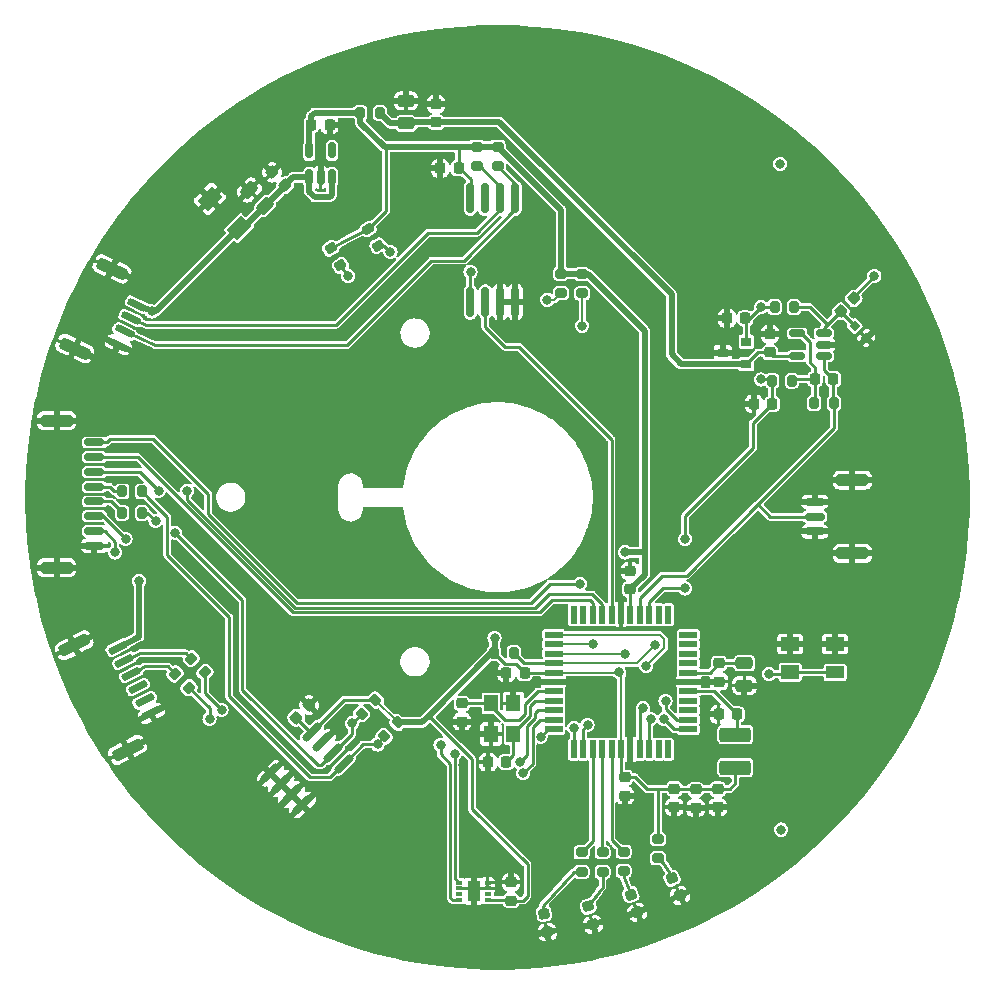
<source format=gbr>
%TF.GenerationSoftware,KiCad,Pcbnew,6.0.4-6f826c9f35~116~ubuntu20.04.1*%
%TF.CreationDate,2023-02-08T16:25:57+00:00*%
%TF.ProjectId,USTTHUNDERMILLPCB01,55535454-4855-44e4-9445-524d494c4c50,rev?*%
%TF.SameCoordinates,Original*%
%TF.FileFunction,Copper,L1,Top*%
%TF.FilePolarity,Positive*%
%FSLAX46Y46*%
G04 Gerber Fmt 4.6, Leading zero omitted, Abs format (unit mm)*
G04 Created by KiCad (PCBNEW 6.0.4-6f826c9f35~116~ubuntu20.04.1) date 2023-02-08 16:25:57*
%MOMM*%
%LPD*%
G01*
G04 APERTURE LIST*
G04 Aperture macros list*
%AMRoundRect*
0 Rectangle with rounded corners*
0 $1 Rounding radius*
0 $2 $3 $4 $5 $6 $7 $8 $9 X,Y pos of 4 corners*
0 Add a 4 corners polygon primitive as box body*
4,1,4,$2,$3,$4,$5,$6,$7,$8,$9,$2,$3,0*
0 Add four circle primitives for the rounded corners*
1,1,$1+$1,$2,$3*
1,1,$1+$1,$4,$5*
1,1,$1+$1,$6,$7*
1,1,$1+$1,$8,$9*
0 Add four rect primitives between the rounded corners*
20,1,$1+$1,$2,$3,$4,$5,0*
20,1,$1+$1,$4,$5,$6,$7,0*
20,1,$1+$1,$6,$7,$8,$9,0*
20,1,$1+$1,$8,$9,$2,$3,0*%
%AMRotRect*
0 Rectangle, with rotation*
0 The origin of the aperture is its center*
0 $1 length*
0 $2 width*
0 $3 Rotation angle, in degrees counterclockwise*
0 Add horizontal line*
21,1,$1,$2,0,0,$3*%
G04 Aperture macros list end*
%TA.AperFunction,SMDPad,CuDef*%
%ADD10O,0.700000X2.600000*%
%TD*%
%TA.AperFunction,SMDPad,CuDef*%
%ADD11RoundRect,0.200000X0.275000X-0.200000X0.275000X0.200000X-0.275000X0.200000X-0.275000X-0.200000X0*%
%TD*%
%TA.AperFunction,SMDPad,CuDef*%
%ADD12RoundRect,0.200000X0.335876X0.053033X0.053033X0.335876X-0.335876X-0.053033X-0.053033X-0.335876X0*%
%TD*%
%TA.AperFunction,SMDPad,CuDef*%
%ADD13RoundRect,0.225000X-0.250000X0.225000X-0.250000X-0.225000X0.250000X-0.225000X0.250000X0.225000X0*%
%TD*%
%TA.AperFunction,SMDPad,CuDef*%
%ADD14RoundRect,0.250000X0.512652X0.159099X0.159099X0.512652X-0.512652X-0.159099X-0.159099X-0.512652X0*%
%TD*%
%TA.AperFunction,SMDPad,CuDef*%
%ADD15RoundRect,0.218750X0.304135X-0.144974X0.190902X0.277619X-0.304135X0.144974X-0.190902X-0.277619X0*%
%TD*%
%TA.AperFunction,SMDPad,CuDef*%
%ADD16RoundRect,0.200000X-0.275000X0.200000X-0.275000X-0.200000X0.275000X-0.200000X0.275000X0.200000X0*%
%TD*%
%TA.AperFunction,SMDPad,CuDef*%
%ADD17RoundRect,0.218750X0.324689X-0.089959X0.139794X0.306551X-0.324689X0.089959X-0.139794X-0.306551X0*%
%TD*%
%TA.AperFunction,SMDPad,CuDef*%
%ADD18RoundRect,0.200000X-0.200000X-0.275000X0.200000X-0.275000X0.200000X0.275000X-0.200000X0.275000X0*%
%TD*%
%TA.AperFunction,SMDPad,CuDef*%
%ADD19RoundRect,0.218750X0.290343X-0.170929X0.214371X0.259924X-0.290343X0.170929X-0.214371X-0.259924X0*%
%TD*%
%TA.AperFunction,SMDPad,CuDef*%
%ADD20RoundRect,0.200000X-0.338157X0.035705X-0.138157X-0.310705X0.338157X-0.035705X0.138157X0.310705X0*%
%TD*%
%TA.AperFunction,SMDPad,CuDef*%
%ADD21RoundRect,0.225000X0.250000X-0.225000X0.250000X0.225000X-0.250000X0.225000X-0.250000X-0.225000X0*%
%TD*%
%TA.AperFunction,SMDPad,CuDef*%
%ADD22RoundRect,0.250000X0.475000X-0.250000X0.475000X0.250000X-0.475000X0.250000X-0.475000X-0.250000X0*%
%TD*%
%TA.AperFunction,SMDPad,CuDef*%
%ADD23RoundRect,0.250000X-0.475000X0.250000X-0.475000X-0.250000X0.475000X-0.250000X0.475000X0.250000X0*%
%TD*%
%TA.AperFunction,SMDPad,CuDef*%
%ADD24RoundRect,0.150000X-0.477297X-0.689429X0.689429X0.477297X0.477297X0.689429X-0.689429X-0.477297X0*%
%TD*%
%TA.AperFunction,SMDPad,CuDef*%
%ADD25RoundRect,0.150000X-0.571023X0.431779X-0.697808X0.159887X0.571023X-0.431779X0.697808X-0.159887X0*%
%TD*%
%TA.AperFunction,SMDPad,CuDef*%
%ADD26RoundRect,0.250000X-0.891284X0.691457X-1.102593X0.238303X0.891284X-0.691457X1.102593X-0.238303X0*%
%TD*%
%TA.AperFunction,SMDPad,CuDef*%
%ADD27RoundRect,0.225000X0.225000X0.250000X-0.225000X0.250000X-0.225000X-0.250000X0.225000X-0.250000X0*%
%TD*%
%TA.AperFunction,SMDPad,CuDef*%
%ADD28RotRect,1.300000X1.700000X135.000000*%
%TD*%
%TA.AperFunction,SMDPad,CuDef*%
%ADD29RoundRect,0.250000X1.075000X-0.375000X1.075000X0.375000X-1.075000X0.375000X-1.075000X-0.375000X0*%
%TD*%
%TA.AperFunction,SMDPad,CuDef*%
%ADD30RoundRect,0.225000X-0.225000X-0.250000X0.225000X-0.250000X0.225000X0.250000X-0.225000X0.250000X0*%
%TD*%
%TA.AperFunction,SMDPad,CuDef*%
%ADD31RoundRect,0.200000X0.200000X0.275000X-0.200000X0.275000X-0.200000X-0.275000X0.200000X-0.275000X0*%
%TD*%
%TA.AperFunction,SMDPad,CuDef*%
%ADD32RoundRect,0.150000X0.150000X-0.512500X0.150000X0.512500X-0.150000X0.512500X-0.150000X-0.512500X0*%
%TD*%
%TA.AperFunction,SMDPad,CuDef*%
%ADD33R,0.900000X0.800000*%
%TD*%
%TA.AperFunction,SMDPad,CuDef*%
%ADD34R,1.550000X1.150000*%
%TD*%
%TA.AperFunction,SMDPad,CuDef*%
%ADD35R,1.550000X1.050000*%
%TD*%
%TA.AperFunction,SMDPad,CuDef*%
%ADD36R,1.500000X0.550000*%
%TD*%
%TA.AperFunction,SMDPad,CuDef*%
%ADD37R,0.550000X1.500000*%
%TD*%
%TA.AperFunction,SMDPad,CuDef*%
%ADD38RotRect,0.600000X0.700000X135.000000*%
%TD*%
%TA.AperFunction,SMDPad,CuDef*%
%ADD39RoundRect,0.200000X-0.053033X0.335876X-0.335876X0.053033X0.053033X-0.335876X0.335876X-0.053033X0*%
%TD*%
%TA.AperFunction,SMDPad,CuDef*%
%ADD40RoundRect,0.150000X-0.691803X-0.184142X-0.555606X-0.451444X0.691803X0.184142X0.555606X0.451444X0*%
%TD*%
%TA.AperFunction,SMDPad,CuDef*%
%ADD41RoundRect,0.250000X-1.093605X-0.276638X-0.866610X-0.722141X1.093605X0.276638X0.866610X0.722141X0*%
%TD*%
%TA.AperFunction,SMDPad,CuDef*%
%ADD42RoundRect,0.150000X0.512500X0.150000X-0.512500X0.150000X-0.512500X-0.150000X0.512500X-0.150000X0*%
%TD*%
%TA.AperFunction,SMDPad,CuDef*%
%ADD43R,1.200000X1.400000*%
%TD*%
%TA.AperFunction,SMDPad,CuDef*%
%ADD44RoundRect,0.150000X0.700000X-0.150000X0.700000X0.150000X-0.700000X0.150000X-0.700000X-0.150000X0*%
%TD*%
%TA.AperFunction,SMDPad,CuDef*%
%ADD45RoundRect,0.250000X1.100000X-0.250000X1.100000X0.250000X-1.100000X0.250000X-1.100000X-0.250000X0*%
%TD*%
%TA.AperFunction,SMDPad,CuDef*%
%ADD46RoundRect,0.225000X-0.017678X0.335876X-0.335876X0.017678X0.017678X-0.335876X0.335876X-0.017678X0*%
%TD*%
%TA.AperFunction,SMDPad,CuDef*%
%ADD47RoundRect,0.225000X0.017678X-0.335876X0.335876X-0.017678X-0.017678X0.335876X-0.335876X0.017678X0*%
%TD*%
%TA.AperFunction,SMDPad,CuDef*%
%ADD48RoundRect,0.225000X0.335876X0.017678X0.017678X0.335876X-0.335876X-0.017678X-0.017678X-0.335876X0*%
%TD*%
%TA.AperFunction,SMDPad,CuDef*%
%ADD49R,0.600000X0.300000*%
%TD*%
%TA.AperFunction,SMDPad,CuDef*%
%ADD50R,1.000000X1.700000*%
%TD*%
%TA.AperFunction,SMDPad,CuDef*%
%ADD51RoundRect,0.150000X-0.700000X0.150000X-0.700000X-0.150000X0.700000X-0.150000X0.700000X0.150000X0*%
%TD*%
%TA.AperFunction,SMDPad,CuDef*%
%ADD52RoundRect,0.250000X-1.100000X0.250000X-1.100000X-0.250000X1.100000X-0.250000X1.100000X0.250000X0*%
%TD*%
%TA.AperFunction,SMDPad,CuDef*%
%ADD53RoundRect,0.218750X0.315613X-0.117915X0.165979X0.293200X-0.315613X0.117915X-0.165979X-0.293200X0*%
%TD*%
%TA.AperFunction,ViaPad*%
%ADD54C,0.800000*%
%TD*%
%TA.AperFunction,Conductor*%
%ADD55C,0.250000*%
%TD*%
%TA.AperFunction,Conductor*%
%ADD56C,0.500000*%
%TD*%
%TA.AperFunction,Conductor*%
%ADD57C,0.200000*%
%TD*%
G04 APERTURE END LIST*
D10*
%TO.P,U4,1,OSCI*%
%TO.N,/tachometer/COUNT_1*%
X-2315000Y16540000D03*
%TO.P,U4,2,OSCO*%
%TO.N,COUNT_1_PCFO*%
X-1045000Y16540000D03*
%TO.P,U4,3,A0*%
%TO.N,ROTOR_GND*%
X225000Y16540000D03*
%TO.P,U4,4,VSS*%
X1500000Y16540000D03*
%TO.P,U4,5,SDA*%
%TO.N,/tachometer/SDA*%
X1495000Y25340000D03*
%TO.P,U4,6,SCL*%
%TO.N,/tachometer/SCL*%
X225000Y25340000D03*
%TO.P,U4,7,#INT*%
%TO.N,unconnected-(U4-Pad7)*%
X-1110000Y25340000D03*
%TO.P,U4,8,VDD*%
%TO.N,+3V3*%
X-2315000Y25340000D03*
%TD*%
D11*
%TO.P,R5,1*%
%TO.N,Net-(D3-Pad2)*%
X8884000Y-31695400D03*
%TO.P,R5,2*%
%TO.N,/CPU/LED_2*%
X8884000Y-30045400D03*
%TD*%
D12*
%TO.P,R16,1*%
%TO.N,/CPU/RX0*%
X-24771000Y-14815000D03*
%TO.P,R16,2*%
%TO.N,Net-(J6-Pad2)*%
X-25937726Y-13648274D03*
%TD*%
D13*
%TO.P,C14,1*%
%TO.N,+3V3*%
X18640800Y-24695000D03*
%TO.P,C14,2*%
%TO.N,ROTOR_GND*%
X18640800Y-26245000D03*
%TD*%
D14*
%TO.P,C6,1*%
%TO.N,+5V*%
X-19691000Y24682000D03*
%TO.P,C6,2*%
%TO.N,ROTOR_GND*%
X-21034502Y26025502D03*
%TD*%
D15*
%TO.P,D3,1,K*%
%TO.N,ROTOR_GND*%
X8071820Y-36149667D03*
%TO.P,D3,2,A*%
%TO.N,Net-(D3-Pad2)*%
X7664180Y-34628333D03*
%TD*%
D11*
%TO.P,R21,1*%
%TO.N,Net-(D6-Pad2)*%
X13583000Y-30562000D03*
%TO.P,R21,2*%
%TO.N,+3V3*%
X13583000Y-28912000D03*
%TD*%
D16*
%TO.P,R9,1*%
%TO.N,+3V3*%
X5356797Y18943999D03*
%TO.P,R9,2*%
%TO.N,Net-(R9-Pad2)*%
X5356797Y17293999D03*
%TD*%
D17*
%TO.P,D6,1,K*%
%TO.N,ROTOR_GND*%
X15439812Y-33689717D03*
%TO.P,D6,2,A*%
%TO.N,Net-(D6-Pad2)*%
X14774188Y-32262283D03*
%TD*%
D18*
%TO.P,R3,1*%
%TO.N,Net-(C4-Pad1)*%
X26810200Y7979600D03*
%TO.P,R3,2*%
%TO.N,PA0*%
X28460200Y7979600D03*
%TD*%
%TO.P,R1,1*%
%TO.N,PA1*%
X23445200Y16107600D03*
%TO.P,R1,2*%
%TO.N,Net-(C2-Pad2)*%
X25095200Y16107600D03*
%TD*%
D19*
%TO.P,D4,1,K*%
%TO.N,ROTOR_GND*%
X4194748Y-36799536D03*
%TO.P,D4,2,A*%
%TO.N,Net-(D4-Pad2)*%
X3921252Y-35248464D03*
%TD*%
D20*
%TO.P,R8,1*%
%TO.N,+3V3*%
X-14134500Y21078471D03*
%TO.P,R8,2*%
%TO.N,Net-(R8-Pad2)*%
X-13309500Y19649529D03*
%TD*%
D21*
%TO.P,C10,1*%
%TO.N,+3.3VP*%
X-5213000Y31768000D03*
%TO.P,C10,2*%
%TO.N,ROTOR_GND*%
X-5213000Y33318000D03*
%TD*%
D22*
%TO.P,C9,1*%
%TO.N,+3.3VP*%
X-7753000Y31672000D03*
%TO.P,C9,2*%
%TO.N,ROTOR_GND*%
X-7753000Y33572000D03*
%TD*%
D23*
%TO.P,C21,1*%
%TO.N,Net-(C21-Pad1)*%
X20900800Y-14040000D03*
%TO.P,C21,2*%
%TO.N,ROTOR_GND*%
X20900800Y-15940000D03*
%TD*%
D24*
%TO.P,U9,1,A0*%
%TO.N,ROTOR_GND*%
X-19232128Y-23346051D03*
%TO.P,U9,2,A1*%
X-18334102Y-24244076D03*
%TO.P,U9,3,A2*%
X-17436076Y-25142102D03*
%TO.P,U9,4,GND*%
X-16538051Y-26040128D03*
%TO.P,U9,5,SDA*%
%TO.N,/CPU/PC1*%
X-13037872Y-22539949D03*
%TO.P,U9,6,SCL*%
%TO.N,/CPU/PC0*%
X-13935898Y-21641924D03*
%TO.P,U9,7,WP*%
%TO.N,ROTOR_GND*%
X-14833924Y-20743898D03*
%TO.P,U9,8,VCC*%
%TO.N,+3V3*%
X-15731949Y-19845872D03*
%TD*%
D16*
%TO.P,R7,1*%
%TO.N,+3V3*%
X-6000Y29698000D03*
%TO.P,R7,2*%
%TO.N,/tachometer/SDA*%
X-6000Y28048000D03*
%TD*%
D25*
%TO.P,J1,1*%
%TO.N,+5V*%
X-30530921Y16317483D03*
%TO.P,J1,2*%
%TO.N,/tachometer/SCL*%
X-31059194Y15184599D03*
%TO.P,J1,3*%
%TO.N,/tachometer/SDA*%
X-31587467Y14051714D03*
%TO.P,J1,4*%
%TO.N,ROTOR_GND*%
X-32115740Y12918829D03*
D26*
%TO.P,J1,MP*%
X-35797769Y12594538D03*
X-32649262Y19346531D03*
%TD*%
D21*
%TO.P,C19,1*%
%TO.N,+3V3*%
X11220000Y-7775000D03*
%TO.P,C19,2*%
%TO.N,ROTOR_GND*%
X11220000Y-6225000D03*
%TD*%
D27*
%TO.P,C17,1*%
%TO.N,Net-(C17-Pad1)*%
X725000Y-22420000D03*
%TO.P,C17,2*%
%TO.N,ROTOR_GND*%
X-825000Y-22420000D03*
%TD*%
D28*
%TO.P,D2,1,K*%
%TO.N,+5V*%
X-21882563Y22809563D03*
%TO.P,D2,2,A*%
%TO.N,ROTOR_GND*%
X-24357437Y25284437D03*
%TD*%
D13*
%TO.P,C15,1*%
%TO.N,Net-(C15-Pad1)*%
X-3010000Y-17435000D03*
%TO.P,C15,2*%
%TO.N,ROTOR_GND*%
X-3010000Y-18985000D03*
%TD*%
D29*
%TO.P,L1,1,1*%
%TO.N,+3V3*%
X20130800Y-22880000D03*
%TO.P,L1,2,2*%
%TO.N,/CPU/AVCC*%
X20130800Y-20080000D03*
%TD*%
D30*
%TO.P,C8,1*%
%TO.N,+3V3*%
X-15780000Y31540000D03*
%TO.P,C8,2*%
%TO.N,ROTOR_GND*%
X-14230000Y31540000D03*
%TD*%
D31*
%TO.P,R19,1*%
%TO.N,/CPU/PC1*%
X-30125000Y500000D03*
%TO.P,R19,2*%
%TO.N,Net-(J5-Pad4)*%
X-31775000Y500000D03*
%TD*%
D32*
%TO.P,U3,1,VIN*%
%TO.N,+5V*%
X-15942000Y27100500D03*
%TO.P,U3,2,GND*%
%TO.N,ROTOR_GND*%
X-14992000Y27100500D03*
%TO.P,U3,3,EN*%
%TO.N,+5V*%
X-14042000Y27100500D03*
%TO.P,U3,4,NC*%
%TO.N,unconnected-(U3-Pad4)*%
X-14042000Y29375500D03*
%TO.P,U3,5,VOUT*%
%TO.N,+3V3*%
X-15942000Y29375500D03*
%TD*%
D33*
%TO.P,U1,1,Vin*%
%TO.N,+3.3VP*%
X21060000Y11286000D03*
%TO.P,U1,2,Vout*%
%TO.N,PA1*%
X21060000Y13186000D03*
%TO.P,U1,3,GND*%
%TO.N,ROTOR_GND*%
X19060000Y12236000D03*
%TD*%
D20*
%TO.P,R10,1*%
%TO.N,+3V3*%
X-10959500Y22729471D03*
%TO.P,R10,2*%
%TO.N,/tachometer/COUNT_1*%
X-10134500Y21300529D03*
%TD*%
D13*
%TO.P,C18,1*%
%TO.N,+3V3*%
X10789000Y-23692000D03*
%TO.P,C18,2*%
%TO.N,ROTOR_GND*%
X10789000Y-25242000D03*
%TD*%
D34*
%TO.P,SW1,1,1*%
%TO.N,ROTOR_GND*%
X28570000Y-12420000D03*
X24770000Y-12420000D03*
%TO.P,SW1,2,2*%
%TO.N,/CPU/BTN*%
X24770000Y-14820000D03*
D35*
X28570000Y-14820000D03*
%TD*%
D36*
%TO.P,U8,1,(PCINT13/MOSI)PB5*%
%TO.N,/CPU/PB5*%
X4750800Y-11630000D03*
%TO.P,U8,2,(PCINT14/MISO)PB6*%
%TO.N,/CPU/PB6*%
X4750800Y-12430000D03*
%TO.P,U8,3,(PCINT15/SCK)PB7*%
%TO.N,/CPU/PB7*%
X4750800Y-13230000D03*
%TO.P,U8,4,~{RESET}*%
%TO.N,/CPU/RST#_P*%
X4750800Y-14030000D03*
%TO.P,U8,5,VCC*%
%TO.N,+3V3*%
X4750800Y-14830000D03*
%TO.P,U8,6,GND*%
%TO.N,ROTOR_GND*%
X4750800Y-15630000D03*
%TO.P,U8,7,XTAL2*%
%TO.N,Net-(C15-Pad1)*%
X4750800Y-16430000D03*
%TO.P,U8,8,XTAL1*%
%TO.N,Net-(C17-Pad1)*%
X4750800Y-17230000D03*
%TO.P,U8,9,(PCINT24/RXD0)PD0*%
%TO.N,/CPU/RX0*%
X4750800Y-18030000D03*
%TO.P,U8,10,(PCINT25/TXD0)PD1*%
%TO.N,/CPU/TX0*%
X4750800Y-18830000D03*
%TO.P,U8,11,(PCINT26/RXD1/INT0)PD2*%
%TO.N,/CPU/RX1*%
X4750800Y-19630000D03*
D37*
%TO.P,U8,12,(PCINT27/TXD1/INT1)PD3*%
%TO.N,/CPU/TX1*%
X6450800Y-21330000D03*
%TO.P,U8,13,(PCINT28/XCK1/OC1B)PD4*%
%TO.N,/CPU/TIMEPULSE*%
X7250800Y-21330000D03*
%TO.P,U8,14,(PCINT294/OC1A)PD5*%
%TO.N,/CPU/LED_1*%
X8050800Y-21330000D03*
%TO.P,U8,15,(PCINT30/OC2B/ICP)PD6*%
%TO.N,/CPU/LED_2*%
X8850800Y-21330000D03*
%TO.P,U8,16,(PCINT31/OC2A)PD7*%
%TO.N,/CPU/LED_3*%
X9650800Y-21330000D03*
%TO.P,U8,17,VCC*%
%TO.N,+3V3*%
X10450800Y-21330000D03*
%TO.P,U8,18,GND*%
%TO.N,ROTOR_GND*%
X11250800Y-21330000D03*
%TO.P,U8,19,(PCINT16/SCL)PC0*%
%TO.N,/CPU/PC0*%
X12050800Y-21330000D03*
%TO.P,U8,20,(PCINT17/SDA)PC1*%
%TO.N,/CPU/PC1*%
X12850800Y-21330000D03*
%TO.P,U8,21,(PCINT18/TCK)PC2*%
%TO.N,unconnected-(U8-Pad21)*%
X13650800Y-21330000D03*
%TO.P,U8,22,(PCINT19/TMS)PC3*%
%TO.N,unconnected-(U8-Pad22)*%
X14450800Y-21330000D03*
D36*
%TO.P,U8,23,(PCINT20/TDO)PC4*%
%TO.N,COUNT_2*%
X16150800Y-19630000D03*
%TO.P,U8,24,(PCINT21/TDI)PC5*%
%TO.N,/CPU/BTN*%
X16150800Y-18830000D03*
%TO.P,U8,25,(PCINT22/TOSC1)PC6*%
%TO.N,unconnected-(U8-Pad25)*%
X16150800Y-18030000D03*
%TO.P,U8,26,(PCINT23/TOSC2)PC7*%
%TO.N,unconnected-(U8-Pad26)*%
X16150800Y-17230000D03*
%TO.P,U8,27,AVCC*%
%TO.N,/CPU/AVCC*%
X16150800Y-16430000D03*
%TO.P,U8,28,GND*%
%TO.N,ROTOR_GND*%
X16150800Y-15630000D03*
%TO.P,U8,29,AREF*%
%TO.N,Net-(C21-Pad1)*%
X16150800Y-14830000D03*
%TO.P,U8,30,(PCINT7/ADC7)PA7*%
%TO.N,unconnected-(U8-Pad30)*%
X16150800Y-14030000D03*
%TO.P,U8,31,(PCINT6/ADC6)PA6*%
%TO.N,unconnected-(U8-Pad31)*%
X16150800Y-13230000D03*
%TO.P,U8,32,(PCINT5/ADC5)PA5*%
%TO.N,unconnected-(U8-Pad32)*%
X16150800Y-12430000D03*
%TO.P,U8,33,(PCINT4/ADC4)PA4*%
%TO.N,unconnected-(U8-Pad33)*%
X16150800Y-11630000D03*
D37*
%TO.P,U8,34,(PCINT3/ADC3)PA3*%
%TO.N,unconnected-(U8-Pad34)*%
X14450800Y-9930000D03*
%TO.P,U8,35,(PCINT2/ADC2)PA2*%
%TO.N,unconnected-(U8-Pad35)*%
X13650800Y-9930000D03*
%TO.P,U8,36,(PCINT1/ADC1)PA1*%
%TO.N,PA1*%
X12850800Y-9930000D03*
%TO.P,U8,37,(PCINT0/ADC0)PA0*%
%TO.N,PA0*%
X12050800Y-9930000D03*
%TO.P,U8,38,VCC*%
%TO.N,+3V3*%
X11250800Y-9930000D03*
%TO.P,U8,39,GND*%
%TO.N,ROTOR_GND*%
X10450800Y-9930000D03*
%TO.P,U8,40,(PCINT8/T0/XCK)PB0*%
%TO.N,COUNT_1_PCFO*%
X9650800Y-9930000D03*
%TO.P,U8,41,(PCINT9/CLKO/T1)PB1*%
%TO.N,/CPU/GEO_STAT*%
X8850800Y-9930000D03*
%TO.P,U8,42,(PCINT10/AIN0/INT2)PB2*%
%TO.N,/CPU/EXTINT*%
X8050800Y-9930000D03*
%TO.P,U8,43,(PCINT11/AIN1/OC0)PB3*%
%TO.N,unconnected-(U8-Pad43)*%
X7250800Y-9930000D03*
%TO.P,U8,44,(PCINT12/OC0B/~{SS})PB4*%
%TO.N,unconnected-(U8-Pad44)*%
X6450800Y-9930000D03*
%TD*%
D38*
%TO.P,D1,1,A1*%
%TO.N,Net-(C2-Pad2)*%
X30233025Y14508975D03*
%TO.P,D1,2,A2*%
%TO.N,ROTOR_GND*%
X31222975Y13519025D03*
%TD*%
D30*
%TO.P,C4,1*%
%TO.N,Net-(C4-Pad1)*%
X26860200Y10011600D03*
%TO.P,C4,2*%
%TO.N,PA0*%
X28410200Y10011600D03*
%TD*%
D39*
%TO.P,R13,1*%
%TO.N,+3V3*%
X-10344637Y-17152637D03*
%TO.P,R13,2*%
%TO.N,/CPU/PC0*%
X-11511363Y-18319363D03*
%TD*%
D16*
%TO.P,R6,1*%
%TO.N,+3V3*%
X-1784000Y29698000D03*
%TO.P,R6,2*%
%TO.N,/tachometer/SCL*%
X-1784000Y28048000D03*
%TD*%
D27*
%TO.P,C16,1*%
%TO.N,/CPU/AVCC*%
X20270800Y-18380000D03*
%TO.P,C16,2*%
%TO.N,ROTOR_GND*%
X18720800Y-18380000D03*
%TD*%
D30*
%TO.P,C3,1*%
%TO.N,ROTOR_GND*%
X21698000Y7918000D03*
%TO.P,C3,2*%
%TO.N,PA1*%
X23248000Y7918000D03*
%TD*%
D40*
%TO.P,J6,1*%
%TO.N,+5V*%
X-32161358Y-12714722D03*
%TO.P,J6,2*%
%TO.N,Net-(J6-Pad2)*%
X-31593870Y-13828480D03*
%TO.P,J6,3*%
%TO.N,Net-(J6-Pad3)*%
X-31026382Y-14942238D03*
%TO.P,J6,4*%
%TO.N,unconnected-(J6-Pad4)*%
X-30458894Y-16055997D03*
%TO.P,J6,5*%
%TO.N,unconnected-(J6-Pad5)*%
X-29891406Y-17169755D03*
%TO.P,J6,6*%
%TO.N,ROTOR_GND*%
X-29323918Y-18283513D03*
D41*
%TO.P,J6,MP*%
X-31335256Y-21384645D03*
X-35852462Y-12519130D03*
%TD*%
D39*
%TO.P,R12,1*%
%TO.N,+3V3*%
X-8439637Y-19057637D03*
%TO.P,R12,2*%
%TO.N,/CPU/PC1*%
X-9606363Y-20224363D03*
%TD*%
D13*
%TO.P,C23,1*%
%TO.N,Net-(C21-Pad1)*%
X18750800Y-14040000D03*
%TO.P,C23,2*%
%TO.N,ROTOR_GND*%
X18750800Y-15590000D03*
%TD*%
D42*
%TO.P,U2,1*%
%TO.N,PA0*%
X27629700Y11982600D03*
%TO.P,U2,2,V-*%
%TO.N,ROTOR_GND*%
X27629700Y12932600D03*
%TO.P,U2,3,+*%
%TO.N,Net-(C2-Pad2)*%
X27629700Y13882600D03*
%TO.P,U2,4,-*%
%TO.N,Net-(C4-Pad1)*%
X25354700Y13882600D03*
%TO.P,U2,5,V+*%
%TO.N,+3.3VP*%
X25354700Y11982600D03*
%TD*%
D43*
%TO.P,Y1,1,1*%
%TO.N,Net-(C15-Pad1)*%
X-558400Y-17441400D03*
%TO.P,Y1,2,2*%
%TO.N,ROTOR_GND*%
X-558400Y-20041400D03*
%TO.P,Y1,3,3*%
%TO.N,Net-(C17-Pad1)*%
X1341600Y-20041400D03*
%TO.P,Y1,4,4*%
%TO.N,ROTOR_GND*%
X1341600Y-17441400D03*
%TD*%
D27*
%TO.P,C22,1*%
%TO.N,+3V3*%
X-3308000Y27857000D03*
%TO.P,C22,2*%
%TO.N,ROTOR_GND*%
X-4858000Y27857000D03*
%TD*%
D44*
%TO.P,J2,1*%
%TO.N,ROTOR_GND*%
X26846000Y-2882400D03*
%TO.P,J2,2*%
%TO.N,PA0*%
X26846000Y-1632400D03*
%TO.P,J2,3*%
%TO.N,ROTOR_GND*%
X26846000Y-382400D03*
D45*
%TO.P,J2,MP*%
X30046000Y1467600D03*
X30046000Y-4732400D03*
%TD*%
D18*
%TO.P,R2,1*%
%TO.N,PA1*%
X23254200Y9884600D03*
%TO.P,R2,2*%
%TO.N,Net-(C4-Pad1)*%
X24904200Y9884600D03*
%TD*%
D27*
%TO.P,C1,1*%
%TO.N,PA1*%
X20962000Y15157000D03*
%TO.P,C1,2*%
%TO.N,ROTOR_GND*%
X19412000Y15157000D03*
%TD*%
D16*
%TO.P,R11,1*%
%TO.N,+3V3*%
X7156800Y18919000D03*
%TO.P,R11,2*%
%TO.N,COUNT_2*%
X7156800Y17269000D03*
%TD*%
D11*
%TO.P,R18,1*%
%TO.N,Net-(D5-Pad2)*%
X10662000Y-31642000D03*
%TO.P,R18,2*%
%TO.N,/CPU/LED_3*%
X10662000Y-29992000D03*
%TD*%
D13*
%TO.P,C5,1*%
%TO.N,ROTOR_GND*%
X23063200Y13821600D03*
%TO.P,C5,2*%
%TO.N,+3.3VP*%
X23063200Y12271600D03*
%TD*%
D27*
%TO.P,C20,1*%
%TO.N,+3V3*%
X2285000Y-14870000D03*
%TO.P,C20,2*%
%TO.N,ROTOR_GND*%
X735000Y-14870000D03*
%TD*%
D21*
%TO.P,C11,1*%
%TO.N,+3V3*%
X1137000Y-34132000D03*
%TO.P,C11,2*%
%TO.N,ROTOR_GND*%
X1137000Y-32582000D03*
%TD*%
D46*
%TO.P,C2,1*%
%TO.N,STATOR*%
X30133008Y16848008D03*
%TO.P,C2,2*%
%TO.N,Net-(C2-Pad2)*%
X29036992Y15751992D03*
%TD*%
D13*
%TO.P,C13,1*%
%TO.N,+3V3*%
X16760800Y-24725000D03*
%TO.P,C13,2*%
%TO.N,ROTOR_GND*%
X16760800Y-26275000D03*
%TD*%
D12*
%TO.P,R17,1*%
%TO.N,/CPU/TX0*%
X-26144274Y-16108726D03*
%TO.P,R17,2*%
%TO.N,Net-(J6-Pad3)*%
X-27311000Y-14942000D03*
%TD*%
D31*
%TO.P,R20,1*%
%TO.N,/CPU/PC0*%
X-30125000Y-1300000D03*
%TO.P,R20,2*%
%TO.N,Net-(J5-Pad5)*%
X-31775000Y-1300000D03*
%TD*%
%TO.P,R14,1*%
%TO.N,/CPU/RST#_P*%
X1365000Y-13170000D03*
%TO.P,R14,2*%
%TO.N,+3V3*%
X-285000Y-13170000D03*
%TD*%
D47*
%TO.P,C24,1*%
%TO.N,+3V3*%
X-17064008Y-18665008D03*
%TO.P,C24,2*%
%TO.N,ROTOR_GND*%
X-15967992Y-17568992D03*
%TD*%
D11*
%TO.P,R15,1*%
%TO.N,Net-(D4-Pad2)*%
X7106000Y-31705000D03*
%TO.P,R15,2*%
%TO.N,/CPU/LED_1*%
X7106000Y-30055000D03*
%TD*%
D48*
%TO.P,C7,1*%
%TO.N,+5V*%
X-17999992Y26419992D03*
%TO.P,C7,2*%
%TO.N,ROTOR_GND*%
X-19096008Y27516008D03*
%TD*%
D31*
%TO.P,R4,1*%
%TO.N,+3.3VP*%
X-9976000Y32556000D03*
%TO.P,R4,2*%
%TO.N,+3V3*%
X-11626000Y32556000D03*
%TD*%
D49*
%TO.P,U7,1,SDA*%
%TO.N,/CPU/PC1*%
X-3238000Y-32607000D03*
%TO.P,U7,2,ADDR*%
%TO.N,ROTOR_GND*%
X-3238000Y-33107000D03*
%TO.P,U7,3,ALERT*%
%TO.N,unconnected-(U7-Pad3)*%
X-3238000Y-33607000D03*
%TO.P,U7,4,SCL*%
%TO.N,/CPU/PC0*%
X-3238000Y-34107000D03*
%TO.P,U7,5,VDD*%
%TO.N,+3V3*%
X-838000Y-34107000D03*
%TO.P,U7,6,nRESET*%
%TO.N,unconnected-(U7-Pad6)*%
X-838000Y-33607000D03*
%TO.P,U7,7,GND*%
%TO.N,ROTOR_GND*%
X-838000Y-33107000D03*
%TO.P,U7,8,GND*%
X-838000Y-32607000D03*
D50*
%TO.P,U7,9,GND*%
X-2038000Y-33357000D03*
%TD*%
D13*
%TO.P,C12,1*%
%TO.N,+3V3*%
X14960000Y-24685000D03*
%TO.P,C12,2*%
%TO.N,ROTOR_GND*%
X14960000Y-26235000D03*
%TD*%
D51*
%TO.P,J5,1*%
%TO.N,/CPU/TIMEPULSE*%
X-34131516Y4651871D03*
%TO.P,J5,2*%
%TO.N,/CPU/EXTINT*%
X-34131516Y3401871D03*
%TO.P,J5,3*%
%TO.N,/CPU/GEO_STAT*%
X-34131516Y2151871D03*
%TO.P,J5,4*%
%TO.N,Net-(J5-Pad4)*%
X-34131516Y901871D03*
%TO.P,J5,5*%
%TO.N,Net-(J5-Pad5)*%
X-34131516Y-348129D03*
%TO.P,J5,6*%
%TO.N,/CPU/TX1*%
X-34131516Y-1598129D03*
%TO.P,J5,7*%
%TO.N,/CPU/RX1*%
X-34131516Y-2848129D03*
%TO.P,J5,8*%
%TO.N,ROTOR_GND*%
X-34131516Y-4098129D03*
D52*
%TO.P,J5,MP*%
X-37331516Y-5948129D03*
X-37331516Y6501871D03*
%TD*%
D53*
%TO.P,D5,1,K*%
%TO.N,ROTOR_GND*%
X11820341Y-35113008D03*
%TO.P,D5,2,A*%
%TO.N,Net-(D5-Pad2)*%
X11281659Y-33632992D03*
%TD*%
D54*
%TO.N,+5V*%
X-30359000Y-7068000D03*
X-29300000Y15750000D03*
%TO.N,+3V3*%
X10297600Y-14804400D03*
X10789000Y-4655000D03*
X-260000Y-11894000D03*
%TO.N,/CPU/RST#_P*%
X13345600Y-12518400D03*
%TO.N,/CPU/PB6*%
X8100000Y-12450000D03*
%TO.N,/CPU/PB7*%
X10805600Y-13280400D03*
%TO.N,/CPU/PB5*%
X12583600Y-14296400D03*
%TO.N,/CPU/TIMEPULSE*%
X6979000Y-7322000D03*
X7614000Y-19260000D03*
%TO.N,Net-(R8-Pad2)*%
X-12643200Y18744000D03*
%TO.N,Net-(R9-Pad2)*%
X4206800Y16744000D03*
%TO.N,/tachometer/COUNT_1*%
X-9075995Y20792886D03*
X-2292000Y19094000D03*
%TO.N,/CPU/PC1*%
X-10166000Y-20911000D03*
X12948000Y-18752000D03*
X-3637363Y-21712500D03*
%TO.N,/CPU/PC0*%
X12313000Y-17863000D03*
X-27303944Y-3004000D03*
X-4832000Y-20950500D03*
X-28962000Y-1988000D03*
X-12325000Y-19133000D03*
%TO.N,/CPU/RX0*%
X-23374000Y-17990000D03*
X1899000Y-22435000D03*
%TO.N,/CPU/TX0*%
X-24390000Y-18752000D03*
X2159849Y-23347970D03*
%TO.N,/CPU/TX1*%
X-31502000Y-3512000D03*
X6471000Y-19514000D03*
%TO.N,/CPU/RX1*%
X3634019Y-20276000D03*
X-32391000Y-4655000D03*
%TO.N,/CPU/BTN*%
X14218000Y-17228000D03*
X22981000Y-14942000D03*
%TO.N,/CPU/GEO_STAT*%
X-28708000Y552000D03*
X-26295000Y552000D03*
%TO.N,ROTOR_GND*%
X-20707000Y-12910000D03*
X17393000Y1695000D03*
X-29089000Y-10751000D03*
X3550000Y-23578000D03*
X-26600000Y15950000D03*
X-17151000Y-7068000D03*
X26664000Y17443000D03*
X-2292000Y23412000D03*
X-26549000Y-21419000D03*
X8376000Y3092000D03*
X-24650000Y13800000D03*
X-5721000Y-22562000D03*
X33400000Y-1450000D03*
X-33407000Y14395000D03*
X-3943000Y15157000D03*
X-21088000Y-3258000D03*
X29204000Y-10243000D03*
X5582000Y7156000D03*
X-17278000Y-1226000D03*
X2534000Y13633000D03*
X-26295000Y-2242000D03*
X-10100000Y13700000D03*
X-14357000Y-1607000D03*
X-19945000Y-4274000D03*
X-28708000Y11474000D03*
X-6000Y-10878000D03*
X22727000Y5505000D03*
X-8642000Y-1607000D03*
X25013000Y8045000D03*
X-17100000Y13700000D03*
X22219000Y1060000D03*
X-26450000Y11650000D03*
X-14357000Y-591000D03*
X-19183000Y-9227000D03*
X10789000Y18459000D03*
X9011000Y-17228000D03*
X-16897000Y4616000D03*
X-28800000Y13800000D03*
X-12325000Y-14942000D03*
X-1657000Y-15831000D03*
X28800000Y-7000000D03*
X-8134000Y-5671000D03*
X-29216000Y-3639000D03*
X19552000Y-5036000D03*
X10789000Y1060000D03*
X-5340000Y23285000D03*
X-29470000Y-22816000D03*
X-24517000Y-12275000D03*
X-24390000Y-4020000D03*
X5328000Y-23197000D03*
X-11182000Y-7957000D03*
X29450000Y6900000D03*
X-514000Y-15831000D03*
X-10674000Y-10751000D03*
X-2546000Y-10878000D03*
X23870000Y-5290000D03*
X20314000Y1441000D03*
X9265000Y-19133000D03*
X-22500000Y12050000D03*
X-11436000Y2330000D03*
X7741000Y20872000D03*
X-8642000Y1441000D03*
X17647000Y-3258000D03*
X-15500000Y-10751000D03*
X-35693000Y-10624000D03*
X-25279000Y-83000D03*
X-6229000Y-16593000D03*
X-37725000Y-9735000D03*
X-12706000Y-2623000D03*
X-30867000Y-23578000D03*
X-10674000Y-2623000D03*
X29585000Y3219000D03*
X-13350000Y13800000D03*
X-30740000Y20618000D03*
X17266000Y12236000D03*
X17647000Y15919000D03*
X883000Y22142000D03*
X-13595000Y2457000D03*
X25521000Y-16847000D03*
X-27500000Y2050000D03*
X-10166000Y-15577000D03*
X10662000Y12490000D03*
X30855000Y11982000D03*
X17520000Y-6941000D03*
X-28073000Y-22181000D03*
X22346000Y3346000D03*
X-32900000Y5800000D03*
X-19250000Y15950000D03*
X629000Y11093000D03*
X-34550000Y6394000D03*
X-36455000Y6394000D03*
X31236000Y15538000D03*
X-1784000Y12998000D03*
X-28835000Y6394000D03*
X-6850000Y22750000D03*
X31236000Y-12656000D03*
X-29250000Y3600000D03*
X-11690000Y-2623000D03*
X-18548000Y-14561000D03*
X-20800000Y13700000D03*
X29585000Y11220000D03*
X21700000Y-18400000D03*
X20314000Y6648000D03*
X1772000Y23158000D03*
X-29216000Y-5036000D03*
X18790000Y2457000D03*
X-28327000Y-6560000D03*
X15996000Y171000D03*
X30850000Y-7300000D03*
X-21088000Y-7322000D03*
X-13087000Y-10751000D03*
X-35185000Y16046000D03*
X33014000Y-3766000D03*
X-8007000Y-10878000D03*
X-34804000Y14395000D03*
X-4300000Y21300000D03*
X30474000Y-16720000D03*
X-14865000Y-14561000D03*
X-7118000Y-22562000D03*
X-13341000Y-7957000D03*
X20060000Y4616000D03*
X-9658000Y-1607000D03*
X-13595000Y-19006000D03*
X-23250000Y-8400000D03*
X-36074000Y11347000D03*
X24886000Y933000D03*
X14980000Y9188000D03*
X-28835000Y19602000D03*
X-4451000Y-14688000D03*
X24759000Y-337000D03*
X-13341000Y-12910000D03*
X13329000Y-16339000D03*
X-3816000Y23285000D03*
X-9150000Y-3893000D03*
X-31883000Y9315000D03*
X11291944Y6261944D03*
X31350000Y-1150000D03*
X-14230000Y1695000D03*
X8884000Y-210000D03*
X-38233000Y6394000D03*
X-34169000Y-9481000D03*
X-5721000Y21126000D03*
X-24517000Y2076000D03*
X-2850000Y21350000D03*
X33550000Y1950000D03*
X-133000Y21253000D03*
X29450000Y4800000D03*
X18917000Y-9227000D03*
X-28962000Y8045000D03*
X-4578000Y-7957000D03*
X-10674000Y-1607000D03*
X-18300000Y11800000D03*
X18663000Y-12402000D03*
X-6610000Y-7957000D03*
X25648000Y-6687000D03*
X6217000Y-16466000D03*
X9196444Y8357444D03*
X-2673000Y-13418000D03*
X-20750000Y-9300000D03*
X-22231000Y-2242000D03*
X32252000Y12617000D03*
X-12452000Y2584000D03*
X24251000Y14903000D03*
X33150000Y-7050000D03*
X-32300000Y4150000D03*
X-36836000Y8045000D03*
X-26803000Y-11513000D03*
X23616000Y-337000D03*
X27400000Y3400000D03*
X-14900000Y11800000D03*
X27045000Y6648000D03*
X-8134000Y-16847000D03*
X-32264000Y21380000D03*
X26283000Y2203000D03*
X-7900000Y15950000D03*
X5328000Y11220000D03*
X-8100000Y21600000D03*
X27680000Y16554000D03*
X-8896000Y-7957000D03*
X-22739000Y-5798000D03*
X17647000Y-1480000D03*
X2788000Y9315000D03*
X-27946000Y24174000D03*
X31109000Y-10624000D03*
X-13087000Y-4401000D03*
X21711000Y-2750000D03*
X-10900000Y4150000D03*
X-8642000Y-22347500D03*
X-22000000Y15950000D03*
X19171000Y-1607000D03*
X-2927000Y-22689000D03*
X20949000Y44000D03*
X-14357000Y552000D03*
X-24400000Y15950000D03*
X14980000Y5886000D03*
X25013000Y3981000D03*
X13202000Y16046000D03*
X26156000Y5124000D03*
X31363000Y-14815000D03*
X23235000Y-16974000D03*
X-25787000Y3219000D03*
X-20707000Y-11132000D03*
X-27438000Y-845000D03*
X2788000Y-12402000D03*
X-10801000Y1441000D03*
X-5750000Y18150000D03*
X28315000Y-16974000D03*
X-16200000Y16100000D03*
X23489000Y2330000D03*
X14091000Y-1099000D03*
X23870000Y-10243000D03*
X7868000Y4997000D03*
X30347000Y9061000D03*
X24251000Y-2750000D03*
X-7850000Y19050000D03*
X22473000Y17443000D03*
X-18548000Y-5671000D03*
X10916000Y9061000D03*
X26410000Y14776000D03*
X21711000Y-11767000D03*
X-17532000Y-10624000D03*
X14091000Y-5036000D03*
X-5594000Y-10751000D03*
X-20834000Y-14561000D03*
X17520000Y8299000D03*
X-26930000Y23158000D03*
X8249000Y-3131000D03*
X-10684447Y16269441D03*
X-14103000Y17443000D03*
X-36074000Y-9481000D03*
X-26930000Y-7830000D03*
X10789000Y-2242000D03*
X-26900000Y-4750000D03*
X-13722000Y-2496000D03*
X-15500000Y-7830000D03*
X-9658000Y1441000D03*
X-25533000Y21761000D03*
X14980000Y1314000D03*
X-32050000Y11550000D03*
X17647000Y-15577000D03*
X19044000Y44000D03*
X-37217000Y-11132000D03*
%TO.N,STATOR*%
X31896400Y18738400D03*
X23920800Y28238000D03*
X24010000Y-28130000D03*
%TO.N,PA1*%
X22301200Y16107600D03*
X22275800Y9986200D03*
X15869000Y-3512000D03*
X15869000Y-7703000D03*
%TO.N,COUNT_2*%
X7156800Y14544000D03*
X14091000Y-18752000D03*
%TD*%
D55*
%TO.N,Net-(C2-Pad2)*%
X26423677Y16107600D02*
X27882277Y14649000D01*
X27882277Y14649000D02*
X27934000Y14649000D01*
X29036992Y15751992D02*
X29036992Y15705008D01*
X29036992Y15705008D02*
X30233025Y14508975D01*
X27629700Y13882600D02*
X27629700Y14344700D01*
X27629700Y14344700D02*
X27934000Y14649000D01*
X25095200Y16107600D02*
X26423677Y16107600D01*
X27934000Y14649000D02*
X29036992Y15751992D01*
%TO.N,Net-(C4-Pad1)*%
X26860200Y10011600D02*
X26860200Y8029600D01*
X25707400Y13882600D02*
X26467800Y13122200D01*
X26860200Y11023800D02*
X26860200Y10011600D01*
X26860200Y8029600D02*
X26810200Y7979600D01*
X26860200Y10011600D02*
X25031200Y10011600D01*
X24936200Y9884600D02*
X24904200Y9884600D01*
X25031200Y10011600D02*
X24904200Y9884600D01*
X25354700Y13882600D02*
X25707400Y13882600D01*
X26467800Y11416200D02*
X26860200Y11023800D01*
X26467800Y13122200D02*
X26467800Y11416200D01*
D56*
%TO.N,+3.3VP*%
X-9092000Y31672000D02*
X-9976000Y32556000D01*
D55*
X23352200Y11982600D02*
X23063200Y12271600D01*
D56*
X-7657000Y31768000D02*
X-7753000Y31672000D01*
D55*
X21060000Y11286000D02*
X22045600Y12271600D01*
X25354700Y11982600D02*
X23352200Y11982600D01*
D56*
X147000Y31768000D02*
X14726000Y17189000D01*
X14726000Y12109000D02*
X15549000Y11286000D01*
X15549000Y11286000D02*
X21060000Y11286000D01*
X14726000Y17189000D02*
X14726000Y12109000D01*
X-5213000Y31768000D02*
X-7657000Y31768000D01*
D55*
X22045600Y12271600D02*
X23063200Y12271600D01*
D56*
X-7753000Y31672000D02*
X-9092000Y31672000D01*
X-5213000Y31768000D02*
X147000Y31768000D01*
%TO.N,+5V*%
X-14042000Y25632000D02*
X-14230000Y25444000D01*
X-15500000Y25444000D02*
X-15942000Y25886000D01*
X-29300000Y15750000D02*
X-30530921Y16317483D01*
X-21563437Y22809563D02*
X-19691000Y24682000D01*
X-14230000Y25444000D02*
X-15500000Y25444000D01*
X-21882563Y22809563D02*
X-21563437Y22809563D01*
X-17999992Y26419992D02*
X-17999992Y26373008D01*
X-32161358Y-12714722D02*
X-30362478Y-11781377D01*
X-15942000Y27100500D02*
X-17319484Y27100500D01*
X-15942000Y25886000D02*
X-15942000Y27100500D01*
X-17999992Y26373008D02*
X-19691000Y24682000D01*
X-30362478Y-11781377D02*
X-30359000Y-10878000D01*
X-28942126Y15750000D02*
X-29300000Y15750000D01*
X-21882563Y22809563D02*
X-28942126Y15750000D01*
X-14042000Y27100500D02*
X-14042000Y25632000D01*
X-17319484Y27100500D02*
X-17999992Y26419992D01*
X-30359000Y-10878000D02*
X-30359000Y-7068000D01*
D55*
%TO.N,+3V3*%
X20130800Y-24209200D02*
X20130800Y-22880000D01*
X2534000Y-33738000D02*
X2140000Y-34132000D01*
D56*
X-6000Y29698000D02*
X5356797Y24335203D01*
D55*
X18640800Y-24695000D02*
X16790800Y-24695000D01*
X-2165000Y-26372000D02*
X2534000Y-31071000D01*
D56*
X-285000Y-13170000D02*
X-520000Y-13170000D01*
D55*
X18640800Y-24695000D02*
X19645000Y-24695000D01*
X2534000Y-31071000D02*
X2534000Y-33738000D01*
D56*
X12440000Y-6555000D02*
X11220000Y-7775000D01*
D55*
X10789000Y-23692000D02*
X11665000Y-23692000D01*
X2140000Y-34132000D02*
X1137000Y-34132000D01*
X10450800Y-21330000D02*
X10450800Y-23353800D01*
D56*
X5356797Y23059797D02*
X5356797Y18943999D01*
D55*
X-3371000Y29698000D02*
X-8768000Y29698000D01*
X-838000Y-34107000D02*
X1112000Y-34107000D01*
D56*
X-9531000Y29635000D02*
X-9468000Y29698000D01*
D55*
X19645000Y-24695000D02*
X20130800Y-24209200D01*
X11665000Y-23692000D02*
X12658000Y-24685000D01*
D56*
X-9468000Y29698000D02*
X-1784000Y29698000D01*
X12440000Y-4655000D02*
X12440000Y-6555000D01*
D55*
X16790800Y-24695000D02*
X16760800Y-24725000D01*
D56*
X-260000Y-11894000D02*
X-260000Y-13145000D01*
D55*
X13583000Y-28912000D02*
X13583000Y-24776000D01*
D56*
X5356797Y23059797D02*
X5356797Y22805797D01*
X-15500000Y32556000D02*
X-11626000Y32556000D01*
X7156800Y18919000D02*
X7631800Y18919000D01*
D55*
X-1784000Y29698000D02*
X-3371000Y29698000D01*
X-3308000Y29635000D02*
X-3371000Y29698000D01*
X-3308000Y27857000D02*
X-3308000Y29635000D01*
D56*
X-260000Y-13145000D02*
X-285000Y-13170000D01*
D55*
X-2165000Y-22181000D02*
X-2165000Y-26372000D01*
X10450800Y-23353800D02*
X10789000Y-23692000D01*
X4750800Y-14830000D02*
X2325000Y-14830000D01*
D56*
X-15780000Y32276000D02*
X-15500000Y32556000D01*
D57*
X10450800Y-14957600D02*
X10450800Y-21330000D01*
D55*
X11250800Y-7805800D02*
X11220000Y-7775000D01*
X15000000Y-24725000D02*
X14960000Y-24685000D01*
X-10344637Y-17152637D02*
X-13038714Y-17152637D01*
X665480Y-14120480D02*
X1535480Y-14120480D01*
X-13618039Y-17731962D02*
X-15731949Y-19845872D01*
X1535480Y-14120480D02*
X2285000Y-14870000D01*
D56*
X-15942000Y29375500D02*
X-15942000Y31378000D01*
X-520000Y-13170000D02*
X-5848000Y-18498000D01*
X12440000Y-4655000D02*
X10789000Y-4655000D01*
D55*
X-13038714Y-17152637D02*
X-13618039Y-17731961D01*
D56*
X7631800Y18919000D02*
X12440000Y14110800D01*
D55*
X13674000Y-24685000D02*
X14960000Y-24685000D01*
D56*
X-5848000Y-18498000D02*
X-6407637Y-19057637D01*
D55*
X-12800000Y21800000D02*
X-14134500Y21078471D01*
X-10959500Y22729471D02*
X-12800000Y21800000D01*
D56*
X-15942000Y31378000D02*
X-15780000Y31540000D01*
D55*
X-2292000Y26968000D02*
X-3308000Y27857000D01*
D57*
X-10344637Y-17152637D02*
X-8439637Y-19057637D01*
D55*
X-15883144Y-19845872D02*
X-17064008Y-18665008D01*
X13583000Y-24776000D02*
X13674000Y-24685000D01*
D57*
X4750800Y-14830000D02*
X10272000Y-14830000D01*
D55*
X-9468000Y24220971D02*
X-9468000Y29698000D01*
X12658000Y-24685000D02*
X13674000Y-24685000D01*
X11250800Y-9930000D02*
X11250800Y-7805800D01*
X5356797Y18943999D02*
X5356797Y22805797D01*
X1112000Y-34107000D02*
X1137000Y-34132000D01*
X16760800Y-24725000D02*
X15000000Y-24725000D01*
D56*
X-1784000Y29698000D02*
X-6000Y29698000D01*
D55*
X-2315000Y25340000D02*
X-2292000Y26968000D01*
D56*
X5356797Y24335203D02*
X5356797Y23059797D01*
X-11626000Y32556000D02*
X-11626000Y31730000D01*
D57*
X10272000Y-14830000D02*
X10297600Y-14804400D01*
D55*
X-285000Y-13170000D02*
X665480Y-14120480D01*
D56*
X7131801Y18943999D02*
X7156800Y18919000D01*
X-15780000Y31540000D02*
X-15780000Y32276000D01*
D55*
X-10959500Y22729471D02*
X-9468000Y24220971D01*
X-13618039Y-17731961D02*
X-13618039Y-17731962D01*
D56*
X-6407637Y-19057637D02*
X-8439637Y-19057637D01*
D55*
X-5848000Y-18498000D02*
X-2165000Y-22181000D01*
D57*
X10297600Y-14804400D02*
X10450800Y-14957600D01*
D56*
X-11626000Y31730000D02*
X-9531000Y29635000D01*
D55*
X-15731949Y-19845872D02*
X-15883144Y-19845872D01*
D57*
X10551600Y-15058400D02*
X10297600Y-14804400D01*
D56*
X5356797Y18943999D02*
X7131801Y18943999D01*
D55*
X2325000Y-14830000D02*
X2285000Y-14870000D01*
D56*
X12440000Y14110800D02*
X12440000Y-4655000D01*
D55*
%TO.N,Net-(C15-Pad1)*%
X-558400Y-17631600D02*
X-558400Y-17441400D01*
X3410000Y-16430000D02*
X2357497Y-17482503D01*
X660000Y-18850000D02*
X-558400Y-17631600D01*
X-3010000Y-17435000D02*
X-564800Y-17435000D01*
X2357497Y-17482503D02*
X2357497Y-18327497D01*
X2357497Y-18327497D02*
X1834994Y-18850000D01*
X1834994Y-18850000D02*
X660000Y-18850000D01*
X-564800Y-17435000D02*
X-558400Y-17441400D01*
X4750800Y-16430000D02*
X3410000Y-16430000D01*
%TO.N,/CPU/AVCC*%
X18320800Y-16430000D02*
X20270800Y-18380000D01*
X16150800Y-16430000D02*
X18320800Y-16430000D01*
X20270800Y-18380000D02*
X20270800Y-19940000D01*
X20270800Y-19940000D02*
X20130800Y-20080000D01*
%TO.N,Net-(C17-Pad1)*%
X2757016Y-18492984D02*
X1341600Y-19908400D01*
X2757017Y-17647989D02*
X2757016Y-18492984D01*
X1341600Y-21803400D02*
X725000Y-22420000D01*
X3175006Y-17230000D02*
X2757017Y-17647989D01*
X4750800Y-17230000D02*
X3175006Y-17230000D01*
X1341600Y-19908400D02*
X1341600Y-20041400D01*
X1341600Y-20041400D02*
X1341600Y-21803400D01*
%TO.N,Net-(C21-Pad1)*%
X20900800Y-14040000D02*
X18750800Y-14040000D01*
X17960800Y-14830000D02*
X18750800Y-14040000D01*
X16150800Y-14830000D02*
X17960800Y-14830000D01*
D57*
%TO.N,/CPU/RST#_P*%
X4750800Y-14030000D02*
X11834000Y-14030000D01*
D55*
X4750800Y-14030000D02*
X2225000Y-14030000D01*
X2225000Y-14030000D02*
X1365000Y-13170000D01*
D57*
X11834000Y-14030000D02*
X13345600Y-12518400D01*
D55*
%TO.N,Net-(D3-Pad2)*%
X8884000Y-32963572D02*
X7664180Y-34628333D01*
X8884000Y-31695400D02*
X8884000Y-32963572D01*
%TO.N,Net-(D4-Pad2)*%
X7106000Y-31705000D02*
X6494560Y-31705000D01*
X6494560Y-31705000D02*
X3817620Y-34583759D01*
X3817620Y-34583759D02*
X3921252Y-35248464D01*
%TO.N,/tachometer/SCL*%
X225000Y26290000D02*
X-1533000Y28048000D01*
X225000Y25340000D02*
X225000Y26290000D01*
X-5904000Y22396000D02*
X-13697276Y14602724D01*
X-29750000Y14602724D02*
X-31059194Y15184599D01*
X-1769000Y22396000D02*
X-5904000Y22396000D01*
X225000Y25340000D02*
X225000Y24390000D01*
X-13697276Y14602724D02*
X-29750000Y14602724D01*
X225000Y24390000D02*
X-1769000Y22396000D01*
X-1533000Y28048000D02*
X-1784000Y28048000D01*
%TO.N,/tachometer/SDA*%
X-5600000Y20050000D02*
X-12750000Y12900000D01*
X1495000Y26547000D02*
X-6000Y28048000D01*
X1495000Y25340000D02*
X1495000Y26547000D01*
X-12750000Y12900000D02*
X-29050000Y12900000D01*
X1495000Y25340000D02*
X1495000Y24390000D01*
X-2845000Y20050000D02*
X-5600000Y20050000D01*
X1495000Y24390000D02*
X-2845000Y20050000D01*
X-29050000Y12900000D02*
X-31587467Y14051714D01*
D57*
%TO.N,/CPU/PB6*%
X4750800Y-12430000D02*
X8080000Y-12430000D01*
X8080000Y-12430000D02*
X8100000Y-12450000D01*
%TO.N,/CPU/PB7*%
X8723200Y-13230000D02*
X10501200Y-13230000D01*
X10501200Y-13230000D02*
X10551600Y-13280400D01*
X4750800Y-13230000D02*
X8723200Y-13230000D01*
%TO.N,/CPU/PB5*%
X14107600Y-12772400D02*
X12583600Y-14296400D01*
X4750800Y-11630000D02*
X13727200Y-11630000D01*
X13727200Y-11630000D02*
X14107600Y-12010400D01*
X14107600Y-12010400D02*
X14107600Y-12772400D01*
D55*
%TO.N,/CPU/TIMEPULSE*%
X7250800Y-21330000D02*
X7250800Y-19623200D01*
X-33098129Y4651871D02*
X-32798129Y4951871D01*
X-16988950Y-8935960D02*
X-24517000Y-1407910D01*
X-34131516Y4651871D02*
X-33098129Y4651871D01*
X6979000Y-7322000D02*
X4428000Y-7322000D01*
X-24517000Y-1407910D02*
X-24517000Y298000D01*
X-24517000Y298000D02*
X-29170871Y4951871D01*
X4428000Y-7322000D02*
X2814040Y-8935960D01*
X7250800Y-19623200D02*
X7614000Y-19260000D01*
X-29170871Y4951871D02*
X-32798129Y4951871D01*
X2814040Y-8935960D02*
X-16988950Y-8935960D01*
%TO.N,Net-(J6-Pad2)*%
X-25937726Y-13648274D02*
X-26386000Y-13200000D01*
X-26386000Y-13200000D02*
X-30300000Y-13200000D01*
X-30300000Y-13200000D02*
X-31593870Y-13828480D01*
%TO.N,Net-(J6-Pad3)*%
X-31026382Y-14942238D02*
X-29851000Y-14307000D01*
X-29851000Y-14307000D02*
X-27946000Y-14307000D01*
X-27946000Y-14307000D02*
X-27311000Y-14942000D01*
%TO.N,Net-(D5-Pad2)*%
X10662000Y-31642000D02*
X10661999Y-32115571D01*
X10661999Y-32115571D02*
X11281659Y-33632992D01*
%TO.N,Net-(R8-Pad2)*%
X-12643200Y18744000D02*
X-13309500Y19649529D01*
D57*
%TO.N,Net-(R9-Pad2)*%
X4806798Y16744000D02*
X5356797Y17293999D01*
X4206800Y16744000D02*
X4806798Y16744000D01*
D55*
%TO.N,/tachometer/COUNT_1*%
X-2315000Y19071000D02*
X-2315000Y16540000D01*
X-10134500Y21300529D02*
X-9583638Y21300529D01*
X-9583638Y21300529D02*
X-9075995Y20792886D01*
X-2292000Y19094000D02*
X-2315000Y19071000D01*
%TO.N,/CPU/PC1*%
X-14230000Y-23705000D02*
X-13064949Y-22539949D01*
X-3601511Y-21748352D02*
X-3637363Y-21712500D01*
X-10166000Y-20784000D02*
X-9606363Y-20224363D01*
X-3601511Y-32243489D02*
X-3601511Y-21748352D01*
X-11408923Y-20911000D02*
X-13037872Y-22539949D01*
X12850800Y-18849200D02*
X12850800Y-21330000D01*
X-29587500Y-37500D02*
X-27978444Y-1646556D01*
X-27978444Y-1646556D02*
X-27978444Y-2678444D01*
X-27978444Y-2678444D02*
X-27978444Y-4876556D01*
X-3238000Y-32607000D02*
X-3601511Y-32243489D01*
X-13064949Y-22539949D02*
X-13037872Y-22539949D01*
X-10166000Y-20911000D02*
X-10166000Y-20784000D01*
X-29587500Y-37500D02*
X-30125000Y500000D01*
X12948000Y-18752000D02*
X12850800Y-18849200D01*
X-22757520Y-16828480D02*
X-15881000Y-23705000D01*
X-15881000Y-23705000D02*
X-14230000Y-23705000D01*
X-27978444Y-4876556D02*
X-22757520Y-10097480D01*
X-10166000Y-20911000D02*
X-11408923Y-20911000D01*
X-22757520Y-10097480D02*
X-22757520Y-16828480D01*
X-27978444Y-1746556D02*
X-27978444Y-2678444D01*
%TO.N,/CPU/PC0*%
X-21600000Y-16300000D02*
X-15236974Y-22663026D01*
X-3238000Y-34107000D02*
X-3788000Y-34107000D01*
X-3788000Y-34107000D02*
X-4001031Y-33893969D01*
X-21600000Y-8707944D02*
X-27303944Y-3004000D01*
X-4001031Y-22562000D02*
X-4832000Y-21731031D01*
X-15236974Y-22663026D02*
X-14957000Y-22663026D01*
X-12325000Y-19133000D02*
X-11511363Y-18319363D01*
X-28962000Y-1988000D02*
X-29650000Y-1300000D01*
X12313000Y-17863000D02*
X12050800Y-18125200D01*
X-21600000Y-16300000D02*
X-21600000Y-8707944D01*
X-12325000Y-19133000D02*
X-12325000Y-20031026D01*
X-29650000Y-1300000D02*
X-30125000Y-1300000D01*
X-4001031Y-33893969D02*
X-4001031Y-22562000D01*
X-4832000Y-21731031D02*
X-4832000Y-20950500D01*
X12050800Y-18125200D02*
X12050800Y-21330000D01*
X-12325000Y-20031026D02*
X-13935898Y-21641924D01*
X-14957000Y-22663026D02*
X-13935898Y-21641924D01*
%TO.N,/CPU/RX0*%
X-24771000Y-16593000D02*
X-24771000Y-14815000D01*
X2482503Y-19332503D02*
X3156535Y-18658471D01*
X1899000Y-22435000D02*
X2482503Y-21851497D01*
X2482503Y-21851497D02*
X2482503Y-19332503D01*
X3156535Y-18658471D02*
X3156536Y-18270000D01*
X3156536Y-18270000D02*
X3396536Y-18030000D01*
X3396536Y-18030000D02*
X4750800Y-18030000D01*
X-23374000Y-17990000D02*
X-24771000Y-16593000D01*
%TO.N,/CPU/TX0*%
X2959519Y-19470481D02*
X3600000Y-18830000D01*
X2159849Y-23347970D02*
X2959519Y-22548300D01*
X-24390000Y-18752000D02*
X-24390000Y-17863000D01*
X2959519Y-22548300D02*
X2959519Y-19470481D01*
X3600000Y-18830000D02*
X4750800Y-18830000D01*
X-24390000Y-17863000D02*
X-26144274Y-16108726D01*
%TO.N,/CPU/TX1*%
X-33415871Y-1598129D02*
X-34131516Y-1598129D01*
X-31502000Y-3512000D02*
X-33415871Y-1598129D01*
X6471000Y-19514000D02*
X6471000Y-21309800D01*
X6471000Y-21309800D02*
X6450800Y-21330000D01*
%TO.N,/CPU/RX1*%
X-32391000Y-3738646D02*
X-33281517Y-2848129D01*
X4750800Y-19630000D02*
X4280019Y-19630000D01*
X4280019Y-19630000D02*
X3634019Y-20276000D01*
X-32391000Y-4655000D02*
X-32391000Y-3738646D01*
X-33281517Y-2848129D02*
X-34131516Y-2848129D01*
%TO.N,/CPU/LED_2*%
X8850800Y-21330000D02*
X8850800Y-30012200D01*
X8850800Y-30012200D02*
X8884000Y-30045400D01*
%TO.N,/CPU/LED_3*%
X9650800Y-28980800D02*
X10662000Y-29992000D01*
X9650800Y-21330000D02*
X9650800Y-28980800D01*
%TO.N,/CPU/BTN*%
X22981000Y-14942000D02*
X24648000Y-14942000D01*
X14218000Y-17897200D02*
X14218000Y-17228000D01*
X15150800Y-18830000D02*
X14218000Y-17897200D01*
X24770000Y-14820000D02*
X28570000Y-14820000D01*
X24648000Y-14942000D02*
X24770000Y-14820000D01*
X16150800Y-18830000D02*
X15150800Y-18830000D01*
%TO.N,/CPU/EXTINT*%
X-17319922Y-9735000D02*
X-30456793Y3401871D01*
X8050800Y-9930000D02*
X8050800Y-8930000D01*
X7839800Y-8719000D02*
X4566000Y-8719000D01*
X4566000Y-8719000D02*
X3550000Y-9735000D01*
X3550000Y-9735000D02*
X-17319922Y-9735000D01*
X-30456793Y3401871D02*
X-34131516Y3401871D01*
X8050800Y-8930000D02*
X7839800Y-8719000D01*
%TO.N,/CPU/GEO_STAT*%
X-30307871Y2151871D02*
X-28708000Y552000D01*
X3169000Y-9335480D02*
X-12071000Y-9335480D01*
X4312000Y-8211000D02*
X3187520Y-9335480D01*
X-26295000Y-194916D02*
X-26295000Y552000D01*
X7995000Y-8211000D02*
X4312000Y-8211000D01*
X-34131516Y2151871D02*
X-30307871Y2151871D01*
X-17651458Y-8838458D02*
X-26295000Y-194916D01*
X8850800Y-9066800D02*
X7995000Y-8211000D01*
X-17154436Y-9335480D02*
X-17651458Y-8838458D01*
X3187520Y-9335480D02*
X3169000Y-9335480D01*
X-12071000Y-9335480D02*
X-17154436Y-9335480D01*
X8850800Y-9930000D02*
X8850800Y-9066800D01*
%TO.N,Net-(J5-Pad4)*%
X-31775000Y500000D02*
X-32450000Y500000D01*
X-32450000Y500000D02*
X-32851871Y901871D01*
X-32851871Y901871D02*
X-34131516Y901871D01*
%TO.N,Net-(J5-Pad5)*%
X-31775000Y-1300000D02*
X-31775000Y-1275000D01*
X-31775000Y-1275000D02*
X-32701871Y-348129D01*
X-32701871Y-348129D02*
X-34131516Y-348129D01*
%TO.N,/CPU/LED_1*%
X8050800Y-29110200D02*
X7106000Y-30055000D01*
X8050800Y-21330000D02*
X8050800Y-29110200D01*
%TO.N,ROTOR_GND*%
X-2288000Y-33107000D02*
X-2038000Y-33357000D01*
X-3238000Y-33107000D02*
X-2288000Y-33107000D01*
%TO.N,STATOR*%
X31896400Y18738400D02*
X30133008Y16975008D01*
X30133008Y16975008D02*
X30133008Y16848008D01*
%TO.N,PA1*%
X21060000Y14866400D02*
X21060000Y13186000D01*
X21609400Y6284800D02*
X21609400Y4146400D01*
X22301200Y16107600D02*
X21060000Y14866400D01*
X13710000Y-7957000D02*
X13964000Y-7703000D01*
X13964000Y-7703000D02*
X15869000Y-7703000D01*
X23254200Y7924200D02*
X23248000Y7918000D01*
X23254200Y9884600D02*
X23254200Y7924200D01*
X23445200Y16107600D02*
X22301200Y16107600D01*
X22275800Y9986200D02*
X23152600Y9986200D01*
X21609400Y6284800D02*
X21614800Y6284800D01*
X21614800Y6284800D02*
X23248000Y7918000D01*
X12850800Y-9930000D02*
X12850800Y-8816200D01*
X15869000Y-1594000D02*
X21609400Y4146400D01*
X12850800Y-8816200D02*
X13710000Y-7957000D01*
X15869000Y-3512000D02*
X15869000Y-1594000D01*
%TO.N,PA0*%
X22024500Y-594500D02*
X28460200Y5841200D01*
X28410200Y8029600D02*
X28460200Y7979600D01*
X23062400Y-1632400D02*
X22024500Y-594500D01*
X28410200Y10011600D02*
X28410200Y8029600D01*
X22024500Y-594500D02*
X15999000Y-6620000D01*
X27629700Y11982600D02*
X27629700Y10792100D01*
X27629700Y10792100D02*
X28410200Y10011600D01*
X26846000Y-1632400D02*
X23062400Y-1632400D01*
X12050800Y-8499200D02*
X12050800Y-9930000D01*
X15999000Y-6620000D02*
X13930000Y-6620000D01*
X28460200Y5841200D02*
X28460200Y7979600D01*
X13930000Y-6620000D02*
X12050800Y-8499200D01*
%TO.N,COUNT_2*%
X14091000Y-18752000D02*
X14969000Y-19630000D01*
D57*
X7156800Y14544000D02*
X7156800Y17269000D01*
D55*
X14969000Y-19630000D02*
X16150800Y-19630000D01*
%TO.N,COUNT_1_PCFO*%
X1786500Y12758500D02*
X614500Y12758500D01*
X614500Y12758500D02*
X-1045000Y14418000D01*
X9650800Y4894200D02*
X1786500Y12758500D01*
X9650800Y-9930000D02*
X9650800Y4894200D01*
X-1045000Y14418000D02*
X-1045000Y16540000D01*
%TO.N,Net-(D6-Pad2)*%
X14020000Y-30920000D02*
X13583000Y-30562000D01*
X14774188Y-32262283D02*
X14490000Y-31680000D01*
X14490000Y-31680000D02*
X14020000Y-30920000D01*
%TD*%
%TA.AperFunction,Conductor*%
%TO.N,ROTOR_GND*%
G36*
X1705643Y39954847D02*
G01*
X2090806Y39944764D01*
X2095979Y39944493D01*
X4178497Y39780602D01*
X4183643Y39780062D01*
X5142503Y39653799D01*
X6254746Y39507338D01*
X6259861Y39506527D01*
X7196215Y39332998D01*
X8313829Y39125877D01*
X8318882Y39124803D01*
X10350142Y38637122D01*
X10355145Y38635782D01*
X12358077Y38042552D01*
X12363012Y38040948D01*
X14332069Y37343599D01*
X14336904Y37341743D01*
X16266887Y36542339D01*
X16271621Y36540232D01*
X18157039Y35640964D01*
X18161660Y35638609D01*
X19997456Y34641811D01*
X20001943Y34639221D01*
X21783114Y33547736D01*
X21787461Y33544913D01*
X23508974Y32361760D01*
X23513169Y32358712D01*
X25170446Y31086975D01*
X25174450Y31083732D01*
X26530458Y29925623D01*
X26762885Y29727117D01*
X26766736Y29723650D01*
X28282073Y28285723D01*
X28285742Y28282054D01*
X29449864Y27055263D01*
X29712456Y26778535D01*
X29723649Y26766739D01*
X29727112Y26762892D01*
X31070883Y25189497D01*
X31083732Y25174452D01*
X31086987Y25170432D01*
X32206624Y23711367D01*
X32358713Y23513171D01*
X32361758Y23508982D01*
X32661147Y23073363D01*
X33544910Y21787464D01*
X33547733Y21783117D01*
X33864556Y21266101D01*
X34639217Y20001949D01*
X34641791Y19997490D01*
X35121157Y19114653D01*
X35638620Y18161653D01*
X35640975Y18157031D01*
X36540235Y16271622D01*
X36542342Y16266888D01*
X37341737Y14336926D01*
X37343594Y14332091D01*
X37494306Y13906535D01*
X38031321Y12390197D01*
X38040956Y12362990D01*
X38042549Y12358086D01*
X38619737Y10409329D01*
X38635786Y10355142D01*
X38637123Y10350151D01*
X39108491Y8386844D01*
X39124804Y8318897D01*
X39125880Y8313834D01*
X39310481Y7317736D01*
X39506530Y6259866D01*
X39507341Y6254751D01*
X39643005Y5224498D01*
X39775494Y4218358D01*
X39780064Y4183650D01*
X39780605Y4178498D01*
X39920908Y2395784D01*
X39944503Y2095982D01*
X39944774Y2090809D01*
X39947174Y1999109D01*
X39999432Y2591D01*
X39999432Y-2590D01*
X39959350Y-1533511D01*
X39945166Y-2075286D01*
X39944759Y-2090813D01*
X39944488Y-2095988D01*
X39780607Y-4178491D01*
X39780606Y-4178499D01*
X39780065Y-4183649D01*
X39509558Y-6237872D01*
X39507337Y-6254736D01*
X39506530Y-6259834D01*
X39336288Y-7178464D01*
X39125878Y-8313845D01*
X39124799Y-8318917D01*
X38922802Y-9160252D01*
X38665411Y-10232306D01*
X38637117Y-10350151D01*
X38635779Y-10355145D01*
X38451598Y-10977005D01*
X38042560Y-12358056D01*
X38040957Y-12362992D01*
X37343591Y-14332107D01*
X37341734Y-14336942D01*
X36542334Y-16266895D01*
X36540227Y-16271629D01*
X35640963Y-18157046D01*
X35638608Y-18161667D01*
X34641801Y-19997479D01*
X34639211Y-20001966D01*
X33547733Y-21783122D01*
X33544910Y-21787469D01*
X32980769Y-22608309D01*
X32363581Y-23506334D01*
X32361762Y-23508980D01*
X32358717Y-23513170D01*
X31090176Y-25166281D01*
X31086991Y-25170431D01*
X31083738Y-25174449D01*
X29828727Y-26643918D01*
X29727107Y-26762903D01*
X29723642Y-26766752D01*
X29668809Y-26824537D01*
X28285733Y-28282072D01*
X28282064Y-28285741D01*
X26766725Y-29723667D01*
X26762876Y-29727132D01*
X25174457Y-31083732D01*
X25170446Y-31086981D01*
X23664614Y-32242500D01*
X23513160Y-32358720D01*
X23508965Y-32361768D01*
X21787453Y-33544924D01*
X21783106Y-33547747D01*
X20001943Y-34639228D01*
X19997456Y-34641818D01*
X19462717Y-34932170D01*
X18161639Y-35638628D01*
X18157056Y-35640963D01*
X16861405Y-36258939D01*
X16271640Y-36540234D01*
X16266904Y-36542343D01*
X14336894Y-37341750D01*
X14332060Y-37343605D01*
X12362995Y-38040960D01*
X12358060Y-38042564D01*
X10355141Y-38635793D01*
X10350140Y-38637132D01*
X8318880Y-39124807D01*
X8313825Y-39125881D01*
X6259843Y-39506542D01*
X6254759Y-39507347D01*
X4183635Y-39780066D01*
X4178508Y-39780604D01*
X2095979Y-39944503D01*
X2090805Y-39944774D01*
X1842648Y-39951269D01*
X2591Y-39999432D01*
X-2590Y-39999432D01*
X-1787111Y-39952710D01*
X-2090811Y-39944759D01*
X-2095986Y-39944488D01*
X-4178503Y-39780605D01*
X-4183648Y-39780065D01*
X-6254754Y-39507334D01*
X-6259835Y-39506530D01*
X-7332100Y-39307817D01*
X-8313846Y-39125878D01*
X-8318918Y-39124799D01*
X-9580257Y-38821962D01*
X-10350161Y-38637115D01*
X-10355146Y-38635779D01*
X-11163287Y-38396425D01*
X-12358063Y-38042558D01*
X-12362999Y-38040955D01*
X-14332097Y-37343594D01*
X-14336932Y-37341737D01*
X-14944805Y-37089952D01*
X3459002Y-37089952D01*
X3475991Y-37186303D01*
X3477371Y-37192071D01*
X3499431Y-37264684D01*
X3504611Y-37276183D01*
X3572216Y-37386075D01*
X3580703Y-37396407D01*
X3675085Y-37483804D01*
X3686041Y-37491476D01*
X3800443Y-37550271D01*
X3813061Y-37554714D01*
X3939443Y-37580657D01*
X3952024Y-37581592D01*
X4027790Y-37577488D01*
X4033702Y-37576810D01*
X4159650Y-37554601D01*
X4171427Y-37548339D01*
X4173660Y-37543759D01*
X4075797Y-36988747D01*
X4069534Y-36976969D01*
X4064955Y-36974736D01*
X3473013Y-37079111D01*
X3461235Y-37085374D01*
X3459002Y-37089952D01*
X-14944805Y-37089952D01*
X-15332592Y-36929328D01*
X4369948Y-36929328D01*
X4467812Y-37484340D01*
X4474075Y-37496118D01*
X4478654Y-37498351D01*
X4611922Y-37474853D01*
X4617710Y-37473468D01*
X4690314Y-37451411D01*
X4701813Y-37446231D01*
X4811705Y-37378626D01*
X4822037Y-37370139D01*
X4909434Y-37275757D01*
X4917105Y-37264801D01*
X4975901Y-37150398D01*
X4980344Y-37137780D01*
X5006287Y-37011399D01*
X5007222Y-36998818D01*
X5003119Y-36923051D01*
X5002441Y-36917141D01*
X4986744Y-36828122D01*
X4980482Y-36816345D01*
X4975902Y-36814112D01*
X4383959Y-36918487D01*
X4372181Y-36924750D01*
X4369948Y-36929328D01*
X-15332592Y-36929328D01*
X-16127060Y-36600254D01*
X3382274Y-36600254D01*
X3386377Y-36676021D01*
X3387055Y-36681931D01*
X3402752Y-36770950D01*
X3409014Y-36782727D01*
X3413594Y-36784960D01*
X4005537Y-36680585D01*
X4017315Y-36674322D01*
X4019548Y-36669744D01*
X3921684Y-36114732D01*
X3915421Y-36102954D01*
X3910842Y-36100721D01*
X3777574Y-36124219D01*
X3771786Y-36125604D01*
X3699182Y-36147661D01*
X3687683Y-36152841D01*
X3577791Y-36220446D01*
X3567459Y-36228933D01*
X3480062Y-36323315D01*
X3472391Y-36334271D01*
X3413595Y-36448674D01*
X3409152Y-36461292D01*
X3383209Y-36587673D01*
X3382274Y-36600254D01*
X-16127060Y-36600254D01*
X-16266894Y-36542334D01*
X-16271628Y-36540227D01*
X-17288311Y-36055313D01*
X4215836Y-36055313D01*
X4313699Y-36610325D01*
X4319962Y-36622103D01*
X4324541Y-36624336D01*
X4916483Y-36519961D01*
X4928261Y-36513698D01*
X4930494Y-36509120D01*
X4929433Y-36503104D01*
X7364185Y-36503104D01*
X7389505Y-36597599D01*
X7391389Y-36603243D01*
X7419690Y-36673647D01*
X7425851Y-36684648D01*
X7502775Y-36788227D01*
X7512137Y-36797787D01*
X7613768Y-36876621D01*
X7625358Y-36883312D01*
X7744450Y-36931912D01*
X7757400Y-36935237D01*
X7885571Y-36950068D01*
X7898177Y-36949902D01*
X7973302Y-36939210D01*
X7979128Y-36938020D01*
X8102665Y-36904918D01*
X8113850Y-36897654D01*
X8115676Y-36892896D01*
X7969812Y-36348524D01*
X7962548Y-36337339D01*
X7957790Y-36335513D01*
X7377196Y-36491082D01*
X7366011Y-36498346D01*
X7364185Y-36503104D01*
X4929433Y-36503104D01*
X4913505Y-36412769D01*
X4912125Y-36407001D01*
X4890065Y-36334388D01*
X4884885Y-36322889D01*
X4848470Y-36263697D01*
X8257666Y-36263697D01*
X8403530Y-36808069D01*
X8410794Y-36819254D01*
X8415552Y-36821080D01*
X8546260Y-36786057D01*
X8551917Y-36784169D01*
X8622317Y-36755869D01*
X8633318Y-36749708D01*
X8736896Y-36672784D01*
X8746456Y-36663422D01*
X8825290Y-36561791D01*
X8831981Y-36550201D01*
X8880581Y-36431109D01*
X8883906Y-36418159D01*
X8898737Y-36289988D01*
X8898571Y-36277381D01*
X8887881Y-36202264D01*
X8886689Y-36196427D01*
X8863293Y-36109115D01*
X8856030Y-36097931D01*
X8851272Y-36096105D01*
X8270677Y-36251675D01*
X8259492Y-36258939D01*
X8257666Y-36263697D01*
X4848470Y-36263697D01*
X4817280Y-36212997D01*
X4808793Y-36202665D01*
X4714411Y-36115268D01*
X4703455Y-36107596D01*
X4589053Y-36048801D01*
X4576435Y-36044358D01*
X4450053Y-36018415D01*
X4437472Y-36017480D01*
X4361706Y-36021584D01*
X4355794Y-36022262D01*
X4229846Y-36044471D01*
X4218069Y-36050733D01*
X4215836Y-36055313D01*
X-17288311Y-36055313D01*
X-17384686Y-36009346D01*
X7244903Y-36009346D01*
X7245069Y-36021953D01*
X7255759Y-36097070D01*
X7256951Y-36102907D01*
X7280347Y-36190219D01*
X7287610Y-36201403D01*
X7292368Y-36203229D01*
X7872963Y-36047659D01*
X7884148Y-36040395D01*
X7885974Y-36035637D01*
X7740110Y-35491265D01*
X7732846Y-35480080D01*
X7728088Y-35478254D01*
X7597380Y-35513277D01*
X7591723Y-35515165D01*
X7521323Y-35543465D01*
X7510322Y-35549626D01*
X7406744Y-35626550D01*
X7397184Y-35635912D01*
X7318350Y-35737543D01*
X7311659Y-35749133D01*
X7263059Y-35868225D01*
X7259734Y-35881175D01*
X7244903Y-36009346D01*
X-17384686Y-36009346D01*
X-18157047Y-35640963D01*
X-18161668Y-35638608D01*
X-19303791Y-35018459D01*
X3210564Y-35018459D01*
X3212299Y-35117842D01*
X3299730Y-35613685D01*
X3300995Y-35617358D01*
X3300996Y-35617363D01*
X3313270Y-35653009D01*
X3332090Y-35707667D01*
X3412015Y-35813731D01*
X3418392Y-35818197D01*
X3418394Y-35818198D01*
X3428507Y-35825279D01*
X3520802Y-35889904D01*
X3528256Y-35892183D01*
X3640356Y-35926456D01*
X3640358Y-35926456D01*
X3647805Y-35928733D01*
X3672955Y-35928294D01*
X3743302Y-35927066D01*
X3743304Y-35927066D01*
X3747188Y-35926998D01*
X4316891Y-35826544D01*
X4320562Y-35825280D01*
X4320566Y-35825279D01*
X4403509Y-35796720D01*
X4403510Y-35796720D01*
X4410874Y-35794184D01*
X4516937Y-35714259D01*
X4593111Y-35605472D01*
X4621298Y-35513277D01*
X4629663Y-35485918D01*
X4629663Y-35485916D01*
X4631940Y-35478469D01*
X4630683Y-35406438D01*
X8027964Y-35406438D01*
X8173828Y-35950810D01*
X8181092Y-35961995D01*
X8185850Y-35963821D01*
X8766444Y-35808252D01*
X8777629Y-35800988D01*
X8779455Y-35796230D01*
X8754135Y-35701735D01*
X8752251Y-35696091D01*
X8723950Y-35625687D01*
X8717789Y-35614686D01*
X8652500Y-35526773D01*
X11146202Y-35526773D01*
X11179662Y-35618705D01*
X11182028Y-35624158D01*
X11216359Y-35691829D01*
X11223458Y-35702255D01*
X11309116Y-35798734D01*
X11319275Y-35807441D01*
X11427392Y-35877118D01*
X11439515Y-35882771D01*
X11562395Y-35920809D01*
X11575587Y-35922992D01*
X11704557Y-35926595D01*
X11717103Y-35925333D01*
X11791014Y-35908133D01*
X11796720Y-35906437D01*
X11916890Y-35862698D01*
X11927404Y-35854484D01*
X11928808Y-35849588D01*
X11736053Y-35319999D01*
X11727841Y-35309488D01*
X11722944Y-35308084D01*
X11158117Y-35513664D01*
X11147606Y-35521876D01*
X11146202Y-35526773D01*
X8652500Y-35526773D01*
X8640865Y-35511107D01*
X8631503Y-35501547D01*
X8529872Y-35422713D01*
X8518282Y-35416022D01*
X8399190Y-35367422D01*
X8386240Y-35364097D01*
X8258069Y-35349266D01*
X8245463Y-35349432D01*
X8170338Y-35360124D01*
X8164512Y-35361314D01*
X8040975Y-35394416D01*
X8029790Y-35401680D01*
X8027964Y-35406438D01*
X4630683Y-35406438D01*
X4630273Y-35382972D01*
X4630273Y-35382970D01*
X4630205Y-35379086D01*
X4542774Y-34883243D01*
X4510414Y-34789261D01*
X4430489Y-34683197D01*
X4424112Y-34678731D01*
X4424110Y-34678730D01*
X4365662Y-34637805D01*
X4328840Y-34588941D01*
X4327772Y-34527765D01*
X4349947Y-34489293D01*
X4376123Y-34461144D01*
X6936150Y-34461144D01*
X6936964Y-34468889D01*
X6936964Y-34468891D01*
X6946134Y-34556136D01*
X6946540Y-34559997D01*
X7076854Y-35046333D01*
X7117282Y-35137138D01*
X7206147Y-35235832D01*
X7212889Y-35239725D01*
X7212891Y-35239726D01*
X7249941Y-35261116D01*
X7321159Y-35302234D01*
X7328779Y-35303854D01*
X7328780Y-35303854D01*
X7418380Y-35322899D01*
X7451063Y-35329846D01*
X7480635Y-35326738D01*
X7546055Y-35319862D01*
X7546057Y-35319862D01*
X7549916Y-35319456D01*
X8108697Y-35169731D01*
X8199501Y-35129303D01*
X8292809Y-35045288D01*
X10984342Y-35045288D01*
X10985604Y-35057834D01*
X11002806Y-35131755D01*
X11004494Y-35137434D01*
X11035414Y-35222386D01*
X11043626Y-35232897D01*
X11048523Y-35234301D01*
X11114176Y-35210405D01*
X12015417Y-35210405D01*
X12208172Y-35739993D01*
X12216384Y-35750504D01*
X12221281Y-35751908D01*
X12348442Y-35705625D01*
X12353910Y-35703252D01*
X12421578Y-35668924D01*
X12431998Y-35661830D01*
X12528480Y-35576169D01*
X12537187Y-35566010D01*
X12606864Y-35457892D01*
X12612518Y-35445767D01*
X12650552Y-35322899D01*
X12652739Y-35309692D01*
X12656340Y-35180728D01*
X12655078Y-35168182D01*
X12637876Y-35094261D01*
X12636188Y-35088582D01*
X12605268Y-35003630D01*
X12597056Y-34993119D01*
X12592159Y-34991715D01*
X12027332Y-35197296D01*
X12016821Y-35205508D01*
X12015417Y-35210405D01*
X11114176Y-35210405D01*
X11613350Y-35028720D01*
X11623861Y-35020508D01*
X11625265Y-35015611D01*
X11432510Y-34486023D01*
X11424298Y-34475512D01*
X11419401Y-34474108D01*
X11292240Y-34520391D01*
X11286772Y-34522764D01*
X11219104Y-34557092D01*
X11208684Y-34564186D01*
X11112202Y-34649847D01*
X11103495Y-34660006D01*
X11033818Y-34768124D01*
X11028164Y-34780249D01*
X10990130Y-34903117D01*
X10987943Y-34916324D01*
X10984342Y-35045288D01*
X8292809Y-35045288D01*
X8298195Y-35040438D01*
X8304961Y-35028720D01*
X8360703Y-34932170D01*
X8364597Y-34925426D01*
X8366489Y-34916528D01*
X8390590Y-34803144D01*
X8390590Y-34803143D01*
X8392210Y-34795522D01*
X8390899Y-34783043D01*
X8382226Y-34700530D01*
X8382226Y-34700528D01*
X8381820Y-34696669D01*
X8296588Y-34378580D01*
X8296701Y-34376428D01*
X11711874Y-34376428D01*
X11904629Y-34906017D01*
X11912841Y-34916528D01*
X11917738Y-34917932D01*
X12482565Y-34712352D01*
X12493076Y-34704140D01*
X12494480Y-34699243D01*
X12461020Y-34607311D01*
X12458654Y-34601858D01*
X12424323Y-34534187D01*
X12417224Y-34523761D01*
X12331566Y-34427282D01*
X12321407Y-34418575D01*
X12213290Y-34348898D01*
X12201167Y-34343245D01*
X12078287Y-34305207D01*
X12065095Y-34303024D01*
X11936125Y-34299421D01*
X11923579Y-34300683D01*
X11849668Y-34317883D01*
X11843962Y-34319579D01*
X11723792Y-34363318D01*
X11713278Y-34371532D01*
X11711874Y-34376428D01*
X8296701Y-34376428D01*
X8299790Y-34317480D01*
X8312358Y-34294444D01*
X8859837Y-33547266D01*
X9116270Y-33197297D01*
X9126989Y-33185849D01*
X9130558Y-33181595D01*
X9137194Y-33176027D01*
X9154335Y-33146338D01*
X9160213Y-33137326D01*
X9160838Y-33136474D01*
X9160845Y-33136462D01*
X9163390Y-33132989D01*
X9165295Y-33129123D01*
X9165300Y-33129115D01*
X9169805Y-33119972D01*
X9172871Y-33114233D01*
X9190256Y-33084121D01*
X9190257Y-33084120D01*
X9194588Y-33076617D01*
X9196093Y-33068083D01*
X9196285Y-33067554D01*
X9196966Y-33065958D01*
X9197357Y-33064281D01*
X9197518Y-33063728D01*
X9201347Y-33055958D01*
X9206062Y-33012778D01*
X9206980Y-33006337D01*
X9208750Y-32996300D01*
X9209500Y-32992047D01*
X9209500Y-32986680D01*
X9210085Y-32975934D01*
X9212867Y-32950458D01*
X9212867Y-32950457D01*
X9213807Y-32941847D01*
X9211745Y-32933434D01*
X9211380Y-32927889D01*
X9209500Y-32912318D01*
X9209500Y-32375997D01*
X9228407Y-32317806D01*
X9277527Y-32282119D01*
X9284304Y-32281046D01*
X9341765Y-32251768D01*
X9390403Y-32226986D01*
X9390405Y-32226985D01*
X9397342Y-32223450D01*
X9487050Y-32133742D01*
X9499829Y-32108663D01*
X9541110Y-32027644D01*
X9541110Y-32027643D01*
X9544646Y-32020704D01*
X9552005Y-31974244D01*
X9558891Y-31930765D01*
X9558891Y-31930763D01*
X9559500Y-31926919D01*
X9559499Y-31463882D01*
X9556901Y-31447474D01*
X9551042Y-31410481D01*
X9986500Y-31410481D01*
X9986501Y-31873518D01*
X10001354Y-31967304D01*
X10058950Y-32080342D01*
X10148658Y-32170050D01*
X10155595Y-32173585D01*
X10155597Y-32173586D01*
X10252501Y-32222961D01*
X10261696Y-32227646D01*
X10269390Y-32228865D01*
X10269391Y-32228865D01*
X10286307Y-32231544D01*
X10307623Y-32234920D01*
X10362139Y-32262697D01*
X10383788Y-32295273D01*
X10709009Y-33091673D01*
X10713505Y-33152693D01*
X10689761Y-33196619D01*
X10614139Y-33277713D01*
X10610848Y-33284770D01*
X10610847Y-33284772D01*
X10577919Y-33355387D01*
X10558014Y-33398075D01*
X10541828Y-33529891D01*
X10543315Y-33537541D01*
X10543315Y-33537542D01*
X10548102Y-33562166D01*
X10560794Y-33627463D01*
X10562120Y-33631105D01*
X10562121Y-33631110D01*
X10728029Y-34086935D01*
X10732999Y-34100590D01*
X10781188Y-34187526D01*
X10786882Y-34192836D01*
X10786883Y-34192837D01*
X10872615Y-34272783D01*
X10878316Y-34278099D01*
X10998678Y-34334225D01*
X11130494Y-34350410D01*
X11138144Y-34348923D01*
X11138145Y-34348923D01*
X11208583Y-34335231D01*
X11228066Y-34331444D01*
X11231708Y-34330118D01*
X11231713Y-34330117D01*
X11697280Y-34160664D01*
X14804301Y-34160664D01*
X14845647Y-34249329D01*
X14848476Y-34254550D01*
X14888578Y-34318979D01*
X14896555Y-34328743D01*
X14990296Y-34417389D01*
X15001178Y-34425179D01*
X15114955Y-34485167D01*
X15127524Y-34489742D01*
X15253250Y-34516925D01*
X15266582Y-34517951D01*
X15395379Y-34510299D01*
X15407768Y-34507947D01*
X15479893Y-34484373D01*
X15485425Y-34482188D01*
X15601336Y-34428138D01*
X15611092Y-34419041D01*
X15612064Y-34414041D01*
X15373885Y-33903269D01*
X15364787Y-33893512D01*
X15359786Y-33892540D01*
X14815030Y-34146565D01*
X14805273Y-34155663D01*
X14804301Y-34160664D01*
X11697280Y-34160664D01*
X11768019Y-34134917D01*
X11768021Y-34134916D01*
X11771670Y-34133588D01*
X11820675Y-34106424D01*
X11851790Y-34089177D01*
X11851792Y-34089176D01*
X11858605Y-34085399D01*
X11949179Y-33988271D01*
X11958281Y-33968753D01*
X12002013Y-33874967D01*
X12002013Y-33874966D01*
X12005304Y-33867909D01*
X12021490Y-33736093D01*
X12019100Y-33723794D01*
X12003265Y-33642334D01*
X12002524Y-33638521D01*
X11976245Y-33566321D01*
X14593439Y-33566321D01*
X14601091Y-33695120D01*
X14603443Y-33707505D01*
X14627017Y-33779630D01*
X14629206Y-33785173D01*
X14667404Y-33867087D01*
X14676502Y-33876844D01*
X14681503Y-33877816D01*
X14913265Y-33769743D01*
X15642635Y-33769743D01*
X15880812Y-34280513D01*
X15889910Y-34290270D01*
X15894911Y-34291242D01*
X16017556Y-34234051D01*
X16022782Y-34231220D01*
X16087212Y-34191117D01*
X16096978Y-34183137D01*
X16185622Y-34089398D01*
X16193412Y-34078516D01*
X16253399Y-33964741D01*
X16257976Y-33952169D01*
X16285159Y-33826444D01*
X16286185Y-33813113D01*
X16278533Y-33684314D01*
X16276181Y-33671929D01*
X16252607Y-33599804D01*
X16250418Y-33594261D01*
X16212220Y-33512347D01*
X16203122Y-33502590D01*
X16198121Y-33501618D01*
X15653364Y-33755644D01*
X15643607Y-33764742D01*
X15642635Y-33769743D01*
X14913265Y-33769743D01*
X15226260Y-33623790D01*
X15236017Y-33614692D01*
X15236989Y-33609691D01*
X14998812Y-33098921D01*
X14989714Y-33089164D01*
X14984713Y-33088192D01*
X14862068Y-33145383D01*
X14856842Y-33148214D01*
X14792412Y-33188317D01*
X14782646Y-33196297D01*
X14694002Y-33290036D01*
X14686212Y-33300918D01*
X14626225Y-33414693D01*
X14621648Y-33427265D01*
X14594465Y-33552990D01*
X14593439Y-33566321D01*
X11976245Y-33566321D01*
X11921041Y-33414650D01*
X11831650Y-33169050D01*
X11831648Y-33169047D01*
X11830319Y-33165394D01*
X11789455Y-33091673D01*
X11785905Y-33085268D01*
X11785904Y-33085267D01*
X11782130Y-33078458D01*
X11768726Y-33065958D01*
X11690703Y-32993201D01*
X11690702Y-32993200D01*
X11685002Y-32987885D01*
X11564640Y-32931759D01*
X11432824Y-32915574D01*
X11425173Y-32917061D01*
X11417389Y-32917333D01*
X11417327Y-32915551D01*
X11366166Y-32909269D01*
X11321419Y-32867540D01*
X11316355Y-32856973D01*
X11281933Y-32772680D01*
X11094292Y-32313187D01*
X11089796Y-32252167D01*
X11122026Y-32200158D01*
X11140998Y-32187550D01*
X11168400Y-32173588D01*
X11168404Y-32173585D01*
X11175342Y-32170050D01*
X11265050Y-32080342D01*
X11322646Y-31967304D01*
X11328139Y-31932626D01*
X11336891Y-31877365D01*
X11336891Y-31877363D01*
X11337500Y-31873519D01*
X11337499Y-31410482D01*
X11336581Y-31404681D01*
X11326260Y-31339518D01*
X11322646Y-31316696D01*
X11287049Y-31246834D01*
X11268586Y-31210597D01*
X11268585Y-31210595D01*
X11265050Y-31203658D01*
X11175342Y-31113950D01*
X11168405Y-31110415D01*
X11168403Y-31110414D01*
X11069244Y-31059890D01*
X11069243Y-31059890D01*
X11062304Y-31056354D01*
X11054610Y-31055135D01*
X11054609Y-31055135D01*
X10972365Y-31042109D01*
X10972363Y-31042109D01*
X10968519Y-31041500D01*
X10662040Y-31041500D01*
X10355482Y-31041501D01*
X10351639Y-31042110D01*
X10351634Y-31042110D01*
X10314783Y-31047947D01*
X10261696Y-31056354D01*
X10213510Y-31080906D01*
X10155597Y-31110414D01*
X10155595Y-31110415D01*
X10148658Y-31113950D01*
X10058950Y-31203658D01*
X10055415Y-31210595D01*
X10055414Y-31210597D01*
X10004890Y-31309756D01*
X10001354Y-31316696D01*
X10000135Y-31324390D01*
X10000135Y-31324391D01*
X9987109Y-31406634D01*
X9986500Y-31410481D01*
X9551042Y-31410481D01*
X9544646Y-31370096D01*
X9495477Y-31273597D01*
X9490586Y-31263997D01*
X9490585Y-31263995D01*
X9487050Y-31257058D01*
X9397342Y-31167350D01*
X9390405Y-31163815D01*
X9390403Y-31163814D01*
X9291244Y-31113290D01*
X9291243Y-31113290D01*
X9284304Y-31109754D01*
X9276610Y-31108535D01*
X9276609Y-31108535D01*
X9194365Y-31095509D01*
X9194363Y-31095509D01*
X9190519Y-31094900D01*
X8884040Y-31094900D01*
X8577482Y-31094901D01*
X8573639Y-31095510D01*
X8573634Y-31095510D01*
X8536783Y-31101347D01*
X8483696Y-31109754D01*
X8427177Y-31138552D01*
X8377597Y-31163814D01*
X8377595Y-31163815D01*
X8370658Y-31167350D01*
X8280950Y-31257058D01*
X8277415Y-31263995D01*
X8277414Y-31263997D01*
X8272523Y-31273597D01*
X8223354Y-31370096D01*
X8222135Y-31377790D01*
X8222135Y-31377791D01*
X8210412Y-31451806D01*
X8208500Y-31463881D01*
X8208501Y-31926918D01*
X8209110Y-31930761D01*
X8209110Y-31930766D01*
X8213678Y-31959609D01*
X8223354Y-32020704D01*
X8231782Y-32037244D01*
X8268172Y-32108663D01*
X8280950Y-32133742D01*
X8370658Y-32223450D01*
X8377595Y-32226985D01*
X8377597Y-32226986D01*
X8426235Y-32251768D01*
X8483696Y-32281046D01*
X8490473Y-32282119D01*
X8539591Y-32317804D01*
X8558500Y-32375997D01*
X8558500Y-32824696D01*
X8539357Y-32883209D01*
X8224841Y-33312448D01*
X7784866Y-33912908D01*
X7730632Y-33950021D01*
X7418514Y-34033653D01*
X7219663Y-34086935D01*
X7128859Y-34127363D01*
X7123066Y-34132579D01*
X7120469Y-34134917D01*
X7030165Y-34216228D01*
X6963763Y-34331240D01*
X6962144Y-34338858D01*
X6962143Y-34338860D01*
X6939397Y-34445867D01*
X6936150Y-34461144D01*
X4376123Y-34461144D01*
X6447798Y-32233281D01*
X6501270Y-32203543D01*
X6562010Y-32210914D01*
X6580304Y-32223704D01*
X6580844Y-32222961D01*
X6587152Y-32227544D01*
X6592658Y-32233050D01*
X6599595Y-32236585D01*
X6599597Y-32236586D01*
X6657777Y-32266230D01*
X6705696Y-32290646D01*
X6713390Y-32291865D01*
X6713391Y-32291865D01*
X6795635Y-32304891D01*
X6795637Y-32304891D01*
X6799481Y-32305500D01*
X7105960Y-32305500D01*
X7412518Y-32305499D01*
X7416361Y-32304890D01*
X7416366Y-32304890D01*
X7453217Y-32299053D01*
X7506304Y-32290646D01*
X7562823Y-32261848D01*
X7612403Y-32236586D01*
X7612405Y-32236585D01*
X7619342Y-32233050D01*
X7709050Y-32143342D01*
X7713942Y-32133742D01*
X7763110Y-32037244D01*
X7763110Y-32037243D01*
X7766646Y-32030304D01*
X7768167Y-32020704D01*
X7780891Y-31940365D01*
X7780891Y-31940363D01*
X7781500Y-31936519D01*
X7781499Y-31473482D01*
X7780596Y-31467776D01*
X7771558Y-31410714D01*
X7766646Y-31379696D01*
X7731010Y-31309756D01*
X7712586Y-31273597D01*
X7712585Y-31273595D01*
X7709050Y-31266658D01*
X7619342Y-31176950D01*
X7612405Y-31173415D01*
X7612403Y-31173414D01*
X7513244Y-31122890D01*
X7513243Y-31122890D01*
X7506304Y-31119354D01*
X7498610Y-31118135D01*
X7498609Y-31118135D01*
X7416365Y-31105109D01*
X7416363Y-31105109D01*
X7412519Y-31104500D01*
X7106040Y-31104500D01*
X6799482Y-31104501D01*
X6795639Y-31105110D01*
X6795634Y-31105110D01*
X6758783Y-31110947D01*
X6705696Y-31119354D01*
X6657110Y-31144110D01*
X6599597Y-31173414D01*
X6599595Y-31173415D01*
X6592658Y-31176950D01*
X6502950Y-31266658D01*
X6499415Y-31273596D01*
X6499412Y-31273600D01*
X6465825Y-31339518D01*
X6422561Y-31382782D01*
X6394808Y-31392068D01*
X6390043Y-31392908D01*
X6390042Y-31392908D01*
X6381515Y-31394412D01*
X6374016Y-31398742D01*
X6374015Y-31398742D01*
X6373435Y-31399077D01*
X6353016Y-31407972D01*
X6352375Y-31408169D01*
X6352372Y-31408171D01*
X6344094Y-31410714D01*
X6324145Y-31425790D01*
X6319252Y-31429488D01*
X6309068Y-31436239D01*
X6282105Y-31451806D01*
X6252151Y-31487503D01*
X6248847Y-31491243D01*
X4663029Y-33196619D01*
X3616777Y-34321749D01*
X3614043Y-34324296D01*
X3610239Y-34326393D01*
X3604545Y-34332911D01*
X3604544Y-34332912D01*
X3576795Y-34364677D01*
X3574747Y-34366949D01*
X3559862Y-34382956D01*
X3557621Y-34386417D01*
X3554502Y-34390198D01*
X3534720Y-34412843D01*
X3529813Y-34425533D01*
X3520584Y-34443626D01*
X3513193Y-34455042D01*
X3511257Y-34463482D01*
X3507180Y-34481254D01*
X3503024Y-34494821D01*
X3496449Y-34511826D01*
X3496448Y-34511830D01*
X3493325Y-34519908D01*
X3493153Y-34528570D01*
X3493055Y-34533498D01*
X3490569Y-34553667D01*
X3487528Y-34566924D01*
X3491231Y-34596741D01*
X3491701Y-34601646D01*
X3491619Y-34605766D01*
X3491763Y-34606691D01*
X3477043Y-34665098D01*
X3439697Y-34699835D01*
X3438996Y-34700208D01*
X3431630Y-34702744D01*
X3325567Y-34782669D01*
X3249393Y-34891456D01*
X3247114Y-34898910D01*
X3215098Y-35003630D01*
X3210564Y-35018459D01*
X-19303791Y-35018459D01*
X-19997469Y-34641806D01*
X-20001956Y-34639216D01*
X-21783123Y-33547733D01*
X-21787470Y-33544910D01*
X-22781874Y-32861483D01*
X-23508987Y-32361758D01*
X-23513176Y-32358713D01*
X-25170437Y-31086987D01*
X-25174457Y-31083732D01*
X-25174460Y-31083729D01*
X-26762896Y-29727114D01*
X-26766745Y-29723649D01*
X-26834076Y-29659757D01*
X-27044151Y-29460414D01*
X-28282060Y-28285742D01*
X-28285729Y-28282073D01*
X-29456236Y-27048552D01*
X-17328514Y-27048552D01*
X-17327718Y-27053583D01*
X-17297177Y-27084123D01*
X-17293723Y-27087266D01*
X-17275792Y-27102101D01*
X-17265705Y-27108558D01*
X-17155834Y-27161319D01*
X-17141841Y-27165624D01*
X-17022665Y-27183540D01*
X-17008031Y-27183540D01*
X-16888855Y-27165624D01*
X-16874862Y-27161319D01*
X-16764991Y-27108558D01*
X-16754907Y-27102103D01*
X-16736959Y-27087255D01*
X-16733535Y-27084140D01*
X-16230939Y-26581544D01*
X-16224885Y-26569661D01*
X-16225681Y-26564630D01*
X-16526965Y-26263346D01*
X-16538848Y-26257292D01*
X-16543879Y-26258088D01*
X-17322460Y-27036669D01*
X-17328514Y-27048552D01*
X-29456236Y-27048552D01*
X-29580492Y-26917607D01*
X-29723668Y-26766723D01*
X-29727133Y-26762874D01*
X-29883238Y-26580093D01*
X-30250113Y-26150526D01*
X-18226539Y-26150526D01*
X-18225743Y-26155557D01*
X-18195202Y-26186097D01*
X-18191748Y-26189240D01*
X-18173817Y-26204075D01*
X-18163730Y-26210532D01*
X-18053859Y-26263293D01*
X-18039866Y-26267598D01*
X-17920690Y-26285514D01*
X-17906056Y-26285514D01*
X-17779560Y-26266497D01*
X-17779349Y-26267903D01*
X-17726283Y-26268736D01*
X-17677353Y-26305471D01*
X-17659360Y-26363951D01*
X-17662473Y-26383608D01*
X-17662446Y-26383612D01*
X-17681463Y-26510108D01*
X-17681463Y-26524742D01*
X-17663547Y-26643918D01*
X-17659242Y-26657911D01*
X-17606482Y-26767780D01*
X-17600023Y-26777870D01*
X-17585181Y-26795811D01*
X-17582061Y-26799240D01*
X-17556764Y-26824537D01*
X-17544881Y-26830591D01*
X-17539850Y-26829795D01*
X-16761269Y-26051214D01*
X-16756027Y-26040925D01*
X-16320887Y-26040925D01*
X-16320091Y-26045956D01*
X-16018807Y-26347240D01*
X-16006924Y-26353294D01*
X-16001893Y-26352498D01*
X-15494042Y-25844646D01*
X-15490922Y-25841217D01*
X-15476079Y-25823275D01*
X-15469620Y-25813185D01*
X-15416860Y-25703317D01*
X-15412555Y-25689324D01*
X-15394639Y-25570148D01*
X-15394639Y-25555514D01*
X-15412555Y-25436338D01*
X-15416860Y-25422345D01*
X-15469620Y-25312476D01*
X-15476079Y-25302386D01*
X-15490921Y-25284445D01*
X-15494041Y-25281016D01*
X-15519338Y-25255719D01*
X-15531221Y-25249665D01*
X-15536252Y-25250461D01*
X-16314833Y-26029042D01*
X-16320887Y-26040925D01*
X-16756027Y-26040925D01*
X-16755215Y-26039331D01*
X-16756011Y-26034300D01*
X-17057295Y-25733016D01*
X-17073148Y-25724939D01*
X-17116413Y-25681676D01*
X-17119443Y-25672350D01*
X-17123384Y-25666926D01*
X-17424990Y-25365320D01*
X-17436873Y-25359266D01*
X-17441904Y-25360062D01*
X-18220485Y-26138643D01*
X-18226539Y-26150526D01*
X-30250113Y-26150526D01*
X-31017078Y-25252500D01*
X-19124565Y-25252500D01*
X-19123769Y-25257531D01*
X-19093228Y-25288071D01*
X-19089774Y-25291214D01*
X-19071843Y-25306049D01*
X-19061756Y-25312506D01*
X-18951885Y-25365267D01*
X-18937892Y-25369572D01*
X-18818716Y-25387488D01*
X-18804082Y-25387488D01*
X-18677586Y-25368471D01*
X-18677375Y-25369876D01*
X-18624304Y-25370711D01*
X-18575375Y-25407449D01*
X-18557385Y-25465930D01*
X-18560498Y-25485582D01*
X-18560471Y-25485586D01*
X-18579488Y-25612082D01*
X-18579488Y-25626716D01*
X-18561572Y-25745892D01*
X-18557267Y-25759885D01*
X-18504507Y-25869754D01*
X-18498048Y-25879844D01*
X-18483206Y-25897785D01*
X-18480086Y-25901214D01*
X-18454789Y-25926511D01*
X-18442906Y-25932565D01*
X-18437875Y-25931769D01*
X-17659294Y-25153188D01*
X-17654052Y-25142899D01*
X-17218912Y-25142899D01*
X-17218116Y-25147930D01*
X-16916832Y-25449214D01*
X-16900979Y-25457291D01*
X-16857714Y-25500554D01*
X-16854684Y-25509880D01*
X-16850743Y-25515304D01*
X-16549137Y-25816910D01*
X-16537254Y-25822964D01*
X-16532223Y-25822168D01*
X-15753642Y-25043587D01*
X-15747588Y-25031704D01*
X-15748384Y-25026673D01*
X-15778925Y-24996133D01*
X-15782379Y-24992990D01*
X-15800310Y-24978155D01*
X-15810397Y-24971698D01*
X-15920268Y-24918937D01*
X-15934261Y-24914632D01*
X-16053437Y-24896716D01*
X-16068071Y-24896716D01*
X-16194567Y-24915733D01*
X-16194778Y-24914327D01*
X-16247844Y-24913494D01*
X-16296774Y-24876759D01*
X-16314767Y-24818279D01*
X-16311654Y-24798622D01*
X-16311681Y-24798618D01*
X-16292664Y-24672122D01*
X-16292664Y-24657488D01*
X-16310580Y-24538312D01*
X-16314885Y-24524319D01*
X-16367645Y-24414450D01*
X-16374104Y-24404360D01*
X-16388946Y-24386419D01*
X-16392066Y-24382990D01*
X-16417363Y-24357693D01*
X-16429246Y-24351639D01*
X-16434277Y-24352435D01*
X-17212858Y-25131016D01*
X-17218912Y-25142899D01*
X-17654052Y-25142899D01*
X-17653240Y-25141305D01*
X-17654036Y-25136274D01*
X-17955319Y-24834991D01*
X-17971175Y-24826912D01*
X-18014439Y-24783647D01*
X-18017468Y-24774326D01*
X-18021410Y-24768900D01*
X-18323016Y-24467294D01*
X-18334899Y-24461240D01*
X-18339930Y-24462036D01*
X-19118511Y-25240617D01*
X-19124565Y-25252500D01*
X-31017078Y-25252500D01*
X-31083742Y-25174444D01*
X-31086997Y-25170424D01*
X-31113202Y-25136274D01*
X-31713128Y-24354475D01*
X-20022591Y-24354475D01*
X-20021795Y-24359506D01*
X-19991254Y-24390046D01*
X-19987800Y-24393189D01*
X-19969869Y-24408024D01*
X-19959782Y-24414481D01*
X-19849911Y-24467242D01*
X-19835918Y-24471547D01*
X-19716742Y-24489463D01*
X-19702108Y-24489463D01*
X-19575612Y-24470446D01*
X-19575401Y-24471851D01*
X-19522330Y-24472686D01*
X-19473401Y-24509424D01*
X-19455411Y-24567905D01*
X-19458524Y-24587556D01*
X-19458497Y-24587560D01*
X-19477514Y-24714056D01*
X-19477514Y-24728690D01*
X-19459598Y-24847866D01*
X-19455293Y-24861859D01*
X-19402533Y-24971728D01*
X-19396074Y-24981818D01*
X-19381232Y-24999759D01*
X-19378112Y-25003188D01*
X-19352815Y-25028485D01*
X-19340932Y-25034539D01*
X-19335901Y-25033743D01*
X-18557320Y-24255162D01*
X-18552078Y-24244873D01*
X-18116938Y-24244873D01*
X-18116142Y-24249904D01*
X-17814859Y-24551187D01*
X-17799003Y-24559266D01*
X-17755739Y-24602531D01*
X-17752710Y-24611852D01*
X-17748768Y-24617278D01*
X-17447162Y-24918884D01*
X-17435279Y-24924938D01*
X-17430248Y-24924142D01*
X-16651667Y-24145561D01*
X-16645613Y-24133678D01*
X-16646409Y-24128647D01*
X-16676950Y-24098107D01*
X-16680404Y-24094964D01*
X-16698335Y-24080129D01*
X-16708422Y-24073672D01*
X-16818293Y-24020911D01*
X-16832286Y-24016606D01*
X-16951462Y-23998690D01*
X-16966096Y-23998690D01*
X-17092592Y-24017707D01*
X-17092803Y-24016302D01*
X-17145874Y-24015467D01*
X-17194803Y-23978729D01*
X-17212793Y-23920248D01*
X-17209680Y-23900596D01*
X-17209707Y-23900592D01*
X-17190690Y-23774096D01*
X-17190690Y-23759462D01*
X-17208606Y-23640286D01*
X-17212911Y-23626293D01*
X-17265671Y-23516424D01*
X-17272130Y-23506334D01*
X-17286972Y-23488393D01*
X-17290092Y-23484964D01*
X-17315389Y-23459667D01*
X-17327272Y-23453613D01*
X-17332303Y-23454409D01*
X-18110884Y-24232990D01*
X-18116938Y-24244873D01*
X-18552078Y-24244873D01*
X-18551266Y-24243279D01*
X-18552062Y-24238248D01*
X-18853346Y-23936964D01*
X-18869201Y-23928886D01*
X-18912466Y-23885623D01*
X-18915495Y-23876299D01*
X-18919436Y-23870875D01*
X-19221042Y-23569269D01*
X-19232925Y-23563215D01*
X-19237956Y-23564011D01*
X-20016537Y-24342592D01*
X-20022591Y-24354475D01*
X-31713128Y-24354475D01*
X-32115082Y-23830665D01*
X-20375540Y-23830665D01*
X-20357624Y-23949841D01*
X-20353319Y-23963834D01*
X-20300559Y-24073703D01*
X-20294100Y-24083793D01*
X-20279258Y-24101734D01*
X-20276138Y-24105163D01*
X-20250841Y-24130460D01*
X-20238958Y-24136514D01*
X-20233927Y-24135718D01*
X-19455346Y-23357137D01*
X-19450104Y-23346848D01*
X-19014964Y-23346848D01*
X-19014168Y-23351879D01*
X-18712884Y-23653163D01*
X-18697029Y-23661241D01*
X-18653764Y-23704504D01*
X-18650735Y-23713828D01*
X-18646794Y-23719252D01*
X-18345188Y-24020858D01*
X-18333305Y-24026912D01*
X-18328274Y-24026116D01*
X-17549693Y-23247535D01*
X-17543639Y-23235652D01*
X-17544435Y-23230621D01*
X-17574976Y-23200081D01*
X-17578430Y-23196938D01*
X-17596361Y-23182103D01*
X-17606448Y-23175646D01*
X-17716319Y-23122885D01*
X-17730312Y-23118580D01*
X-17849488Y-23100664D01*
X-17864122Y-23100664D01*
X-17990618Y-23119681D01*
X-17990829Y-23118276D01*
X-18043900Y-23117441D01*
X-18092829Y-23080703D01*
X-18110819Y-23022222D01*
X-18107706Y-23002571D01*
X-18107733Y-23002567D01*
X-18088716Y-22876071D01*
X-18088716Y-22861437D01*
X-18106632Y-22742261D01*
X-18110937Y-22728268D01*
X-18163697Y-22618399D01*
X-18170156Y-22608309D01*
X-18184998Y-22590368D01*
X-18188118Y-22586939D01*
X-18213415Y-22561642D01*
X-18225298Y-22555588D01*
X-18230329Y-22556384D01*
X-19008910Y-23334965D01*
X-19014964Y-23346848D01*
X-19450104Y-23346848D01*
X-19449292Y-23345254D01*
X-19450088Y-23340223D01*
X-19751372Y-23038939D01*
X-19763255Y-23032885D01*
X-19768286Y-23033681D01*
X-20276137Y-23541533D01*
X-20279257Y-23544962D01*
X-20294100Y-23562904D01*
X-20300559Y-23572994D01*
X-20353319Y-23682862D01*
X-20357624Y-23696855D01*
X-20375540Y-23816031D01*
X-20375540Y-23830665D01*
X-32115082Y-23830665D01*
X-32358713Y-23513175D01*
X-32361758Y-23508986D01*
X-32363580Y-23506334D01*
X-32837674Y-22816518D01*
X-19545294Y-22816518D01*
X-19544498Y-22821549D01*
X-19243214Y-23122833D01*
X-19231331Y-23128887D01*
X-19226300Y-23128091D01*
X-18447719Y-22349510D01*
X-18441665Y-22337627D01*
X-18442461Y-22332596D01*
X-18473002Y-22302056D01*
X-18476456Y-22298913D01*
X-18494387Y-22284078D01*
X-18504474Y-22277621D01*
X-18614345Y-22224860D01*
X-18628338Y-22220555D01*
X-18747514Y-22202639D01*
X-18762148Y-22202639D01*
X-18881324Y-22220555D01*
X-18895317Y-22224860D01*
X-19005188Y-22277621D01*
X-19015272Y-22284076D01*
X-19033220Y-22298924D01*
X-19036644Y-22302039D01*
X-19539240Y-22804635D01*
X-19545294Y-22816518D01*
X-32837674Y-22816518D01*
X-32944321Y-22661345D01*
X-33210036Y-22274724D01*
X-32733576Y-22274724D01*
X-32673870Y-22391903D01*
X-32670858Y-22397026D01*
X-32625673Y-22464272D01*
X-32617360Y-22473750D01*
X-32514153Y-22564739D01*
X-32503021Y-22572135D01*
X-32379497Y-22631849D01*
X-32366781Y-22635980D01*
X-32231757Y-22660276D01*
X-32218397Y-22660836D01*
X-32081418Y-22647887D01*
X-32069125Y-22645106D01*
X-31993041Y-22617263D01*
X-31987590Y-22614887D01*
X-31119686Y-22172668D01*
X-31110253Y-22163235D01*
X-31109456Y-22158205D01*
X-31393690Y-21600367D01*
X-31403123Y-21590934D01*
X-31408153Y-21590137D01*
X-32723346Y-22260261D01*
X-32732779Y-22269694D01*
X-32733576Y-22274724D01*
X-33210036Y-22274724D01*
X-33544925Y-21787453D01*
X-33547748Y-21783106D01*
X-33632529Y-21644753D01*
X-32982910Y-21644753D01*
X-32969962Y-21781732D01*
X-32967180Y-21794025D01*
X-32939341Y-21870096D01*
X-32936959Y-21875563D01*
X-32880634Y-21986106D01*
X-32871201Y-21995539D01*
X-32866171Y-21996336D01*
X-31808729Y-21457542D01*
X-31129764Y-21457542D01*
X-30845532Y-22015380D01*
X-30836099Y-22024813D01*
X-30831069Y-22025610D01*
X-29956538Y-21580014D01*
X-29951406Y-21576997D01*
X-29884167Y-21531814D01*
X-29874688Y-21523501D01*
X-29783698Y-21420294D01*
X-29776302Y-21409162D01*
X-29716589Y-21285640D01*
X-29712456Y-21272918D01*
X-29688162Y-21137898D01*
X-29687602Y-21124537D01*
X-29700550Y-20987558D01*
X-29703332Y-20975265D01*
X-29731171Y-20899194D01*
X-29733553Y-20893727D01*
X-29789878Y-20783184D01*
X-29799311Y-20773751D01*
X-29804341Y-20772954D01*
X-31119534Y-21443079D01*
X-31128967Y-21452512D01*
X-31129764Y-21457542D01*
X-31808729Y-21457542D01*
X-31550978Y-21326211D01*
X-31541545Y-21316778D01*
X-31540748Y-21311748D01*
X-31824980Y-20753910D01*
X-31834413Y-20744477D01*
X-31839443Y-20743680D01*
X-32713974Y-21189276D01*
X-32719106Y-21192293D01*
X-32786345Y-21237476D01*
X-32795824Y-21245789D01*
X-32886814Y-21348996D01*
X-32894210Y-21360128D01*
X-32953923Y-21483650D01*
X-32958056Y-21496372D01*
X-32982350Y-21631392D01*
X-32982910Y-21644753D01*
X-33632529Y-21644753D01*
X-34265952Y-20611085D01*
X-31561056Y-20611085D01*
X-31276822Y-21168923D01*
X-31267389Y-21178356D01*
X-31262359Y-21179153D01*
X-29947166Y-20509029D01*
X-29937733Y-20499596D01*
X-29936936Y-20494566D01*
X-29996642Y-20377387D01*
X-29999654Y-20372264D01*
X-30044839Y-20305018D01*
X-30053152Y-20295540D01*
X-30156359Y-20204551D01*
X-30167491Y-20197155D01*
X-30291015Y-20137441D01*
X-30303731Y-20133310D01*
X-30438755Y-20109014D01*
X-30452115Y-20108454D01*
X-30589094Y-20121403D01*
X-30601387Y-20124184D01*
X-30677471Y-20152027D01*
X-30682922Y-20154403D01*
X-31550826Y-20596622D01*
X-31560259Y-20606055D01*
X-31561056Y-20611085D01*
X-34265952Y-20611085D01*
X-34639229Y-20001943D01*
X-34641819Y-19997456D01*
X-35212413Y-18946597D01*
X-30276734Y-18946597D01*
X-30257127Y-18985078D01*
X-30254809Y-18989142D01*
X-30242342Y-19008788D01*
X-30234746Y-19018045D01*
X-30146554Y-19102175D01*
X-30134578Y-19110592D01*
X-30026772Y-19164459D01*
X-30012854Y-19168982D01*
X-29893971Y-19188769D01*
X-29879338Y-19188999D01*
X-29758538Y-19172773D01*
X-29746954Y-19169751D01*
X-29725299Y-19161177D01*
X-29721067Y-19159266D01*
X-29199147Y-18893334D01*
X-29189714Y-18883901D01*
X-29188917Y-18878871D01*
X-29382352Y-18499235D01*
X-29391785Y-18489802D01*
X-29396815Y-18489005D01*
X-30266504Y-18932134D01*
X-30275937Y-18941567D01*
X-30276734Y-18946597D01*
X-35212413Y-18946597D01*
X-35638617Y-18161660D01*
X-35640972Y-18157039D01*
X-36049090Y-17301374D01*
X-30934652Y-17301374D01*
X-30932717Y-17418044D01*
X-30910588Y-17483424D01*
X-30744229Y-17809920D01*
X-30742138Y-17812865D01*
X-30742135Y-17812870D01*
X-30723104Y-17839674D01*
X-30703915Y-17866701D01*
X-30697760Y-17871314D01*
X-30618434Y-17930766D01*
X-30610542Y-17936681D01*
X-30567505Y-17950623D01*
X-30507324Y-17970119D01*
X-30507322Y-17970119D01*
X-30499535Y-17972642D01*
X-30443466Y-17971712D01*
X-30396720Y-17970937D01*
X-30338223Y-17988876D01*
X-30301444Y-18037773D01*
X-30300429Y-18098950D01*
X-30323444Y-18138258D01*
X-30382939Y-18200625D01*
X-30391356Y-18212603D01*
X-30445221Y-18320404D01*
X-30449746Y-18334330D01*
X-30469532Y-18453203D01*
X-30469763Y-18467843D01*
X-30453537Y-18588639D01*
X-30450513Y-18600229D01*
X-30441945Y-18621872D01*
X-30440027Y-18626119D01*
X-30423793Y-18657980D01*
X-30414360Y-18667413D01*
X-30409330Y-18668210D01*
X-29797390Y-18356410D01*
X-29118426Y-18356410D01*
X-28924992Y-18736046D01*
X-28915559Y-18745479D01*
X-28910529Y-18746276D01*
X-28381994Y-18476974D01*
X-28377930Y-18474656D01*
X-28358285Y-18462189D01*
X-28349029Y-18454594D01*
X-28264897Y-18366401D01*
X-28256480Y-18354423D01*
X-28202615Y-18246622D01*
X-28198090Y-18232696D01*
X-28178304Y-18113823D01*
X-28178073Y-18099183D01*
X-28194299Y-17978387D01*
X-28197323Y-17966797D01*
X-28205891Y-17945154D01*
X-28207809Y-17940907D01*
X-28224043Y-17909046D01*
X-28233476Y-17899613D01*
X-28238506Y-17898816D01*
X-29108196Y-18341947D01*
X-29117629Y-18351380D01*
X-29118426Y-18356410D01*
X-29797390Y-18356410D01*
X-29258376Y-18081768D01*
X-29258356Y-18081759D01*
X-28381332Y-17634892D01*
X-28371899Y-17625459D01*
X-28371102Y-17620429D01*
X-28390709Y-17581948D01*
X-28393027Y-17577884D01*
X-28405494Y-17558238D01*
X-28413090Y-17548981D01*
X-28501282Y-17464851D01*
X-28513258Y-17456434D01*
X-28621064Y-17402567D01*
X-28634982Y-17398044D01*
X-28753865Y-17378257D01*
X-28768498Y-17378027D01*
X-28853817Y-17389487D01*
X-28914007Y-17378494D01*
X-28956240Y-17334223D01*
X-28964385Y-17273582D01*
X-28946216Y-17231995D01*
X-28930939Y-17211612D01*
X-28904633Y-17176512D01*
X-28889029Y-17155692D01*
X-28889028Y-17155691D01*
X-28884121Y-17149143D01*
X-28848160Y-17038136D01*
X-28850095Y-16921466D01*
X-28872224Y-16856086D01*
X-29038583Y-16529590D01*
X-29049629Y-16514031D01*
X-29074444Y-16479081D01*
X-29078897Y-16472809D01*
X-29113628Y-16446779D01*
X-29165721Y-16407737D01*
X-29165722Y-16407736D01*
X-29172270Y-16402829D01*
X-29258841Y-16374784D01*
X-29275488Y-16369391D01*
X-29275490Y-16369391D01*
X-29283277Y-16366868D01*
X-29399947Y-16368803D01*
X-29425452Y-16377436D01*
X-29461930Y-16389782D01*
X-29461937Y-16389785D01*
X-29465326Y-16390932D01*
X-30771930Y-17056680D01*
X-30774875Y-17058771D01*
X-30774880Y-17058774D01*
X-30816802Y-17088539D01*
X-30828711Y-17096994D01*
X-30833324Y-17103149D01*
X-30868257Y-17149760D01*
X-30898691Y-17190367D01*
X-30901213Y-17198153D01*
X-30927870Y-17280440D01*
X-30934652Y-17301374D01*
X-36049090Y-17301374D01*
X-36540240Y-16271621D01*
X-36542347Y-16266887D01*
X-36575181Y-16187616D01*
X-31502140Y-16187616D01*
X-31500205Y-16304286D01*
X-31478076Y-16369666D01*
X-31311717Y-16696162D01*
X-31309626Y-16699107D01*
X-31309623Y-16699112D01*
X-31293525Y-16721785D01*
X-31271403Y-16752943D01*
X-31265248Y-16757556D01*
X-31202116Y-16804871D01*
X-31178030Y-16822923D01*
X-31123633Y-16840545D01*
X-31074812Y-16856361D01*
X-31074810Y-16856361D01*
X-31067023Y-16858884D01*
X-30950353Y-16856949D01*
X-30924848Y-16848316D01*
X-30888370Y-16835970D01*
X-30888363Y-16835967D01*
X-30884974Y-16834820D01*
X-29688512Y-16225192D01*
X-26880649Y-16225192D01*
X-26841446Y-16345849D01*
X-26836865Y-16352154D01*
X-26836864Y-16352156D01*
X-26787920Y-16419521D01*
X-26787916Y-16419525D01*
X-26785633Y-16422668D01*
X-26458216Y-16750084D01*
X-26381397Y-16805898D01*
X-26260740Y-16845101D01*
X-26133874Y-16845101D01*
X-26013217Y-16805898D01*
X-26007666Y-16801865D01*
X-25947700Y-16792367D01*
X-25893182Y-16820144D01*
X-24744496Y-17968830D01*
X-24716719Y-18023347D01*
X-24715500Y-18038834D01*
X-24715500Y-18196030D01*
X-24734407Y-18254221D01*
X-24754232Y-18274571D01*
X-24818282Y-18323718D01*
X-24914536Y-18449159D01*
X-24975044Y-18595238D01*
X-24985539Y-18674956D01*
X-24994823Y-18745479D01*
X-24995682Y-18752000D01*
X-24994835Y-18758434D01*
X-24994217Y-18763126D01*
X-24975044Y-18908762D01*
X-24914536Y-19054841D01*
X-24818282Y-19180282D01*
X-24692841Y-19276536D01*
X-24546762Y-19337044D01*
X-24390000Y-19357682D01*
X-24233238Y-19337044D01*
X-24087159Y-19276536D01*
X-23961718Y-19180282D01*
X-23865464Y-19054841D01*
X-23804956Y-18908762D01*
X-23785783Y-18763126D01*
X-23785165Y-18758434D01*
X-23784318Y-18752000D01*
X-23785176Y-18745479D01*
X-23801201Y-18623760D01*
X-23790051Y-18563599D01*
X-23745669Y-18521482D01*
X-23685007Y-18513496D01*
X-23665163Y-18519374D01*
X-23536762Y-18572559D01*
X-23536760Y-18572560D01*
X-23530762Y-18575044D01*
X-23374000Y-18595682D01*
X-23217238Y-18575044D01*
X-23071159Y-18514536D01*
X-22945718Y-18418282D01*
X-22849464Y-18292841D01*
X-22794403Y-18159913D01*
X-22791440Y-18152759D01*
X-22788956Y-18146762D01*
X-22770939Y-18009907D01*
X-22769165Y-17996434D01*
X-22768318Y-17990000D01*
X-22788956Y-17833238D01*
X-22849464Y-17687159D01*
X-22945718Y-17561718D01*
X-23071159Y-17465464D01*
X-23217238Y-17404956D01*
X-23374000Y-17384318D01*
X-23380434Y-17385165D01*
X-23380435Y-17385165D01*
X-23454042Y-17394855D01*
X-23514202Y-17383705D01*
X-23536967Y-17366706D01*
X-24416504Y-16487170D01*
X-24444281Y-16432653D01*
X-24445500Y-16417166D01*
X-24445500Y-15379742D01*
X-24426593Y-15321551D01*
X-24416504Y-15309739D01*
X-24132394Y-15025628D01*
X-24129642Y-15022876D01*
X-24073828Y-14946057D01*
X-24034625Y-14825400D01*
X-24034625Y-14698534D01*
X-24073828Y-14577877D01*
X-24078410Y-14571570D01*
X-24127354Y-14504205D01*
X-24127358Y-14504201D01*
X-24129641Y-14501058D01*
X-24457058Y-14173642D01*
X-24533877Y-14117828D01*
X-24654534Y-14078625D01*
X-24781400Y-14078625D01*
X-24902057Y-14117828D01*
X-24908362Y-14122409D01*
X-24908364Y-14122410D01*
X-24975729Y-14171354D01*
X-24975731Y-14171356D01*
X-24978876Y-14173641D01*
X-25412358Y-14607124D01*
X-25468172Y-14683943D01*
X-25470580Y-14691354D01*
X-25473539Y-14700461D01*
X-25507375Y-14804600D01*
X-25507375Y-14931466D01*
X-25468172Y-15052123D01*
X-25463591Y-15058428D01*
X-25463590Y-15058430D01*
X-25414646Y-15125795D01*
X-25414642Y-15125799D01*
X-25412359Y-15128942D01*
X-25254751Y-15286549D01*
X-25125497Y-15415803D01*
X-25097719Y-15470320D01*
X-25096500Y-15485807D01*
X-25096500Y-16457166D01*
X-25115407Y-16515357D01*
X-25164907Y-16551321D01*
X-25226093Y-16551321D01*
X-25265504Y-16527170D01*
X-25432856Y-16359818D01*
X-25460633Y-16305301D01*
X-25451135Y-16245333D01*
X-25447102Y-16239783D01*
X-25407899Y-16119126D01*
X-25407899Y-15992260D01*
X-25447102Y-15871603D01*
X-25456435Y-15858757D01*
X-25500628Y-15797931D01*
X-25500632Y-15797927D01*
X-25502915Y-15794784D01*
X-25830332Y-15467368D01*
X-25907151Y-15411554D01*
X-26027808Y-15372351D01*
X-26154674Y-15372351D01*
X-26275331Y-15411554D01*
X-26281636Y-15416135D01*
X-26281638Y-15416136D01*
X-26349003Y-15465080D01*
X-26349005Y-15465082D01*
X-26352150Y-15467367D01*
X-26785632Y-15900850D01*
X-26841446Y-15977669D01*
X-26880649Y-16098326D01*
X-26880649Y-16225192D01*
X-29688512Y-16225192D01*
X-29578370Y-16169072D01*
X-29575425Y-16166981D01*
X-29575420Y-16166978D01*
X-29527861Y-16133211D01*
X-29521589Y-16128758D01*
X-29508732Y-16111603D01*
X-29456517Y-16041934D01*
X-29456516Y-16041933D01*
X-29451609Y-16035385D01*
X-29429721Y-15967819D01*
X-29418171Y-15932167D01*
X-29418171Y-15932165D01*
X-29415648Y-15924378D01*
X-29417583Y-15807708D01*
X-29439712Y-15742328D01*
X-29606071Y-15415832D01*
X-29608729Y-15412087D01*
X-29641932Y-15365323D01*
X-29646385Y-15359051D01*
X-29673492Y-15338735D01*
X-29733209Y-15293979D01*
X-29733210Y-15293978D01*
X-29739758Y-15289071D01*
X-29809759Y-15266394D01*
X-29842976Y-15255633D01*
X-29842978Y-15255633D01*
X-29850765Y-15253110D01*
X-29967435Y-15255045D01*
X-29992940Y-15263678D01*
X-30029418Y-15276024D01*
X-30029425Y-15276027D01*
X-30032814Y-15277174D01*
X-31339418Y-15942922D01*
X-31342363Y-15945013D01*
X-31342368Y-15945016D01*
X-31372110Y-15966133D01*
X-31396199Y-15983236D01*
X-31400812Y-15989391D01*
X-31460380Y-16068872D01*
X-31466179Y-16076609D01*
X-31502140Y-16187616D01*
X-36575181Y-16187616D01*
X-37036503Y-15073857D01*
X-32069628Y-15073857D01*
X-32067693Y-15190527D01*
X-32045564Y-15255907D01*
X-31879205Y-15582403D01*
X-31877114Y-15585348D01*
X-31877111Y-15585353D01*
X-31847346Y-15627275D01*
X-31838891Y-15639184D01*
X-31832736Y-15643797D01*
X-31832063Y-15644301D01*
X-31745518Y-15709164D01*
X-31687622Y-15727920D01*
X-31642300Y-15742602D01*
X-31642298Y-15742602D01*
X-31634511Y-15745125D01*
X-31517841Y-15743190D01*
X-31492336Y-15734557D01*
X-31455858Y-15722211D01*
X-31455851Y-15722208D01*
X-31452462Y-15721061D01*
X-30145858Y-15055313D01*
X-30142913Y-15053222D01*
X-30142908Y-15053219D01*
X-30095349Y-15019452D01*
X-30089077Y-15014999D01*
X-30084464Y-15008844D01*
X-30024005Y-14928175D01*
X-30024004Y-14928174D01*
X-30019097Y-14921626D01*
X-29987924Y-14825400D01*
X-29985659Y-14818408D01*
X-29985659Y-14818406D01*
X-29983136Y-14810619D01*
X-29983272Y-14802433D01*
X-29982063Y-14794344D01*
X-29978788Y-14794833D01*
X-29965215Y-14750595D01*
X-29931246Y-14720365D01*
X-29905264Y-14706323D01*
X-29790698Y-14644405D01*
X-29743629Y-14632500D01*
X-28121834Y-14632500D01*
X-28063643Y-14651407D01*
X-28051830Y-14661496D01*
X-28022418Y-14690908D01*
X-27994641Y-14745425D01*
X-28004139Y-14805393D01*
X-28008172Y-14810943D01*
X-28047375Y-14931600D01*
X-28047375Y-15058466D01*
X-28008172Y-15179123D01*
X-28003591Y-15185428D01*
X-28003590Y-15185430D01*
X-27954646Y-15252795D01*
X-27954642Y-15252799D01*
X-27952359Y-15255942D01*
X-27624942Y-15583358D01*
X-27548123Y-15639172D01*
X-27540712Y-15641580D01*
X-27532337Y-15644301D01*
X-27427466Y-15678375D01*
X-27300600Y-15678375D01*
X-27179943Y-15639172D01*
X-27173638Y-15634591D01*
X-27173636Y-15634590D01*
X-27106271Y-15585646D01*
X-27106267Y-15585642D01*
X-27103124Y-15583359D01*
X-26669642Y-15149876D01*
X-26613828Y-15073057D01*
X-26609075Y-15058430D01*
X-26594964Y-15014999D01*
X-26574625Y-14952400D01*
X-26574625Y-14825534D01*
X-26613828Y-14704877D01*
X-26618410Y-14698570D01*
X-26667354Y-14631205D01*
X-26667358Y-14631201D01*
X-26669641Y-14628058D01*
X-26997058Y-14300642D01*
X-27073877Y-14244828D01*
X-27194534Y-14205625D01*
X-27321400Y-14205625D01*
X-27442057Y-14244828D01*
X-27447608Y-14248861D01*
X-27507574Y-14258359D01*
X-27562092Y-14230582D01*
X-27702731Y-14089943D01*
X-27708566Y-14083575D01*
X-27710702Y-14081029D01*
X-27733545Y-14053806D01*
X-27767208Y-14034371D01*
X-27774489Y-14029732D01*
X-27785353Y-14022125D01*
X-27806316Y-14007446D01*
X-27814684Y-14005204D01*
X-27819971Y-14002738D01*
X-27825456Y-14000742D01*
X-27832955Y-13996412D01*
X-27841481Y-13994909D01*
X-27841483Y-13994908D01*
X-27871216Y-13989666D01*
X-27879651Y-13987796D01*
X-27908826Y-13979978D01*
X-27917193Y-13977736D01*
X-27925822Y-13978491D01*
X-27955905Y-13981123D01*
X-27964534Y-13981500D01*
X-29845023Y-13981500D01*
X-29847806Y-13981461D01*
X-29899221Y-13980015D01*
X-29907441Y-13982748D01*
X-29907443Y-13982748D01*
X-29924144Y-13988300D01*
X-29938185Y-13991852D01*
X-29955517Y-13994908D01*
X-29955518Y-13994908D01*
X-29964045Y-13996412D01*
X-29971545Y-14000742D01*
X-30008582Y-14022125D01*
X-30010998Y-14023475D01*
X-30081452Y-14061552D01*
X-30260404Y-14158267D01*
X-30320586Y-14169301D01*
X-30337984Y-14165354D01*
X-30410464Y-14141874D01*
X-30410466Y-14141874D01*
X-30418253Y-14139351D01*
X-30534923Y-14141286D01*
X-30546906Y-14145342D01*
X-30596906Y-14162265D01*
X-30596913Y-14162268D01*
X-30600302Y-14163415D01*
X-31906906Y-14829163D01*
X-31909851Y-14831254D01*
X-31909856Y-14831257D01*
X-31944160Y-14855613D01*
X-31963687Y-14869477D01*
X-31968300Y-14875632D01*
X-32027578Y-14954726D01*
X-32033667Y-14962850D01*
X-32036189Y-14970636D01*
X-32064630Y-15058430D01*
X-32069628Y-15073857D01*
X-37036503Y-15073857D01*
X-37341744Y-14336920D01*
X-37343600Y-14332085D01*
X-37475340Y-13960099D01*
X-32637116Y-13960099D01*
X-32635181Y-14076769D01*
X-32613052Y-14142149D01*
X-32446693Y-14468645D01*
X-32444602Y-14471590D01*
X-32444599Y-14471595D01*
X-32425633Y-14498308D01*
X-32406379Y-14525426D01*
X-32400224Y-14530039D01*
X-32336541Y-14577767D01*
X-32313006Y-14595406D01*
X-32262847Y-14611655D01*
X-32209788Y-14628844D01*
X-32209786Y-14628844D01*
X-32201999Y-14631367D01*
X-32085329Y-14629432D01*
X-32048788Y-14617064D01*
X-32023346Y-14608453D01*
X-32023339Y-14608450D01*
X-32019950Y-14607303D01*
X-30713346Y-13941555D01*
X-30710401Y-13939464D01*
X-30710396Y-13939461D01*
X-30664026Y-13906538D01*
X-30656565Y-13901241D01*
X-30612573Y-13842543D01*
X-30591493Y-13814417D01*
X-30591492Y-13814416D01*
X-30586585Y-13807868D01*
X-30578325Y-13782372D01*
X-30561518Y-13730488D01*
X-30558523Y-13721244D01*
X-30522603Y-13671713D01*
X-30507608Y-13662711D01*
X-30245610Y-13535448D01*
X-30202358Y-13525500D01*
X-26770983Y-13525500D01*
X-26712792Y-13544407D01*
X-26676828Y-13593907D01*
X-26673511Y-13636058D01*
X-26674101Y-13637874D01*
X-26674101Y-13764740D01*
X-26634898Y-13885397D01*
X-26630317Y-13891702D01*
X-26630316Y-13891704D01*
X-26581372Y-13959069D01*
X-26581368Y-13959073D01*
X-26579085Y-13962216D01*
X-26251668Y-14289632D01*
X-26174849Y-14345446D01*
X-26054192Y-14384649D01*
X-25927326Y-14384649D01*
X-25806669Y-14345446D01*
X-25800364Y-14340865D01*
X-25800362Y-14340864D01*
X-25732997Y-14291920D01*
X-25732993Y-14291916D01*
X-25729850Y-14289633D01*
X-25296368Y-13856150D01*
X-25240554Y-13779331D01*
X-25201351Y-13658674D01*
X-25201351Y-13531808D01*
X-25240554Y-13411151D01*
X-25245136Y-13404844D01*
X-25294080Y-13337479D01*
X-25294084Y-13337475D01*
X-25296367Y-13334332D01*
X-25623784Y-13006916D01*
X-25700603Y-12951102D01*
X-25821260Y-12911899D01*
X-25948126Y-12911899D01*
X-25989103Y-12925213D01*
X-26061376Y-12948695D01*
X-26061378Y-12948696D01*
X-26068783Y-12951102D01*
X-26073696Y-12954672D01*
X-26133273Y-12964106D01*
X-26173064Y-12945971D01*
X-26173546Y-12946806D01*
X-26207208Y-12927371D01*
X-26214489Y-12922732D01*
X-26216944Y-12921013D01*
X-26246316Y-12900446D01*
X-26254684Y-12898204D01*
X-26259971Y-12895738D01*
X-26265456Y-12893742D01*
X-26272955Y-12889412D01*
X-26281481Y-12887909D01*
X-26281483Y-12887908D01*
X-26306711Y-12883460D01*
X-26311217Y-12882666D01*
X-26319651Y-12880796D01*
X-26348826Y-12872978D01*
X-26357193Y-12870736D01*
X-26365822Y-12871491D01*
X-26395905Y-12874123D01*
X-26404534Y-12874500D01*
X-30284828Y-12874500D01*
X-30291893Y-12874248D01*
X-30325379Y-12871852D01*
X-30325380Y-12871852D01*
X-30334018Y-12871234D01*
X-30358746Y-12878282D01*
X-30368149Y-12880962D01*
X-30378096Y-12883250D01*
X-30404516Y-12887908D01*
X-30404517Y-12887908D01*
X-30413045Y-12889412D01*
X-30420544Y-12893742D01*
X-30420548Y-12893743D01*
X-30449610Y-12910522D01*
X-30455846Y-12913832D01*
X-30559346Y-12964106D01*
X-30776024Y-13069354D01*
X-30836628Y-13077771D01*
X-30864838Y-13068197D01*
X-30868185Y-13066462D01*
X-30874734Y-13061554D01*
X-30951643Y-13036639D01*
X-30977952Y-13028116D01*
X-30977954Y-13028116D01*
X-30985741Y-13025593D01*
X-31102411Y-13027528D01*
X-31114394Y-13031584D01*
X-31164394Y-13048507D01*
X-31164401Y-13048510D01*
X-31167790Y-13049657D01*
X-32474394Y-13715405D01*
X-32477339Y-13717496D01*
X-32477344Y-13717499D01*
X-32502348Y-13735252D01*
X-32531175Y-13755719D01*
X-32535788Y-13761874D01*
X-32594171Y-13839774D01*
X-32601155Y-13849092D01*
X-32616055Y-13895086D01*
X-32621294Y-13911260D01*
X-32637116Y-13960099D01*
X-37475340Y-13960099D01*
X-37670440Y-13409209D01*
X-37250782Y-13409209D01*
X-37191076Y-13526388D01*
X-37188064Y-13531511D01*
X-37142879Y-13598757D01*
X-37134566Y-13608235D01*
X-37031359Y-13699224D01*
X-37020227Y-13706620D01*
X-36896703Y-13766334D01*
X-36883987Y-13770465D01*
X-36748963Y-13794761D01*
X-36735603Y-13795321D01*
X-36598624Y-13782372D01*
X-36586331Y-13779591D01*
X-36510247Y-13751748D01*
X-36504796Y-13749372D01*
X-35636892Y-13307153D01*
X-35627459Y-13297720D01*
X-35626662Y-13292690D01*
X-35910896Y-12734852D01*
X-35920329Y-12725419D01*
X-35925359Y-12724622D01*
X-37240552Y-13394746D01*
X-37249985Y-13404179D01*
X-37250782Y-13409209D01*
X-37670440Y-13409209D01*
X-37893547Y-12779238D01*
X-37500116Y-12779238D01*
X-37487168Y-12916217D01*
X-37484386Y-12928510D01*
X-37456547Y-13004581D01*
X-37454165Y-13010048D01*
X-37397840Y-13120591D01*
X-37388407Y-13130024D01*
X-37383377Y-13130821D01*
X-36325935Y-12592027D01*
X-35646970Y-12592027D01*
X-35362738Y-13149865D01*
X-35353305Y-13159298D01*
X-35348275Y-13160095D01*
X-34732498Y-12846341D01*
X-33204604Y-12846341D01*
X-33202669Y-12963011D01*
X-33180540Y-13028391D01*
X-33014181Y-13354887D01*
X-33012090Y-13357832D01*
X-33012087Y-13357837D01*
X-32982322Y-13399759D01*
X-32973867Y-13411668D01*
X-32967712Y-13416281D01*
X-32893396Y-13471978D01*
X-32880494Y-13481648D01*
X-32822598Y-13500404D01*
X-32777276Y-13515086D01*
X-32777274Y-13515086D01*
X-32769487Y-13517609D01*
X-32652817Y-13515674D01*
X-32625988Y-13506593D01*
X-32590834Y-13494695D01*
X-32590827Y-13494692D01*
X-32587438Y-13493545D01*
X-31280834Y-12827797D01*
X-31277889Y-12825706D01*
X-31277884Y-12825703D01*
X-31230325Y-12791936D01*
X-31224053Y-12787483D01*
X-31174390Y-12721219D01*
X-31140768Y-12692720D01*
X-30319615Y-12266666D01*
X-30182870Y-12195716D01*
X-30172640Y-12191124D01*
X-30145193Y-12180627D01*
X-30138277Y-12177982D01*
X-30092657Y-12142301D01*
X-30089909Y-12140230D01*
X-30043023Y-12106201D01*
X-30038790Y-12100568D01*
X-30037114Y-12098860D01*
X-30031571Y-12094525D01*
X-29998507Y-12047076D01*
X-29996428Y-12044205D01*
X-29966080Y-12003825D01*
X-29966077Y-12003819D01*
X-29961635Y-11997909D01*
X-29959246Y-11991284D01*
X-29958145Y-11989156D01*
X-29954122Y-11983382D01*
X-29936467Y-11928298D01*
X-29935337Y-11924976D01*
X-29915685Y-11870473D01*
X-29915381Y-11864092D01*
X-29915297Y-11863769D01*
X-29914498Y-11859754D01*
X-29912776Y-11854379D01*
X-29912230Y-11847774D01*
X-29912175Y-11833747D01*
X-29912029Y-11795739D01*
X-29911918Y-11791411D01*
X-29909591Y-11742551D01*
X-29909591Y-11742550D01*
X-29909239Y-11735159D01*
X-29911076Y-11727991D01*
X-29911214Y-11726638D01*
X-29911724Y-11716212D01*
X-29911275Y-11599633D01*
X-29908770Y-10949163D01*
X-29908695Y-10945677D01*
X-29908653Y-10944607D01*
X-29908500Y-10942663D01*
X-29908500Y-10878873D01*
X-29908373Y-10845884D01*
X-29908475Y-10845185D01*
X-29908500Y-10844487D01*
X-29908500Y-7500933D01*
X-29888042Y-7440666D01*
X-29838415Y-7375990D01*
X-29834464Y-7370841D01*
X-29773956Y-7224762D01*
X-29753318Y-7068000D01*
X-29773956Y-6911238D01*
X-29834464Y-6765159D01*
X-29930718Y-6639718D01*
X-30056159Y-6543464D01*
X-30202238Y-6482956D01*
X-30359000Y-6462318D01*
X-30515762Y-6482956D01*
X-30661841Y-6543464D01*
X-30787282Y-6639718D01*
X-30883536Y-6765159D01*
X-30944044Y-6911238D01*
X-30964682Y-7068000D01*
X-30944044Y-7224762D01*
X-30883536Y-7370841D01*
X-30879585Y-7375990D01*
X-30829958Y-7440666D01*
X-30809500Y-7500933D01*
X-30809500Y-10877062D01*
X-30811694Y-11447138D01*
X-30830825Y-11505256D01*
X-30865099Y-11534633D01*
X-31341181Y-11781647D01*
X-31545324Y-11887566D01*
X-31572714Y-11901777D01*
X-31616666Y-11912887D01*
X-31628578Y-11913085D01*
X-31669899Y-11913770D01*
X-31681418Y-11917669D01*
X-31731882Y-11934749D01*
X-31731889Y-11934752D01*
X-31735278Y-11935899D01*
X-33041882Y-12601647D01*
X-33044827Y-12603738D01*
X-33044832Y-12603741D01*
X-33057533Y-12612759D01*
X-33098663Y-12641961D01*
X-33103276Y-12648116D01*
X-33153271Y-12714824D01*
X-33168643Y-12735334D01*
X-33185537Y-12787483D01*
X-33199886Y-12831778D01*
X-33204604Y-12846341D01*
X-34732498Y-12846341D01*
X-34473744Y-12714499D01*
X-34468612Y-12711482D01*
X-34401373Y-12666299D01*
X-34391894Y-12657986D01*
X-34300904Y-12554779D01*
X-34293508Y-12543647D01*
X-34233795Y-12420125D01*
X-34229662Y-12407403D01*
X-34205368Y-12272383D01*
X-34204808Y-12259022D01*
X-34217756Y-12122043D01*
X-34220538Y-12109750D01*
X-34248377Y-12033679D01*
X-34250759Y-12028212D01*
X-34307084Y-11917669D01*
X-34316517Y-11908236D01*
X-34321547Y-11907439D01*
X-35636740Y-12577564D01*
X-35646173Y-12586997D01*
X-35646970Y-12592027D01*
X-36325935Y-12592027D01*
X-36068184Y-12460696D01*
X-36058751Y-12451263D01*
X-36057954Y-12446233D01*
X-36342186Y-11888395D01*
X-36351619Y-11878962D01*
X-36356649Y-11878165D01*
X-37231180Y-12323761D01*
X-37236312Y-12326778D01*
X-37303551Y-12371961D01*
X-37313030Y-12380274D01*
X-37404020Y-12483481D01*
X-37411416Y-12494613D01*
X-37471129Y-12618135D01*
X-37475262Y-12630857D01*
X-37499556Y-12765877D01*
X-37500116Y-12779238D01*
X-37893547Y-12779238D01*
X-38040955Y-12363012D01*
X-38042559Y-12358077D01*
X-38223972Y-11745570D01*
X-36078262Y-11745570D01*
X-35794028Y-12303408D01*
X-35784595Y-12312841D01*
X-35779565Y-12313638D01*
X-34464372Y-11643514D01*
X-34454939Y-11634081D01*
X-34454142Y-11629051D01*
X-34513848Y-11511872D01*
X-34516860Y-11506749D01*
X-34562045Y-11439503D01*
X-34570358Y-11430025D01*
X-34673565Y-11339036D01*
X-34684697Y-11331640D01*
X-34808221Y-11271926D01*
X-34820937Y-11267795D01*
X-34955961Y-11243499D01*
X-34969321Y-11242939D01*
X-35106300Y-11255888D01*
X-35118593Y-11258669D01*
X-35194677Y-11286512D01*
X-35200128Y-11288888D01*
X-36068032Y-11731107D01*
X-36077465Y-11740540D01*
X-36078262Y-11745570D01*
X-38223972Y-11745570D01*
X-38635789Y-10355145D01*
X-38637129Y-10350142D01*
X-39124811Y-8318882D01*
X-39125887Y-8313820D01*
X-39130904Y-8286745D01*
X-39377196Y-6957767D01*
X-39506535Y-6259861D01*
X-39507346Y-6254746D01*
X-39509568Y-6237872D01*
X-38981516Y-6237872D01*
X-38981157Y-6243828D01*
X-38971426Y-6324242D01*
X-38968321Y-6336469D01*
X-38917674Y-6464389D01*
X-38911108Y-6476042D01*
X-38828164Y-6585315D01*
X-38818702Y-6594777D01*
X-38709429Y-6677721D01*
X-38697776Y-6684287D01*
X-38569856Y-6734934D01*
X-38557629Y-6738039D01*
X-38477215Y-6747770D01*
X-38471259Y-6748129D01*
X-37497196Y-6748129D01*
X-37484511Y-6744007D01*
X-37481516Y-6739886D01*
X-37481516Y-6732449D01*
X-37181516Y-6732449D01*
X-37177394Y-6745134D01*
X-37173273Y-6748129D01*
X-36191773Y-6748129D01*
X-36185817Y-6747770D01*
X-36105403Y-6738039D01*
X-36093176Y-6734934D01*
X-35965256Y-6684287D01*
X-35953603Y-6677721D01*
X-35844330Y-6594777D01*
X-35834868Y-6585315D01*
X-35751924Y-6476042D01*
X-35745358Y-6464389D01*
X-35694711Y-6336469D01*
X-35691606Y-6324242D01*
X-35681875Y-6243828D01*
X-35681516Y-6237872D01*
X-35681516Y-6113809D01*
X-35685638Y-6101124D01*
X-35689759Y-6098129D01*
X-37165836Y-6098129D01*
X-37178521Y-6102251D01*
X-37181516Y-6106372D01*
X-37181516Y-6732449D01*
X-37481516Y-6732449D01*
X-37481516Y-6113809D01*
X-37485638Y-6101124D01*
X-37489759Y-6098129D01*
X-38965836Y-6098129D01*
X-38978521Y-6102251D01*
X-38981516Y-6106372D01*
X-38981516Y-6237872D01*
X-39509568Y-6237872D01*
X-39569538Y-5782449D01*
X-38981516Y-5782449D01*
X-38977394Y-5795134D01*
X-38973273Y-5798129D01*
X-37497196Y-5798129D01*
X-37484511Y-5794007D01*
X-37481516Y-5789886D01*
X-37481516Y-5782449D01*
X-37181516Y-5782449D01*
X-37177394Y-5795134D01*
X-37173273Y-5798129D01*
X-35697196Y-5798129D01*
X-35684511Y-5794007D01*
X-35681516Y-5789886D01*
X-35681516Y-5658386D01*
X-35681875Y-5652430D01*
X-35691606Y-5572016D01*
X-35694711Y-5559789D01*
X-35745358Y-5431869D01*
X-35751924Y-5420216D01*
X-35834868Y-5310943D01*
X-35844330Y-5301481D01*
X-35953603Y-5218537D01*
X-35965256Y-5211971D01*
X-36093176Y-5161324D01*
X-36105403Y-5158219D01*
X-36185817Y-5148488D01*
X-36191773Y-5148129D01*
X-37165836Y-5148129D01*
X-37178521Y-5152251D01*
X-37181516Y-5156372D01*
X-37181516Y-5782449D01*
X-37481516Y-5782449D01*
X-37481516Y-5163809D01*
X-37485638Y-5151124D01*
X-37489759Y-5148129D01*
X-38471259Y-5148129D01*
X-38477215Y-5148488D01*
X-38557629Y-5158219D01*
X-38569856Y-5161324D01*
X-38697776Y-5211971D01*
X-38709429Y-5218537D01*
X-38818702Y-5301481D01*
X-38828164Y-5310943D01*
X-38911108Y-5420216D01*
X-38917674Y-5431869D01*
X-38968321Y-5559789D01*
X-38971426Y-5572016D01*
X-38981157Y-5652430D01*
X-38981516Y-5658386D01*
X-38981516Y-5782449D01*
X-39569538Y-5782449D01*
X-39707856Y-4732040D01*
X-39764803Y-4299572D01*
X-35281515Y-4299572D01*
X-35281296Y-4304215D01*
X-35279105Y-4327398D01*
X-35276540Y-4339094D01*
X-35236154Y-4454095D01*
X-35229307Y-4467028D01*
X-35157708Y-4563964D01*
X-35147351Y-4574321D01*
X-35050415Y-4645920D01*
X-35037482Y-4652767D01*
X-34922485Y-4693151D01*
X-34910782Y-4695719D01*
X-34887598Y-4697911D01*
X-34882962Y-4698129D01*
X-34297196Y-4698129D01*
X-34284511Y-4694007D01*
X-34281516Y-4689886D01*
X-34281516Y-4263809D01*
X-34285638Y-4251124D01*
X-34289759Y-4248129D01*
X-35265835Y-4248129D01*
X-35278520Y-4252251D01*
X-35281515Y-4256372D01*
X-35281515Y-4299572D01*
X-39764803Y-4299572D01*
X-39780069Y-4183643D01*
X-39780610Y-4178491D01*
X-39784389Y-4130464D01*
X-39799972Y-3932449D01*
X-35281516Y-3932449D01*
X-35277394Y-3945134D01*
X-35273273Y-3948129D01*
X-32997197Y-3948129D01*
X-32984512Y-3944007D01*
X-32981517Y-3939886D01*
X-32981517Y-3896686D01*
X-32981736Y-3892043D01*
X-32983927Y-3868860D01*
X-32985301Y-3862595D01*
X-32979303Y-3801704D01*
X-32938660Y-3755968D01*
X-32878896Y-3742857D01*
X-32818597Y-3771376D01*
X-32745496Y-3844477D01*
X-32717719Y-3898994D01*
X-32716500Y-3914481D01*
X-32716500Y-4099030D01*
X-32735407Y-4157221D01*
X-32755232Y-4177571D01*
X-32819282Y-4226718D01*
X-32832142Y-4243477D01*
X-32882563Y-4278132D01*
X-32943728Y-4276532D01*
X-32968874Y-4263303D01*
X-32989759Y-4248129D01*
X-33965836Y-4248129D01*
X-33978521Y-4252251D01*
X-33981516Y-4256372D01*
X-33981516Y-4682448D01*
X-33977394Y-4695133D01*
X-33973273Y-4698128D01*
X-33380073Y-4698128D01*
X-33375430Y-4697909D01*
X-33352247Y-4695718D01*
X-33340551Y-4693153D01*
X-33225550Y-4652767D01*
X-33212621Y-4645922D01*
X-33151965Y-4601120D01*
X-33093924Y-4581756D01*
X-33035587Y-4600205D01*
X-32999235Y-4649421D01*
X-32994993Y-4667831D01*
X-32991321Y-4695719D01*
X-32976044Y-4811762D01*
X-32915536Y-4957841D01*
X-32819282Y-5083282D01*
X-32693841Y-5179536D01*
X-32547762Y-5240044D01*
X-32391000Y-5260682D01*
X-32234238Y-5240044D01*
X-32088159Y-5179536D01*
X-31962718Y-5083282D01*
X-31866464Y-4957841D01*
X-31805956Y-4811762D01*
X-31785318Y-4655000D01*
X-31805956Y-4498238D01*
X-31866464Y-4352159D01*
X-31962718Y-4226718D01*
X-32026767Y-4177571D01*
X-32061423Y-4127148D01*
X-32065500Y-4099030D01*
X-32065500Y-4037277D01*
X-32046593Y-3979086D01*
X-31997093Y-3943122D01*
X-31935907Y-3943122D01*
X-31906235Y-3958734D01*
X-31804841Y-4036536D01*
X-31658762Y-4097044D01*
X-31502000Y-4117682D01*
X-31345238Y-4097044D01*
X-31199159Y-4036536D01*
X-31073718Y-3940282D01*
X-30977464Y-3814841D01*
X-30916956Y-3668762D01*
X-30896318Y-3512000D01*
X-30916956Y-3355238D01*
X-30923894Y-3338487D01*
X-30950392Y-3274516D01*
X-30977464Y-3209159D01*
X-31073718Y-3083718D01*
X-31199159Y-2987464D01*
X-31345238Y-2926956D01*
X-31502000Y-2906318D01*
X-31508434Y-2907165D01*
X-31508435Y-2907165D01*
X-31582042Y-2916855D01*
X-31642202Y-2905705D01*
X-31664967Y-2888706D01*
X-33052020Y-1501654D01*
X-33079797Y-1447137D01*
X-33081016Y-1431650D01*
X-33081016Y-1414911D01*
X-33081867Y-1409125D01*
X-33090037Y-1353630D01*
X-33090038Y-1353628D01*
X-33091158Y-1346017D01*
X-33096891Y-1334339D01*
X-33133555Y-1259664D01*
X-33142584Y-1241274D01*
X-33225166Y-1158836D01*
X-33329998Y-1107593D01*
X-33337600Y-1106484D01*
X-33337603Y-1106483D01*
X-33394753Y-1098146D01*
X-33394755Y-1098146D01*
X-33398298Y-1097629D01*
X-34864734Y-1097629D01*
X-34868317Y-1098157D01*
X-34868324Y-1098157D01*
X-34926015Y-1106650D01*
X-34926017Y-1106651D01*
X-34933628Y-1107771D01*
X-35038371Y-1159197D01*
X-35044152Y-1164988D01*
X-35068635Y-1189514D01*
X-35120809Y-1241779D01*
X-35172052Y-1346611D01*
X-35173161Y-1354213D01*
X-35173162Y-1354216D01*
X-35179728Y-1399228D01*
X-35182016Y-1414911D01*
X-35182016Y-1781347D01*
X-35181488Y-1784930D01*
X-35181488Y-1784937D01*
X-35173107Y-1841867D01*
X-35171874Y-1850241D01*
X-35168483Y-1857147D01*
X-35168483Y-1857148D01*
X-35154517Y-1885594D01*
X-35120448Y-1954984D01*
X-35037866Y-2037422D01*
X-34933034Y-2088665D01*
X-34925432Y-2089774D01*
X-34925429Y-2089775D01*
X-34868279Y-2098112D01*
X-34868277Y-2098112D01*
X-34864734Y-2098629D01*
X-33416705Y-2098629D01*
X-33358514Y-2117536D01*
X-33346701Y-2127625D01*
X-33291361Y-2182965D01*
X-33263584Y-2237482D01*
X-33273155Y-2297914D01*
X-33316420Y-2341179D01*
X-33375656Y-2350932D01*
X-33394753Y-2348146D01*
X-33394755Y-2348146D01*
X-33398298Y-2347629D01*
X-34864734Y-2347629D01*
X-34868317Y-2348157D01*
X-34868324Y-2348157D01*
X-34926015Y-2356650D01*
X-34926017Y-2356651D01*
X-34933628Y-2357771D01*
X-35038371Y-2409197D01*
X-35044152Y-2414988D01*
X-35048113Y-2418956D01*
X-35120809Y-2491779D01*
X-35172052Y-2596611D01*
X-35173161Y-2604213D01*
X-35173162Y-2604216D01*
X-35180298Y-2653134D01*
X-35182016Y-2664911D01*
X-35182016Y-3031347D01*
X-35181488Y-3034930D01*
X-35181488Y-3034937D01*
X-35173548Y-3088871D01*
X-35171874Y-3100241D01*
X-35120448Y-3204984D01*
X-35037866Y-3287422D01*
X-34945481Y-3332581D01*
X-34901506Y-3375121D01*
X-34890933Y-3435386D01*
X-34917803Y-3490356D01*
X-34956156Y-3514931D01*
X-35037482Y-3543491D01*
X-35050415Y-3550338D01*
X-35147351Y-3621937D01*
X-35157708Y-3632294D01*
X-35229307Y-3729230D01*
X-35236154Y-3742163D01*
X-35276538Y-3857160D01*
X-35279106Y-3868863D01*
X-35281298Y-3892047D01*
X-35281516Y-3896683D01*
X-35281516Y-3932449D01*
X-39799972Y-3932449D01*
X-39944501Y-2095967D01*
X-39944772Y-2090792D01*
X-39945866Y-2048978D01*
X-39955680Y-1674054D01*
X-39985591Y-531347D01*
X-35182016Y-531347D01*
X-35181488Y-534930D01*
X-35181488Y-534937D01*
X-35172995Y-592628D01*
X-35171874Y-600241D01*
X-35168483Y-607147D01*
X-35168483Y-607148D01*
X-35159664Y-625110D01*
X-35120448Y-704984D01*
X-35114657Y-710765D01*
X-35090292Y-735087D01*
X-35037866Y-787422D01*
X-34933034Y-838665D01*
X-34925432Y-839774D01*
X-34925429Y-839775D01*
X-34868279Y-848112D01*
X-34868277Y-848112D01*
X-34864734Y-848629D01*
X-33398298Y-848629D01*
X-33394715Y-848101D01*
X-33394708Y-848101D01*
X-33337017Y-839608D01*
X-33337015Y-839607D01*
X-33329404Y-838487D01*
X-33224661Y-787061D01*
X-33142223Y-704479D01*
X-33140029Y-706670D01*
X-33102301Y-678748D01*
X-33070880Y-673629D01*
X-32877705Y-673629D01*
X-32819514Y-692536D01*
X-32807701Y-702625D01*
X-32404496Y-1105830D01*
X-32376719Y-1160347D01*
X-32375500Y-1175834D01*
X-32375499Y-1392856D01*
X-32375499Y-1606518D01*
X-32374891Y-1610356D01*
X-32374890Y-1610366D01*
X-32372718Y-1624081D01*
X-32360646Y-1700304D01*
X-32354868Y-1711643D01*
X-32319352Y-1781347D01*
X-32303050Y-1813342D01*
X-32213342Y-1903050D01*
X-32206405Y-1906585D01*
X-32206403Y-1906586D01*
X-32107244Y-1957110D01*
X-32100304Y-1960646D01*
X-32092610Y-1961865D01*
X-32092609Y-1961865D01*
X-32010365Y-1974891D01*
X-32010363Y-1974891D01*
X-32006519Y-1975500D01*
X-31775030Y-1975500D01*
X-31543482Y-1975499D01*
X-31539639Y-1974890D01*
X-31539634Y-1974890D01*
X-31502783Y-1969053D01*
X-31449696Y-1960646D01*
X-31383637Y-1926987D01*
X-31343597Y-1906586D01*
X-31343595Y-1906585D01*
X-31336658Y-1903050D01*
X-31246950Y-1813342D01*
X-31230647Y-1781347D01*
X-31192890Y-1707244D01*
X-31192890Y-1707243D01*
X-31189354Y-1700304D01*
X-31185206Y-1674118D01*
X-31175109Y-1610365D01*
X-31175108Y-1610356D01*
X-31174500Y-1606519D01*
X-31174501Y-993482D01*
X-31189354Y-899696D01*
X-31218954Y-841603D01*
X-31243414Y-793597D01*
X-31243415Y-793595D01*
X-31246950Y-786658D01*
X-31336658Y-696950D01*
X-31343595Y-693415D01*
X-31343597Y-693414D01*
X-31442756Y-642890D01*
X-31442757Y-642890D01*
X-31449696Y-639354D01*
X-31457390Y-638135D01*
X-31457391Y-638135D01*
X-31539635Y-625109D01*
X-31539637Y-625109D01*
X-31543481Y-624500D01*
X-31580042Y-624500D01*
X-31924165Y-624501D01*
X-31982356Y-605594D01*
X-31994169Y-595505D01*
X-32328726Y-260948D01*
X-32356503Y-206431D01*
X-32346932Y-145999D01*
X-32334939Y-134006D01*
X-32376281Y-155071D01*
X-32436713Y-145500D01*
X-32467606Y-120926D01*
X-32483846Y-101572D01*
X-32483849Y-101569D01*
X-32489416Y-94935D01*
X-32523079Y-75500D01*
X-32530360Y-70861D01*
X-32532815Y-69142D01*
X-32562187Y-48575D01*
X-32570555Y-46333D01*
X-32575842Y-43867D01*
X-32581327Y-41871D01*
X-32588826Y-37541D01*
X-32597352Y-36038D01*
X-32597354Y-36037D01*
X-32627087Y-30795D01*
X-32635522Y-28925D01*
X-32664697Y-21107D01*
X-32673064Y-18865D01*
X-32681693Y-19620D01*
X-32711776Y-22252D01*
X-32720405Y-22629D01*
X-33070910Y-22629D01*
X-33129101Y-3722D01*
X-33142021Y9290D01*
X-33142584Y8726D01*
X-33178772Y44851D01*
X-33225166Y91164D01*
X-33329998Y142407D01*
X-33337600Y143516D01*
X-33337603Y143517D01*
X-33394753Y151854D01*
X-33394755Y151854D01*
X-33398298Y152371D01*
X-34864734Y152371D01*
X-34868317Y151843D01*
X-34868324Y151843D01*
X-34926015Y143350D01*
X-34926017Y143349D01*
X-34933628Y142229D01*
X-34940534Y138838D01*
X-34940535Y138838D01*
X-34960835Y128871D01*
X-35038371Y90803D01*
X-35120809Y8221D01*
X-35172052Y-96611D01*
X-35173161Y-104213D01*
X-35173162Y-104216D01*
X-35180878Y-157110D01*
X-35182016Y-164911D01*
X-35182016Y-531347D01*
X-39985591Y-531347D01*
X-39999432Y-2590D01*
X-39999432Y2591D01*
X-39980688Y718653D01*
X-35182016Y718653D01*
X-35181488Y715070D01*
X-35181488Y715063D01*
X-35172995Y657372D01*
X-35171874Y649759D01*
X-35168483Y642853D01*
X-35168483Y642852D01*
X-35149210Y603597D01*
X-35120448Y545016D01*
X-35037866Y462578D01*
X-34933034Y411335D01*
X-34925432Y410226D01*
X-34925429Y410225D01*
X-34868279Y401888D01*
X-34868277Y401888D01*
X-34864734Y401371D01*
X-33398298Y401371D01*
X-33394715Y401899D01*
X-33394708Y401899D01*
X-33337017Y410392D01*
X-33337015Y410393D01*
X-33329404Y411513D01*
X-33309610Y421231D01*
X-33252677Y449184D01*
X-33224661Y462939D01*
X-33142223Y545521D01*
X-33140029Y543330D01*
X-33102301Y571252D01*
X-33070880Y576371D01*
X-33027704Y576371D01*
X-32969513Y557464D01*
X-32957701Y547375D01*
X-32825231Y414904D01*
X-32693263Y282936D01*
X-32687441Y276583D01*
X-32662455Y246806D01*
X-32654958Y242477D01*
X-32654956Y242476D01*
X-32628794Y227372D01*
X-32621516Y222736D01*
X-32589684Y200447D01*
X-32581318Y198205D01*
X-32576027Y195738D01*
X-32570550Y193745D01*
X-32563045Y189412D01*
X-32533962Y184284D01*
X-32524769Y182663D01*
X-32516343Y180795D01*
X-32478807Y170737D01*
X-32463559Y172071D01*
X-32403942Y158307D01*
X-32363801Y112130D01*
X-32361744Y106630D01*
X-32360646Y99696D01*
X-32309804Y-86D01*
X-32303558Y-12345D01*
X-32293987Y-72777D01*
X-32315051Y-114118D01*
X-32303667Y-102734D01*
X-32243235Y-93163D01*
X-32214391Y-105109D01*
X-32213342Y-103050D01*
X-32138015Y-141431D01*
X-32100304Y-160646D01*
X-32092610Y-161865D01*
X-32092609Y-161865D01*
X-32010365Y-174891D01*
X-32010363Y-174891D01*
X-32006519Y-175500D01*
X-31775030Y-175500D01*
X-31543482Y-175499D01*
X-31539639Y-174890D01*
X-31539634Y-174890D01*
X-31499244Y-168493D01*
X-31449696Y-160646D01*
X-31358380Y-114118D01*
X-31343597Y-106586D01*
X-31343595Y-106585D01*
X-31336658Y-103050D01*
X-31246950Y-13342D01*
X-31243376Y-6329D01*
X-31192890Y92756D01*
X-31192890Y92757D01*
X-31189354Y99696D01*
X-31187384Y112130D01*
X-31175109Y189635D01*
X-31175109Y189637D01*
X-31174500Y193481D01*
X-31174501Y806518D01*
X-31180024Y841395D01*
X-31182876Y859398D01*
X-31189354Y900304D01*
X-31230105Y980282D01*
X-31243414Y1006403D01*
X-31243415Y1006405D01*
X-31246950Y1013342D01*
X-31336658Y1103050D01*
X-31343595Y1106585D01*
X-31343597Y1106586D01*
X-31442756Y1157110D01*
X-31442757Y1157110D01*
X-31449696Y1160646D01*
X-31457390Y1161865D01*
X-31457391Y1161865D01*
X-31539635Y1174891D01*
X-31539637Y1174891D01*
X-31543481Y1175500D01*
X-31774970Y1175500D01*
X-32006518Y1175499D01*
X-32010361Y1174890D01*
X-32010366Y1174890D01*
X-32047217Y1169053D01*
X-32100304Y1160646D01*
X-32144963Y1137891D01*
X-32206403Y1106586D01*
X-32206405Y1106585D01*
X-32213342Y1103050D01*
X-32303050Y1013342D01*
X-32306585Y1006404D01*
X-32306588Y1006400D01*
X-32308686Y1002282D01*
X-32351951Y959018D01*
X-32412383Y949447D01*
X-32466896Y977222D01*
X-32608608Y1118934D01*
X-32614432Y1125290D01*
X-32615715Y1126819D01*
X-32639416Y1155065D01*
X-32673079Y1174500D01*
X-32680360Y1179139D01*
X-32687912Y1184427D01*
X-32712187Y1201425D01*
X-32720555Y1203667D01*
X-32725842Y1206133D01*
X-32731327Y1208129D01*
X-32738826Y1212459D01*
X-32747352Y1213962D01*
X-32747354Y1213963D01*
X-32777087Y1219205D01*
X-32785522Y1221075D01*
X-32814697Y1228893D01*
X-32823064Y1231135D01*
X-32831693Y1230380D01*
X-32861776Y1227748D01*
X-32870405Y1227371D01*
X-33070910Y1227371D01*
X-33129101Y1246278D01*
X-33142021Y1259290D01*
X-33142584Y1258726D01*
X-33173900Y1289987D01*
X-33225166Y1341164D01*
X-33329998Y1392407D01*
X-33337600Y1393516D01*
X-33337603Y1393517D01*
X-33394753Y1401854D01*
X-33394755Y1401854D01*
X-33398298Y1402371D01*
X-34864734Y1402371D01*
X-34868317Y1401843D01*
X-34868324Y1401843D01*
X-34926015Y1393350D01*
X-34926017Y1393349D01*
X-34933628Y1392229D01*
X-35038371Y1340803D01*
X-35044152Y1335012D01*
X-35062046Y1317087D01*
X-35120809Y1258221D01*
X-35172052Y1153389D01*
X-35173161Y1145787D01*
X-35173162Y1145784D01*
X-35178880Y1106586D01*
X-35182016Y1085089D01*
X-35182016Y718653D01*
X-39980688Y718653D01*
X-39954520Y1718358D01*
X-39947968Y1968653D01*
X-35182016Y1968653D01*
X-35171874Y1899759D01*
X-35120448Y1795016D01*
X-35037866Y1712578D01*
X-34933034Y1661335D01*
X-34925432Y1660226D01*
X-34925429Y1660225D01*
X-34868279Y1651888D01*
X-34868277Y1651888D01*
X-34864734Y1651371D01*
X-33398298Y1651371D01*
X-33394715Y1651899D01*
X-33394708Y1651899D01*
X-33337017Y1660392D01*
X-33337015Y1660393D01*
X-33329404Y1661513D01*
X-33224661Y1712939D01*
X-33142223Y1795521D01*
X-33140029Y1793330D01*
X-33102301Y1821252D01*
X-33070880Y1826371D01*
X-30483705Y1826371D01*
X-30425514Y1807464D01*
X-30413701Y1797375D01*
X-29960830Y1344504D01*
X-29933053Y1289987D01*
X-29942624Y1229555D01*
X-29985889Y1186290D01*
X-30030834Y1175500D01*
X-30343753Y1175499D01*
X-30356518Y1175499D01*
X-30360361Y1174890D01*
X-30360366Y1174890D01*
X-30397217Y1169053D01*
X-30450304Y1160646D01*
X-30494963Y1137891D01*
X-30556403Y1106586D01*
X-30556405Y1106585D01*
X-30563342Y1103050D01*
X-30653050Y1013342D01*
X-30656585Y1006405D01*
X-30656586Y1006403D01*
X-30687040Y946634D01*
X-30710646Y900304D01*
X-30711865Y892610D01*
X-30711865Y892609D01*
X-30723214Y820952D01*
X-30725500Y806519D01*
X-30725499Y193482D01*
X-30724890Y189639D01*
X-30724890Y189634D01*
X-30721897Y170737D01*
X-30710646Y99696D01*
X-30687475Y54221D01*
X-30656623Y-6329D01*
X-30653050Y-13342D01*
X-30563342Y-103050D01*
X-30556405Y-106585D01*
X-30556403Y-106586D01*
X-30465053Y-153131D01*
X-30450304Y-160646D01*
X-30442610Y-161865D01*
X-30442609Y-161865D01*
X-30360365Y-174891D01*
X-30360363Y-174891D01*
X-30356519Y-175500D01*
X-30317790Y-175500D01*
X-29950835Y-175499D01*
X-29892644Y-194406D01*
X-29880831Y-204495D01*
X-28869966Y-1215360D01*
X-28842189Y-1269877D01*
X-28851760Y-1330309D01*
X-28895025Y-1373574D01*
X-28949078Y-1382862D01*
X-28949078Y-1383165D01*
X-28950842Y-1383165D01*
X-28952891Y-1383517D01*
X-28955565Y-1383165D01*
X-28955566Y-1383165D01*
X-28962000Y-1382318D01*
X-29042042Y-1392856D01*
X-29102201Y-1381706D01*
X-29124967Y-1364707D01*
X-29406731Y-1082943D01*
X-29412566Y-1076575D01*
X-29437545Y-1046806D01*
X-29471208Y-1027371D01*
X-29478487Y-1022733D01*
X-29490604Y-1014249D01*
X-29527428Y-965385D01*
X-29531603Y-948638D01*
X-29533440Y-937038D01*
X-29539354Y-899696D01*
X-29568954Y-841603D01*
X-29593414Y-793597D01*
X-29593415Y-793595D01*
X-29596950Y-786658D01*
X-29686658Y-696950D01*
X-29693595Y-693415D01*
X-29693597Y-693414D01*
X-29792756Y-642890D01*
X-29792757Y-642890D01*
X-29799696Y-639354D01*
X-29807390Y-638135D01*
X-29807391Y-638135D01*
X-29889635Y-625109D01*
X-29889637Y-625109D01*
X-29893481Y-624500D01*
X-30124970Y-624500D01*
X-30356518Y-624501D01*
X-30360361Y-625110D01*
X-30360366Y-625110D01*
X-30397217Y-630947D01*
X-30450304Y-639354D01*
X-30499663Y-664504D01*
X-30556403Y-693414D01*
X-30556405Y-693415D01*
X-30563342Y-696950D01*
X-30653050Y-786658D01*
X-30656585Y-793595D01*
X-30656586Y-793597D01*
X-30707110Y-892756D01*
X-30710646Y-899696D01*
X-30711865Y-907390D01*
X-30711865Y-907391D01*
X-30718310Y-948082D01*
X-30725500Y-993481D01*
X-30725499Y-1606518D01*
X-30724891Y-1610356D01*
X-30724890Y-1610366D01*
X-30722718Y-1624081D01*
X-30710646Y-1700304D01*
X-30704868Y-1711643D01*
X-30669352Y-1781347D01*
X-30653050Y-1813342D01*
X-30563342Y-1903050D01*
X-30556405Y-1906585D01*
X-30556403Y-1906586D01*
X-30457244Y-1957110D01*
X-30450304Y-1960646D01*
X-30442610Y-1961865D01*
X-30442609Y-1961865D01*
X-30360365Y-1974891D01*
X-30360363Y-1974891D01*
X-30356519Y-1975500D01*
X-30125030Y-1975500D01*
X-29893482Y-1975499D01*
X-29889639Y-1974890D01*
X-29889634Y-1974890D01*
X-29852783Y-1969053D01*
X-29799696Y-1960646D01*
X-29733637Y-1926987D01*
X-29710456Y-1915176D01*
X-29650024Y-1905605D01*
X-29595507Y-1933382D01*
X-29567358Y-1990464D01*
X-29559645Y-2049046D01*
X-29547044Y-2144762D01*
X-29486536Y-2290841D01*
X-29390282Y-2416282D01*
X-29264841Y-2512536D01*
X-29118762Y-2573044D01*
X-28962000Y-2593682D01*
X-28805238Y-2573044D01*
X-28659159Y-2512536D01*
X-28533718Y-2416282D01*
X-28487961Y-2356650D01*
X-28481486Y-2348212D01*
X-28431061Y-2313556D01*
X-28369897Y-2315158D01*
X-28321355Y-2352405D01*
X-28303944Y-2408479D01*
X-28303944Y-4858022D01*
X-28304321Y-4866651D01*
X-28307708Y-4905363D01*
X-28305466Y-4913730D01*
X-28297648Y-4942905D01*
X-28295778Y-4951339D01*
X-28289032Y-4989601D01*
X-28284702Y-4997100D01*
X-28282706Y-5002585D01*
X-28280240Y-5007872D01*
X-28277998Y-5016240D01*
X-28257431Y-5045612D01*
X-28255712Y-5048067D01*
X-28251073Y-5055348D01*
X-28231638Y-5089011D01*
X-28201873Y-5113987D01*
X-28195505Y-5119821D01*
X-23112016Y-10203310D01*
X-23084239Y-10257827D01*
X-23083020Y-10273314D01*
X-23083020Y-16809946D01*
X-23083397Y-16818575D01*
X-23086784Y-16857287D01*
X-23084542Y-16865654D01*
X-23076724Y-16894829D01*
X-23074854Y-16903264D01*
X-23070290Y-16929148D01*
X-23068108Y-16941525D01*
X-23063778Y-16949024D01*
X-23061782Y-16954509D01*
X-23059316Y-16959796D01*
X-23057074Y-16968164D01*
X-23043691Y-16987276D01*
X-23034788Y-16999991D01*
X-23030149Y-17007272D01*
X-23010714Y-17040935D01*
X-22991950Y-17056680D01*
X-22980949Y-17065911D01*
X-22974581Y-17071745D01*
X-16124269Y-23922057D01*
X-16118435Y-23928424D01*
X-16093455Y-23958194D01*
X-16059795Y-23977627D01*
X-16052511Y-23982268D01*
X-16020684Y-24004554D01*
X-16012316Y-24006796D01*
X-16007029Y-24009262D01*
X-16001544Y-24011258D01*
X-15994045Y-24015588D01*
X-15985519Y-24017091D01*
X-15985517Y-24017092D01*
X-15955784Y-24022334D01*
X-15947350Y-24024204D01*
X-15909807Y-24034264D01*
X-15871092Y-24030877D01*
X-15862463Y-24030500D01*
X-14248534Y-24030500D01*
X-14239905Y-24030877D01*
X-14201193Y-24034264D01*
X-14163650Y-24024204D01*
X-14155216Y-24022334D01*
X-14125483Y-24017092D01*
X-14125481Y-24017091D01*
X-14116955Y-24015588D01*
X-14109456Y-24011258D01*
X-14103971Y-24009262D01*
X-14098684Y-24006796D01*
X-14090316Y-24004554D01*
X-14058489Y-23982268D01*
X-14051205Y-23977627D01*
X-14017545Y-23958194D01*
X-13992569Y-23928429D01*
X-13986735Y-23922061D01*
X-13669291Y-23604617D01*
X-13614774Y-23576840D01*
X-13583121Y-23576950D01*
X-13580944Y-23577310D01*
X-13573206Y-23579952D01*
X-13565026Y-23579945D01*
X-13515662Y-23579902D01*
X-13456520Y-23579851D01*
X-13346158Y-23541957D01*
X-13305667Y-23511777D01*
X-13293700Y-23502857D01*
X-13293699Y-23502856D01*
X-13290817Y-23500708D01*
X-12077113Y-22287004D01*
X-12071573Y-22279552D01*
X-12040159Y-22237292D01*
X-12040158Y-22237291D01*
X-12035569Y-22231117D01*
X-12025846Y-22202639D01*
X-12010677Y-22158205D01*
X-11997869Y-22120689D01*
X-11997881Y-22106216D01*
X-11997970Y-22004002D01*
X-11994874Y-22003999D01*
X-11987922Y-21957552D01*
X-11969337Y-21931740D01*
X-11303093Y-21265496D01*
X-11248576Y-21237719D01*
X-11233089Y-21236500D01*
X-10721970Y-21236500D01*
X-10663779Y-21255407D01*
X-10643429Y-21275232D01*
X-10594282Y-21339282D01*
X-10468841Y-21435536D01*
X-10322762Y-21496044D01*
X-10166000Y-21516682D01*
X-10009238Y-21496044D01*
X-9863159Y-21435536D01*
X-9737718Y-21339282D01*
X-9641464Y-21213841D01*
X-9580956Y-21067762D01*
X-9577989Y-21045223D01*
X-9551649Y-20989999D01*
X-9496035Y-20960738D01*
X-9489897Y-20960738D01*
X-9369240Y-20921535D01*
X-9362935Y-20916954D01*
X-9362933Y-20916953D01*
X-9295568Y-20868009D01*
X-9295564Y-20868005D01*
X-9292421Y-20865722D01*
X-8965005Y-20538305D01*
X-8909191Y-20461486D01*
X-8869988Y-20340829D01*
X-8869988Y-20213963D01*
X-8909191Y-20093306D01*
X-8913773Y-20086999D01*
X-8962717Y-20019634D01*
X-8962721Y-20019630D01*
X-8965004Y-20016487D01*
X-9398487Y-19583005D01*
X-9475306Y-19527191D01*
X-9595963Y-19487988D01*
X-9722829Y-19487988D01*
X-9843486Y-19527191D01*
X-9849791Y-19531772D01*
X-9849793Y-19531773D01*
X-9917158Y-19580717D01*
X-9917160Y-19580719D01*
X-9920305Y-19583004D01*
X-10247721Y-19910421D01*
X-10303535Y-19987240D01*
X-10305943Y-19994651D01*
X-10307597Y-19999742D01*
X-10342738Y-20107897D01*
X-10342738Y-20234763D01*
X-10340331Y-20242170D01*
X-10339112Y-20249869D01*
X-10342532Y-20250411D01*
X-10342532Y-20296582D01*
X-10378496Y-20346082D01*
X-10398801Y-20357452D01*
X-10407488Y-20361051D01*
X-10462844Y-20383979D01*
X-10462850Y-20383982D01*
X-10468841Y-20386464D01*
X-10594282Y-20482718D01*
X-10641102Y-20543736D01*
X-10643428Y-20546767D01*
X-10693852Y-20581423D01*
X-10721970Y-20585500D01*
X-11390389Y-20585500D01*
X-11399018Y-20585123D01*
X-11429101Y-20582491D01*
X-11437730Y-20581736D01*
X-11446097Y-20583978D01*
X-11475272Y-20591796D01*
X-11483707Y-20593666D01*
X-11513440Y-20598908D01*
X-11513442Y-20598909D01*
X-11521968Y-20600412D01*
X-11529467Y-20604742D01*
X-11534952Y-20606738D01*
X-11540239Y-20609204D01*
X-11548607Y-20611446D01*
X-11577979Y-20632013D01*
X-11580434Y-20633732D01*
X-11587715Y-20638371D01*
X-11621378Y-20657806D01*
X-11640979Y-20681165D01*
X-11646354Y-20687571D01*
X-11652188Y-20693939D01*
X-12429685Y-21471436D01*
X-12484202Y-21499213D01*
X-12502539Y-21499149D01*
X-12502538Y-21499946D01*
X-12619224Y-21500047D01*
X-12729586Y-21537941D01*
X-12735746Y-21542533D01*
X-12735747Y-21542533D01*
X-12773515Y-21570684D01*
X-12784927Y-21579190D01*
X-13998631Y-22792894D01*
X-14000788Y-22795796D01*
X-14000790Y-22795798D01*
X-14016192Y-22816518D01*
X-14040175Y-22848781D01*
X-14042661Y-22856064D01*
X-14042662Y-22856065D01*
X-14053037Y-22886456D01*
X-14077875Y-22959209D01*
X-14077800Y-23045129D01*
X-14077795Y-23051375D01*
X-14096652Y-23109582D01*
X-14106791Y-23121465D01*
X-14335830Y-23350504D01*
X-14390347Y-23378281D01*
X-14405834Y-23379500D01*
X-15705166Y-23379500D01*
X-15763357Y-23360593D01*
X-15775170Y-23350504D01*
X-22403024Y-16722650D01*
X-22430801Y-16668133D01*
X-22432020Y-16652646D01*
X-22432020Y-10116015D01*
X-22431643Y-10107386D01*
X-22429011Y-10077301D01*
X-22428256Y-10068674D01*
X-22430497Y-10060310D01*
X-22438315Y-10031131D01*
X-22440184Y-10022702D01*
X-22445428Y-9992965D01*
X-22446932Y-9984435D01*
X-22451263Y-9976934D01*
X-22453261Y-9971444D01*
X-22455724Y-9966163D01*
X-22457966Y-9957796D01*
X-22480252Y-9925969D01*
X-22484893Y-9918685D01*
X-22499997Y-9892524D01*
X-22504326Y-9885025D01*
X-22534091Y-9860049D01*
X-22540459Y-9854215D01*
X-27623948Y-4770726D01*
X-27651725Y-4716209D01*
X-27652944Y-4700722D01*
X-27652944Y-3657580D01*
X-27634037Y-3599389D01*
X-27584537Y-3563425D01*
X-27523351Y-3563425D01*
X-27516067Y-3566113D01*
X-27460706Y-3589044D01*
X-27303944Y-3609682D01*
X-27223902Y-3599144D01*
X-27163743Y-3610294D01*
X-27140977Y-3627293D01*
X-21954496Y-8813774D01*
X-21926719Y-8868291D01*
X-21925500Y-8883778D01*
X-21925500Y-16281466D01*
X-21925877Y-16290095D01*
X-21929264Y-16328807D01*
X-21927022Y-16337174D01*
X-21919204Y-16366349D01*
X-21917334Y-16374784D01*
X-21912389Y-16402829D01*
X-21910588Y-16413045D01*
X-21906258Y-16420544D01*
X-21904262Y-16426029D01*
X-21901796Y-16431316D01*
X-21899554Y-16439684D01*
X-21885296Y-16460046D01*
X-21877268Y-16471511D01*
X-21872629Y-16478792D01*
X-21853194Y-16512455D01*
X-21836289Y-16526640D01*
X-21823429Y-16537431D01*
X-21817061Y-16543265D01*
X-15480243Y-22880083D01*
X-15474409Y-22886450D01*
X-15449429Y-22916220D01*
X-15427767Y-22928726D01*
X-15415769Y-22935653D01*
X-15408485Y-22940294D01*
X-15376658Y-22962580D01*
X-15368290Y-22964822D01*
X-15363003Y-22967288D01*
X-15357518Y-22969284D01*
X-15350019Y-22973614D01*
X-15341493Y-22975117D01*
X-15341491Y-22975118D01*
X-15311758Y-22980360D01*
X-15303324Y-22982230D01*
X-15265781Y-22992290D01*
X-15227066Y-22988903D01*
X-15218437Y-22988526D01*
X-14975534Y-22988526D01*
X-14966905Y-22988903D01*
X-14928193Y-22992290D01*
X-14890650Y-22982230D01*
X-14882216Y-22980360D01*
X-14852483Y-22975118D01*
X-14852481Y-22975117D01*
X-14843955Y-22973614D01*
X-14836456Y-22969284D01*
X-14830971Y-22967288D01*
X-14825684Y-22964822D01*
X-14817316Y-22962580D01*
X-14785489Y-22940294D01*
X-14778205Y-22935653D01*
X-14766207Y-22928726D01*
X-14744545Y-22916220D01*
X-14719570Y-22886456D01*
X-14713736Y-22880088D01*
X-14544085Y-22710437D01*
X-14489568Y-22682660D01*
X-14471231Y-22682724D01*
X-14471232Y-22681927D01*
X-14354546Y-22681826D01*
X-14244184Y-22643932D01*
X-14216197Y-22623072D01*
X-14191726Y-22604832D01*
X-14191725Y-22604831D01*
X-14188843Y-22602683D01*
X-12975139Y-21388979D01*
X-12941135Y-21343236D01*
X-12938185Y-21339267D01*
X-12938184Y-21339266D01*
X-12933595Y-21333092D01*
X-12895895Y-21222664D01*
X-12895941Y-21168923D01*
X-12895996Y-21105977D01*
X-12892900Y-21105974D01*
X-12885948Y-21059527D01*
X-12867363Y-21033715D01*
X-12107943Y-20274295D01*
X-12101575Y-20268460D01*
X-12097609Y-20265132D01*
X-12071806Y-20243481D01*
X-12052371Y-20209818D01*
X-12047732Y-20202537D01*
X-12045335Y-20199114D01*
X-12025446Y-20170710D01*
X-12023204Y-20162342D01*
X-12020738Y-20157055D01*
X-12018742Y-20151570D01*
X-12014412Y-20144071D01*
X-12012514Y-20133310D01*
X-12007666Y-20105810D01*
X-12005796Y-20097375D01*
X-11997978Y-20068200D01*
X-11995736Y-20059833D01*
X-11999123Y-20021117D01*
X-11999500Y-20012489D01*
X-11999500Y-19688970D01*
X-11980593Y-19630779D01*
X-11960767Y-19610428D01*
X-11901871Y-19565236D01*
X-11896718Y-19561282D01*
X-11800464Y-19435841D01*
X-11745177Y-19302366D01*
X-11742440Y-19295759D01*
X-11739956Y-19289762D01*
X-11720951Y-19145403D01*
X-11720165Y-19139434D01*
X-11719318Y-19133000D01*
X-11720074Y-19127256D01*
X-11701258Y-19069345D01*
X-11651758Y-19033381D01*
X-11590573Y-19033381D01*
X-11565997Y-19041366D01*
X-11521763Y-19055738D01*
X-11394897Y-19055738D01*
X-11274240Y-19016535D01*
X-11267935Y-19011954D01*
X-11267933Y-19011953D01*
X-11200568Y-18963009D01*
X-11200564Y-18963005D01*
X-11197421Y-18960722D01*
X-10870005Y-18633305D01*
X-10814191Y-18556486D01*
X-10774988Y-18435829D01*
X-10774988Y-18308963D01*
X-10814191Y-18188306D01*
X-10818773Y-18181999D01*
X-10867717Y-18114634D01*
X-10867721Y-18114630D01*
X-10870004Y-18111487D01*
X-11303487Y-17678005D01*
X-11332082Y-17657229D01*
X-11368045Y-17607729D01*
X-11368044Y-17546543D01*
X-11332080Y-17497044D01*
X-11273890Y-17478137D01*
X-10909379Y-17478137D01*
X-10851188Y-17497044D01*
X-10839376Y-17507133D01*
X-10552513Y-17793995D01*
X-10475694Y-17849809D01*
X-10355037Y-17889012D01*
X-10228171Y-17889012D01*
X-10209624Y-17882986D01*
X-10138736Y-17859954D01*
X-10077550Y-17859955D01*
X-10038140Y-17884105D01*
X-9171105Y-18751140D01*
X-9143328Y-18805657D01*
X-9146954Y-18851736D01*
X-9169584Y-18921386D01*
X-9176012Y-18941171D01*
X-9176012Y-19068037D01*
X-9136809Y-19188694D01*
X-9132228Y-19194999D01*
X-9132227Y-19195001D01*
X-9083283Y-19262366D01*
X-9083279Y-19262370D01*
X-9080996Y-19265513D01*
X-8647513Y-19698995D01*
X-8570694Y-19754809D01*
X-8450037Y-19794012D01*
X-8323171Y-19794012D01*
X-8202514Y-19754809D01*
X-8196209Y-19750228D01*
X-8196207Y-19750227D01*
X-8128842Y-19701283D01*
X-8128838Y-19701279D01*
X-8125695Y-19698996D01*
X-7963834Y-19537134D01*
X-7909317Y-19509356D01*
X-7893830Y-19508137D01*
X-6440264Y-19508137D01*
X-6428628Y-19508823D01*
X-6393327Y-19513001D01*
X-6386051Y-19511672D01*
X-6386048Y-19511672D01*
X-6355349Y-19506065D01*
X-6335207Y-19502386D01*
X-6332161Y-19501879D01*
X-6273675Y-19493086D01*
X-6267162Y-19489958D01*
X-6260064Y-19488662D01*
X-6207655Y-19461438D01*
X-6204875Y-19460049D01*
X-6158229Y-19437650D01*
X-6158226Y-19437648D01*
X-6151558Y-19434446D01*
X-6147116Y-19430340D01*
X-6144856Y-19428817D01*
X-6139849Y-19426216D01*
X-6134809Y-19421912D01*
X-6097177Y-19384280D01*
X-6094374Y-19381586D01*
X-6057513Y-19347513D01*
X-6057511Y-19347510D01*
X-6052081Y-19342491D01*
X-6048558Y-19336426D01*
X-6042004Y-19329107D01*
X-5829612Y-19116716D01*
X-5775099Y-19088941D01*
X-5714667Y-19098512D01*
X-5689608Y-19116718D01*
X-4611561Y-20194765D01*
X-4583784Y-20249282D01*
X-4593355Y-20309714D01*
X-4636620Y-20352979D01*
X-4694486Y-20362922D01*
X-4796247Y-20349525D01*
X-4825566Y-20345665D01*
X-4832000Y-20344818D01*
X-4988762Y-20365456D01*
X-5134841Y-20425964D01*
X-5260282Y-20522218D01*
X-5356536Y-20647659D01*
X-5417044Y-20793738D01*
X-5437682Y-20950500D01*
X-5417044Y-21107262D01*
X-5356536Y-21253341D01*
X-5260282Y-21378782D01*
X-5250777Y-21386075D01*
X-5196233Y-21427928D01*
X-5161577Y-21478352D01*
X-5157500Y-21506470D01*
X-5157500Y-21712497D01*
X-5157877Y-21721126D01*
X-5161264Y-21759838D01*
X-5159022Y-21768205D01*
X-5151204Y-21797380D01*
X-5149334Y-21805815D01*
X-5146573Y-21821472D01*
X-5142588Y-21844076D01*
X-5138258Y-21851575D01*
X-5136262Y-21857060D01*
X-5133796Y-21862347D01*
X-5131554Y-21870715D01*
X-5119379Y-21888102D01*
X-5109268Y-21902542D01*
X-5104629Y-21909823D01*
X-5085194Y-21943486D01*
X-5055429Y-21968462D01*
X-5049061Y-21974296D01*
X-4355527Y-22667830D01*
X-4327750Y-22722347D01*
X-4326531Y-22737834D01*
X-4326531Y-33875435D01*
X-4326908Y-33884064D01*
X-4330295Y-33922776D01*
X-4328053Y-33931143D01*
X-4320235Y-33960318D01*
X-4318365Y-33968753D01*
X-4313919Y-33993968D01*
X-4311619Y-34007014D01*
X-4307289Y-34014513D01*
X-4305293Y-34019998D01*
X-4302827Y-34025285D01*
X-4300585Y-34033653D01*
X-4280018Y-34063025D01*
X-4278299Y-34065480D01*
X-4273660Y-34072761D01*
X-4254225Y-34106424D01*
X-4233050Y-34124192D01*
X-4224455Y-34131404D01*
X-4218087Y-34137239D01*
X-4031264Y-34324063D01*
X-4025430Y-34330430D01*
X-4009797Y-34349061D01*
X-4000455Y-34360194D01*
X-3966781Y-34379636D01*
X-3959525Y-34384259D01*
X-3927684Y-34406554D01*
X-3919322Y-34408795D01*
X-3914040Y-34411258D01*
X-3908546Y-34413257D01*
X-3901045Y-34417588D01*
X-3862772Y-34424337D01*
X-3854344Y-34426206D01*
X-3825173Y-34434022D01*
X-3825170Y-34434022D01*
X-3816807Y-34436263D01*
X-3778104Y-34432877D01*
X-3769475Y-34432500D01*
X-3663223Y-34432500D01*
X-3625336Y-34440036D01*
X-3624340Y-34440448D01*
X-3616231Y-34445867D01*
X-3606668Y-34447769D01*
X-3606666Y-34447770D01*
X-3588380Y-34451407D01*
X-3557748Y-34457500D01*
X-2918252Y-34457500D01*
X-2887620Y-34451407D01*
X-2869334Y-34447770D01*
X-2869332Y-34447769D01*
X-2859769Y-34445867D01*
X-2845574Y-34436382D01*
X-2786685Y-34419775D01*
X-2729282Y-34440954D01*
X-2720632Y-34448634D01*
X-2716893Y-34452367D01*
X-2702069Y-34462517D01*
X-2615020Y-34501000D01*
X-2600815Y-34504873D01*
X-2585420Y-34506668D01*
X-2579708Y-34507000D01*
X-2203680Y-34507000D01*
X-2190995Y-34502878D01*
X-2188000Y-34498757D01*
X-2188000Y-32222680D01*
X-2192122Y-32209995D01*
X-2196243Y-32207000D01*
X-2579639Y-32207000D01*
X-2585485Y-32207346D01*
X-2601353Y-32209234D01*
X-2615519Y-32213128D01*
X-2702509Y-32251768D01*
X-2717326Y-32261950D01*
X-2720572Y-32265202D01*
X-2775064Y-32293028D01*
X-2835505Y-32283509D01*
X-2845631Y-32277580D01*
X-2859769Y-32268133D01*
X-2869332Y-32266231D01*
X-2869334Y-32266230D01*
X-2892005Y-32261721D01*
X-2918252Y-32256500D01*
X-3087166Y-32256500D01*
X-3145357Y-32237593D01*
X-3157169Y-32227504D01*
X-3247014Y-32137660D01*
X-3274792Y-32083144D01*
X-3276011Y-32067656D01*
X-3276011Y-22240960D01*
X-3257104Y-22182769D01*
X-3237278Y-22162418D01*
X-3214234Y-22144736D01*
X-3209081Y-22140782D01*
X-3112827Y-22015341D01*
X-3110345Y-22009350D01*
X-3110342Y-22009344D01*
X-3075262Y-21924651D01*
X-3035526Y-21878125D01*
X-2976031Y-21863841D01*
X-2919503Y-21887256D01*
X-2913794Y-21892532D01*
X-2519496Y-22286830D01*
X-2491719Y-22341347D01*
X-2490500Y-22356834D01*
X-2490500Y-26353466D01*
X-2490877Y-26362095D01*
X-2494264Y-26400807D01*
X-2492022Y-26409174D01*
X-2484204Y-26438349D01*
X-2482334Y-26446783D01*
X-2475588Y-26485045D01*
X-2471258Y-26492544D01*
X-2469262Y-26498029D01*
X-2466796Y-26503316D01*
X-2464554Y-26511684D01*
X-2446266Y-26537801D01*
X-2442268Y-26543511D01*
X-2437629Y-26550792D01*
X-2418194Y-26584455D01*
X-2396902Y-26602321D01*
X-2388429Y-26609431D01*
X-2382061Y-26615265D01*
X2179504Y-31176830D01*
X2207281Y-31231347D01*
X2208500Y-31246834D01*
X2208500Y-33562166D01*
X2189593Y-33620357D01*
X2179504Y-33632170D01*
X2034170Y-33777504D01*
X1979653Y-33805281D01*
X1964166Y-33806500D01*
X1874010Y-33806500D01*
X1815819Y-33787593D01*
X1785800Y-33752445D01*
X1777469Y-33736093D01*
X1750162Y-33682500D01*
X1739064Y-33660719D01*
X1739063Y-33660717D01*
X1735528Y-33653780D01*
X1640220Y-33558472D01*
X1633283Y-33554937D01*
X1633281Y-33554936D01*
X1520126Y-33497281D01*
X1521499Y-33494586D01*
X1483010Y-33466609D01*
X1464115Y-33408414D01*
X1483035Y-33350227D01*
X1526671Y-33316387D01*
X1640872Y-33271173D01*
X1652525Y-33264607D01*
X1756342Y-33185804D01*
X1765804Y-33176342D01*
X1844607Y-33072525D01*
X1851173Y-33060872D01*
X1899297Y-32939321D01*
X1902403Y-32927093D01*
X1911641Y-32850755D01*
X1912000Y-32844801D01*
X1912000Y-32747680D01*
X1907878Y-32734995D01*
X1903757Y-32732000D01*
X377681Y-32732000D01*
X364996Y-32736122D01*
X362001Y-32740243D01*
X362001Y-32844799D01*
X362360Y-32850757D01*
X371597Y-32927094D01*
X374702Y-32939319D01*
X422827Y-33060872D01*
X429393Y-33072525D01*
X508196Y-33176342D01*
X517658Y-33185804D01*
X621475Y-33264607D01*
X633128Y-33271173D01*
X747329Y-33316387D01*
X794473Y-33355387D01*
X809690Y-33414650D01*
X787166Y-33471539D01*
X752697Y-33494970D01*
X753874Y-33497281D01*
X640719Y-33554936D01*
X640717Y-33554937D01*
X633780Y-33558472D01*
X538472Y-33653780D01*
X534937Y-33660717D01*
X534936Y-33660719D01*
X523838Y-33682500D01*
X508251Y-33713093D01*
X500938Y-33727445D01*
X457673Y-33770710D01*
X412728Y-33781500D01*
X-238500Y-33781500D01*
X-296691Y-33762593D01*
X-332655Y-33713093D01*
X-337500Y-33682500D01*
X-337500Y-33521794D01*
X-318593Y-33463603D01*
X-308564Y-33451851D01*
X-292633Y-33435892D01*
X-282483Y-33421069D01*
X-244000Y-33334020D01*
X-240127Y-33319815D01*
X-238332Y-33304420D01*
X-238000Y-33298708D01*
X-238000Y-33272680D01*
X-242122Y-33259995D01*
X-246243Y-33257000D01*
X-513175Y-33257000D01*
X-516580Y-33256833D01*
X-518252Y-33256500D01*
X-889000Y-33256500D01*
X-947191Y-33237593D01*
X-983155Y-33188093D01*
X-988000Y-33157500D01*
X-988000Y-32941320D01*
X-688000Y-32941320D01*
X-683878Y-32954005D01*
X-679757Y-32957000D01*
X-253680Y-32957000D01*
X-240995Y-32952878D01*
X-238000Y-32948757D01*
X-238000Y-32915361D01*
X-238346Y-32909515D01*
X-240235Y-32893642D01*
X-243103Y-32883207D01*
X-243157Y-32830931D01*
X-240127Y-32819817D01*
X-238332Y-32804420D01*
X-238000Y-32798708D01*
X-238000Y-32772680D01*
X-242122Y-32759995D01*
X-246243Y-32757000D01*
X-672320Y-32757000D01*
X-685005Y-32761122D01*
X-688000Y-32765243D01*
X-688000Y-32941320D01*
X-988000Y-32941320D01*
X-988000Y-32441320D01*
X-688000Y-32441320D01*
X-683878Y-32454005D01*
X-679757Y-32457000D01*
X-253680Y-32457000D01*
X-240995Y-32452878D01*
X-238000Y-32448757D01*
X-238000Y-32416320D01*
X362000Y-32416320D01*
X366122Y-32429005D01*
X370243Y-32432000D01*
X971320Y-32432000D01*
X984005Y-32427878D01*
X987000Y-32423757D01*
X987000Y-32416320D01*
X1287000Y-32416320D01*
X1291122Y-32429005D01*
X1295243Y-32432000D01*
X1896319Y-32432000D01*
X1909004Y-32427878D01*
X1911999Y-32423757D01*
X1911999Y-32319201D01*
X1911640Y-32313243D01*
X1902403Y-32236906D01*
X1899298Y-32224681D01*
X1851173Y-32103128D01*
X1844607Y-32091475D01*
X1765804Y-31987658D01*
X1756342Y-31978196D01*
X1652525Y-31899393D01*
X1640872Y-31892827D01*
X1519321Y-31844703D01*
X1507093Y-31841597D01*
X1430755Y-31832359D01*
X1424801Y-31832000D01*
X1302680Y-31832000D01*
X1289995Y-31836122D01*
X1287000Y-31840243D01*
X1287000Y-32416320D01*
X987000Y-32416320D01*
X987000Y-31847681D01*
X982878Y-31834996D01*
X978757Y-31832001D01*
X849201Y-31832001D01*
X843243Y-31832360D01*
X766906Y-31841597D01*
X754681Y-31844702D01*
X633128Y-31892827D01*
X621475Y-31899393D01*
X517658Y-31978196D01*
X508196Y-31987658D01*
X429393Y-32091475D01*
X422827Y-32103128D01*
X374703Y-32224679D01*
X371597Y-32236907D01*
X362359Y-32313245D01*
X362000Y-32319199D01*
X362000Y-32416320D01*
X-238000Y-32416320D01*
X-238000Y-32415361D01*
X-238346Y-32409515D01*
X-240234Y-32393647D01*
X-244128Y-32379481D01*
X-282770Y-32292486D01*
X-292946Y-32277679D01*
X-359108Y-32211633D01*
X-373931Y-32201483D01*
X-460980Y-32163000D01*
X-475185Y-32159127D01*
X-490580Y-32157332D01*
X-496292Y-32157000D01*
X-672320Y-32157000D01*
X-685005Y-32161122D01*
X-688000Y-32165243D01*
X-688000Y-32441320D01*
X-988000Y-32441320D01*
X-988000Y-32172680D01*
X-992122Y-32159995D01*
X-996243Y-32157000D01*
X-1179639Y-32157000D01*
X-1185485Y-32157346D01*
X-1201353Y-32159234D01*
X-1215519Y-32163128D01*
X-1302509Y-32201768D01*
X-1324857Y-32217126D01*
X-1326350Y-32214953D01*
X-1368544Y-32236502D01*
X-1424154Y-32229281D01*
X-1460983Y-32212999D01*
X-1475185Y-32209127D01*
X-1490580Y-32207332D01*
X-1496292Y-32207000D01*
X-1872320Y-32207000D01*
X-1885005Y-32211122D01*
X-1888000Y-32215243D01*
X-1888000Y-34491320D01*
X-1883878Y-34504005D01*
X-1879757Y-34507000D01*
X-1496361Y-34507000D01*
X-1490515Y-34506654D01*
X-1474647Y-34504766D01*
X-1460481Y-34500872D01*
X-1373491Y-34462232D01*
X-1358674Y-34452050D01*
X-1355428Y-34448798D01*
X-1300936Y-34420972D01*
X-1240495Y-34430491D01*
X-1230369Y-34436420D01*
X-1216231Y-34445867D01*
X-1206668Y-34447769D01*
X-1206666Y-34447770D01*
X-1188380Y-34451407D01*
X-1157748Y-34457500D01*
X-518252Y-34457500D01*
X-487620Y-34451407D01*
X-469334Y-34447770D01*
X-469332Y-34447769D01*
X-459769Y-34445867D01*
X-451660Y-34440448D01*
X-450664Y-34440036D01*
X-412777Y-34432500D01*
X387911Y-34432500D01*
X446102Y-34451407D01*
X475055Y-34491260D01*
X477281Y-34490126D01*
X534419Y-34602265D01*
X538472Y-34610220D01*
X633780Y-34705528D01*
X640717Y-34709063D01*
X640719Y-34709064D01*
X746934Y-34763183D01*
X753874Y-34766719D01*
X761568Y-34767938D01*
X761569Y-34767938D01*
X849666Y-34781891D01*
X849668Y-34781891D01*
X853512Y-34782500D01*
X1420488Y-34782500D01*
X1424332Y-34781891D01*
X1424334Y-34781891D01*
X1512431Y-34767938D01*
X1512432Y-34767938D01*
X1520126Y-34766719D01*
X1527066Y-34763183D01*
X1633281Y-34709064D01*
X1633283Y-34709063D01*
X1640220Y-34705528D01*
X1735528Y-34610220D01*
X1739582Y-34602265D01*
X1785800Y-34511555D01*
X1829065Y-34468290D01*
X1874010Y-34457500D01*
X2121466Y-34457500D01*
X2130095Y-34457877D01*
X2168807Y-34461264D01*
X2206350Y-34451204D01*
X2214784Y-34449334D01*
X2244517Y-34444092D01*
X2244519Y-34444091D01*
X2253045Y-34442588D01*
X2260544Y-34438258D01*
X2266029Y-34436262D01*
X2271316Y-34433796D01*
X2279684Y-34431554D01*
X2311511Y-34409268D01*
X2318795Y-34404627D01*
X2352455Y-34385194D01*
X2377431Y-34355429D01*
X2383265Y-34349061D01*
X2751057Y-33981269D01*
X2757425Y-33975434D01*
X2765387Y-33968753D01*
X2787194Y-33950455D01*
X2806629Y-33916792D01*
X2811268Y-33909511D01*
X2815639Y-33903269D01*
X2833554Y-33877684D01*
X2835796Y-33869319D01*
X2838258Y-33864039D01*
X2840257Y-33858548D01*
X2844588Y-33851045D01*
X2851337Y-33812771D01*
X2853206Y-33804344D01*
X2861022Y-33775173D01*
X2861022Y-33775170D01*
X2863263Y-33766807D01*
X2859877Y-33728103D01*
X2859500Y-33719475D01*
X2859500Y-31089535D01*
X2859877Y-31080906D01*
X2862509Y-31050821D01*
X2863264Y-31042194D01*
X2861023Y-31033830D01*
X2853205Y-31004651D01*
X2851336Y-30996222D01*
X2846092Y-30966485D01*
X2844588Y-30957955D01*
X2840257Y-30950454D01*
X2838259Y-30944964D01*
X2835796Y-30939683D01*
X2833554Y-30931316D01*
X2811268Y-30899489D01*
X2806627Y-30892205D01*
X2787194Y-30858545D01*
X2757429Y-30833569D01*
X2751061Y-30827735D01*
X-1810504Y-26266170D01*
X-1838281Y-26211653D01*
X-1839500Y-26196166D01*
X-1839500Y-22707799D01*
X-1574999Y-22707799D01*
X-1574640Y-22713757D01*
X-1565403Y-22790094D01*
X-1562298Y-22802319D01*
X-1514173Y-22923872D01*
X-1507607Y-22935525D01*
X-1428804Y-23039342D01*
X-1419342Y-23048804D01*
X-1315525Y-23127607D01*
X-1303872Y-23134173D01*
X-1182321Y-23182297D01*
X-1170093Y-23185403D01*
X-1093755Y-23194641D01*
X-1087801Y-23195000D01*
X-990680Y-23195000D01*
X-977995Y-23190878D01*
X-975000Y-23186757D01*
X-975000Y-22585680D01*
X-979122Y-22572995D01*
X-983243Y-22570000D01*
X-1559319Y-22570000D01*
X-1572004Y-22574122D01*
X-1574999Y-22578243D01*
X-1574999Y-22707799D01*
X-1839500Y-22707799D01*
X-1839500Y-22254320D01*
X-1575000Y-22254320D01*
X-1570878Y-22267005D01*
X-1566757Y-22270000D01*
X-990680Y-22270000D01*
X-977995Y-22265878D01*
X-975000Y-22261757D01*
X-975000Y-21660681D01*
X-979122Y-21647996D01*
X-983243Y-21645001D01*
X-1087799Y-21645001D01*
X-1093757Y-21645360D01*
X-1170094Y-21654597D01*
X-1182319Y-21657702D01*
X-1303872Y-21705827D01*
X-1315525Y-21712393D01*
X-1419342Y-21791196D01*
X-1428804Y-21800658D01*
X-1507607Y-21904475D01*
X-1514173Y-21916128D01*
X-1562297Y-22037679D01*
X-1565403Y-22049907D01*
X-1574641Y-22126245D01*
X-1575000Y-22132199D01*
X-1575000Y-22254320D01*
X-1839500Y-22254320D01*
X-1839500Y-22199534D01*
X-1839123Y-22190905D01*
X-1836491Y-22160822D01*
X-1835736Y-22152193D01*
X-1845796Y-22114650D01*
X-1847666Y-22106216D01*
X-1852908Y-22076483D01*
X-1852909Y-22076481D01*
X-1854412Y-22067955D01*
X-1858742Y-22060456D01*
X-1860738Y-22054971D01*
X-1863204Y-22049684D01*
X-1865446Y-22041316D01*
X-1887732Y-22009489D01*
X-1892373Y-22002205D01*
X-1911806Y-21968545D01*
X-1941571Y-21943569D01*
X-1947939Y-21937735D01*
X-3102635Y-20783039D01*
X-1458400Y-20783039D01*
X-1458054Y-20788885D01*
X-1456166Y-20804753D01*
X-1452272Y-20818919D01*
X-1413630Y-20905914D01*
X-1403454Y-20920721D01*
X-1337292Y-20986767D01*
X-1322469Y-20996917D01*
X-1235420Y-21035400D01*
X-1221215Y-21039273D01*
X-1205820Y-21041068D01*
X-1200108Y-21041400D01*
X-724080Y-21041400D01*
X-711395Y-21037278D01*
X-708400Y-21033157D01*
X-708400Y-21025720D01*
X-408400Y-21025720D01*
X-404278Y-21038405D01*
X-400157Y-21041400D01*
X83239Y-21041400D01*
X89085Y-21041054D01*
X104953Y-21039166D01*
X119119Y-21035272D01*
X206114Y-20996630D01*
X220921Y-20986454D01*
X286967Y-20920292D01*
X297117Y-20905469D01*
X335600Y-20818420D01*
X339473Y-20804215D01*
X341268Y-20788820D01*
X341600Y-20783108D01*
X341600Y-20207080D01*
X337478Y-20194395D01*
X333357Y-20191400D01*
X-392720Y-20191400D01*
X-405405Y-20195522D01*
X-408400Y-20199643D01*
X-408400Y-21025720D01*
X-708400Y-21025720D01*
X-708400Y-20207080D01*
X-712522Y-20194395D01*
X-716643Y-20191400D01*
X-1442720Y-20191400D01*
X-1455405Y-20195522D01*
X-1458400Y-20199643D01*
X-1458400Y-20783039D01*
X-3102635Y-20783039D01*
X-4009954Y-19875720D01*
X-1458400Y-19875720D01*
X-1454278Y-19888405D01*
X-1450157Y-19891400D01*
X-724080Y-19891400D01*
X-711395Y-19887278D01*
X-708400Y-19883157D01*
X-708400Y-19057080D01*
X-712522Y-19044395D01*
X-716643Y-19041400D01*
X-1200039Y-19041400D01*
X-1205885Y-19041746D01*
X-1221753Y-19043634D01*
X-1235919Y-19047528D01*
X-1322914Y-19086170D01*
X-1337721Y-19096346D01*
X-1403767Y-19162508D01*
X-1413917Y-19177331D01*
X-1452400Y-19264380D01*
X-1456273Y-19278585D01*
X-1458068Y-19293980D01*
X-1458400Y-19299692D01*
X-1458400Y-19875720D01*
X-4009954Y-19875720D01*
X-4637875Y-19247799D01*
X-3784999Y-19247799D01*
X-3784640Y-19253757D01*
X-3775403Y-19330094D01*
X-3772298Y-19342319D01*
X-3724173Y-19463872D01*
X-3717607Y-19475525D01*
X-3638804Y-19579342D01*
X-3629342Y-19588804D01*
X-3525525Y-19667607D01*
X-3513872Y-19674173D01*
X-3392321Y-19722297D01*
X-3380093Y-19725403D01*
X-3303755Y-19734641D01*
X-3297801Y-19735000D01*
X-3175680Y-19735000D01*
X-3162995Y-19730878D01*
X-3160000Y-19726757D01*
X-3160000Y-19719319D01*
X-2860000Y-19719319D01*
X-2855878Y-19732004D01*
X-2851757Y-19734999D01*
X-2722201Y-19734999D01*
X-2716243Y-19734640D01*
X-2639906Y-19725403D01*
X-2627681Y-19722298D01*
X-2506128Y-19674173D01*
X-2494475Y-19667607D01*
X-2390658Y-19588804D01*
X-2381196Y-19579342D01*
X-2302393Y-19475525D01*
X-2295827Y-19463872D01*
X-2247703Y-19342321D01*
X-2244597Y-19330093D01*
X-2235359Y-19253755D01*
X-2235000Y-19247801D01*
X-2235000Y-19150680D01*
X-2239122Y-19137995D01*
X-2243243Y-19135000D01*
X-2844320Y-19135000D01*
X-2857005Y-19139122D01*
X-2860000Y-19143243D01*
X-2860000Y-19719319D01*
X-3160000Y-19719319D01*
X-3160000Y-19150680D01*
X-3164122Y-19137995D01*
X-3168243Y-19135000D01*
X-3769319Y-19135000D01*
X-3782004Y-19139122D01*
X-3784999Y-19143243D01*
X-3784999Y-19247799D01*
X-4637875Y-19247799D01*
X-5229281Y-18656393D01*
X-5257058Y-18601876D01*
X-5247487Y-18541444D01*
X-5229281Y-18516385D01*
X-3854504Y-17141608D01*
X-3799987Y-17113831D01*
X-3739555Y-17123402D01*
X-3696290Y-17166667D01*
X-3685500Y-17211612D01*
X-3685500Y-17693488D01*
X-3684891Y-17697332D01*
X-3684891Y-17697334D01*
X-3673021Y-17772276D01*
X-3669719Y-17793126D01*
X-3666183Y-17800065D01*
X-3666183Y-17800066D01*
X-3612187Y-17906038D01*
X-3608528Y-17913220D01*
X-3513220Y-18008528D01*
X-3506283Y-18012063D01*
X-3506281Y-18012064D01*
X-3393126Y-18069719D01*
X-3394499Y-18072414D01*
X-3356010Y-18100391D01*
X-3337115Y-18158586D01*
X-3356035Y-18216773D01*
X-3399671Y-18250613D01*
X-3513872Y-18295827D01*
X-3525525Y-18302393D01*
X-3629342Y-18381196D01*
X-3638804Y-18390658D01*
X-3717607Y-18494475D01*
X-3724173Y-18506128D01*
X-3772297Y-18627679D01*
X-3775403Y-18639907D01*
X-3784641Y-18716245D01*
X-3785000Y-18722199D01*
X-3785000Y-18819320D01*
X-3780878Y-18832005D01*
X-3776757Y-18835000D01*
X-2250681Y-18835000D01*
X-2237996Y-18830878D01*
X-2235001Y-18826757D01*
X-2235001Y-18722201D01*
X-2235360Y-18716243D01*
X-2244597Y-18639906D01*
X-2247702Y-18627681D01*
X-2295827Y-18506128D01*
X-2302393Y-18494475D01*
X-2381196Y-18390658D01*
X-2390658Y-18381196D01*
X-2494475Y-18302393D01*
X-2506128Y-18295827D01*
X-2620329Y-18250613D01*
X-2667473Y-18211613D01*
X-2682690Y-18152350D01*
X-2660166Y-18095461D01*
X-2625697Y-18072030D01*
X-2626874Y-18069719D01*
X-2513719Y-18012064D01*
X-2513717Y-18012063D01*
X-2506780Y-18008528D01*
X-2411472Y-17913220D01*
X-2407812Y-17906038D01*
X-2380389Y-17852217D01*
X-2361199Y-17814554D01*
X-2317935Y-17771290D01*
X-2272990Y-17760500D01*
X-1457900Y-17760500D01*
X-1399709Y-17779407D01*
X-1363745Y-17828907D01*
X-1358900Y-17859500D01*
X-1358900Y-18161148D01*
X-1347267Y-18219631D01*
X-1302952Y-18285952D01*
X-1236631Y-18330267D01*
X-1227068Y-18332169D01*
X-1227066Y-18332170D01*
X-1204395Y-18336679D01*
X-1178148Y-18341900D01*
X-349434Y-18341900D01*
X-291243Y-18360807D01*
X-279430Y-18370896D01*
X242760Y-18893086D01*
X270537Y-18947603D01*
X260966Y-19008035D01*
X217701Y-19051300D01*
X157269Y-19060871D01*
X132726Y-19053636D01*
X118620Y-19047400D01*
X104415Y-19043527D01*
X89020Y-19041732D01*
X83308Y-19041400D01*
X-392720Y-19041400D01*
X-405405Y-19045522D01*
X-408400Y-19049643D01*
X-408400Y-19875720D01*
X-404278Y-19888405D01*
X-400157Y-19891400D01*
X325920Y-19891400D01*
X338605Y-19887278D01*
X341600Y-19883157D01*
X341600Y-19299761D01*
X341254Y-19293915D01*
X339366Y-19278047D01*
X335472Y-19263881D01*
X324329Y-19238795D01*
X317986Y-19177940D01*
X348625Y-19124978D01*
X404542Y-19100140D01*
X464304Y-19112870D01*
X481204Y-19122627D01*
X488485Y-19127265D01*
X518436Y-19148237D01*
X555257Y-19197100D01*
X556317Y-19257806D01*
X552733Y-19263169D01*
X541100Y-19321652D01*
X541100Y-20761148D01*
X543607Y-20773751D01*
X549774Y-20804753D01*
X552733Y-20819631D01*
X597048Y-20885952D01*
X663369Y-20930267D01*
X672932Y-20932169D01*
X672934Y-20932170D01*
X695605Y-20936679D01*
X721852Y-20941900D01*
X917100Y-20941900D01*
X975291Y-20960807D01*
X1011255Y-21010307D01*
X1016100Y-21040900D01*
X1016100Y-21627566D01*
X997193Y-21685757D01*
X987104Y-21697570D01*
X969170Y-21715504D01*
X914653Y-21743281D01*
X899166Y-21744500D01*
X466512Y-21744500D01*
X462668Y-21745109D01*
X462666Y-21745109D01*
X374569Y-21759062D01*
X374568Y-21759062D01*
X366874Y-21760281D01*
X359935Y-21763817D01*
X359934Y-21763817D01*
X253719Y-21817936D01*
X253717Y-21817937D01*
X246780Y-21821472D01*
X151472Y-21916780D01*
X147937Y-21923717D01*
X147936Y-21923719D01*
X111342Y-21995539D01*
X90281Y-22036874D01*
X87586Y-22035501D01*
X59609Y-22073990D01*
X1414Y-22092885D01*
X-56773Y-22073965D01*
X-90613Y-22030329D01*
X-135827Y-21916128D01*
X-142393Y-21904475D01*
X-221196Y-21800658D01*
X-230658Y-21791196D01*
X-334475Y-21712393D01*
X-346128Y-21705827D01*
X-467679Y-21657703D01*
X-479907Y-21654597D01*
X-556245Y-21645359D01*
X-562199Y-21645000D01*
X-659320Y-21645000D01*
X-672005Y-21649122D01*
X-675000Y-21653243D01*
X-675000Y-23179319D01*
X-670878Y-23192004D01*
X-666757Y-23194999D01*
X-562201Y-23194999D01*
X-556243Y-23194640D01*
X-479906Y-23185403D01*
X-467681Y-23182298D01*
X-346128Y-23134173D01*
X-334475Y-23127607D01*
X-230658Y-23048804D01*
X-221196Y-23039342D01*
X-142393Y-22935525D01*
X-135827Y-22923872D01*
X-90613Y-22809671D01*
X-51613Y-22762527D01*
X7650Y-22747310D01*
X64539Y-22769834D01*
X87970Y-22804303D01*
X90281Y-22803126D01*
X144525Y-22909585D01*
X151472Y-22923220D01*
X246780Y-23018528D01*
X253717Y-23022063D01*
X253719Y-23022064D01*
X354001Y-23073160D01*
X366874Y-23079719D01*
X374568Y-23080938D01*
X374569Y-23080938D01*
X462666Y-23094891D01*
X462668Y-23094891D01*
X466512Y-23095500D01*
X983488Y-23095500D01*
X987332Y-23094891D01*
X987334Y-23094891D01*
X1075431Y-23080938D01*
X1075432Y-23080938D01*
X1083126Y-23079719D01*
X1095999Y-23073160D01*
X1196281Y-23022064D01*
X1196283Y-23022063D01*
X1203220Y-23018528D01*
X1298528Y-22923220D01*
X1305476Y-22909585D01*
X1315423Y-22890062D01*
X1358687Y-22846797D01*
X1419119Y-22837225D01*
X1470590Y-22863449D01*
X1470718Y-22863282D01*
X1531062Y-22909585D01*
X1592505Y-22956732D01*
X1627161Y-23007156D01*
X1623702Y-23073160D01*
X1603127Y-23122833D01*
X1574805Y-23191208D01*
X1554167Y-23347970D01*
X1555014Y-23354404D01*
X1557435Y-23372796D01*
X1574805Y-23504732D01*
X1635313Y-23650811D01*
X1731567Y-23776252D01*
X1857008Y-23872506D01*
X1924823Y-23900596D01*
X1976635Y-23922057D01*
X2003087Y-23933014D01*
X2130901Y-23949841D01*
X2143959Y-23951560D01*
X2159849Y-23953652D01*
X2175740Y-23951560D01*
X2188797Y-23949841D01*
X2316611Y-23933014D01*
X2343064Y-23922057D01*
X2394875Y-23900596D01*
X2462690Y-23872506D01*
X2588131Y-23776252D01*
X2684385Y-23650811D01*
X2744893Y-23504732D01*
X2762263Y-23372796D01*
X2764684Y-23354404D01*
X2765531Y-23347970D01*
X2764684Y-23341535D01*
X2754994Y-23267928D01*
X2766144Y-23207768D01*
X2783143Y-23185003D01*
X3176588Y-22791558D01*
X3182943Y-22785735D01*
X3212713Y-22760755D01*
X3232155Y-22727081D01*
X3236780Y-22719822D01*
X3243352Y-22710437D01*
X3259073Y-22687984D01*
X3261314Y-22679622D01*
X3263777Y-22674340D01*
X3265776Y-22668846D01*
X3270107Y-22661345D01*
X3276856Y-22623071D01*
X3278725Y-22614644D01*
X3286541Y-22585473D01*
X3286541Y-22585470D01*
X3288782Y-22577107D01*
X3285396Y-22538403D01*
X3285019Y-22529775D01*
X3285019Y-20929580D01*
X3303926Y-20871389D01*
X3353426Y-20835425D01*
X3414612Y-20835425D01*
X3421896Y-20838113D01*
X3458412Y-20853238D01*
X3469025Y-20857634D01*
X3477257Y-20861044D01*
X3634019Y-20881682D01*
X3790781Y-20861044D01*
X3799014Y-20857634D01*
X3850137Y-20836458D01*
X3936860Y-20800536D01*
X4062301Y-20704282D01*
X4158555Y-20578841D01*
X4219063Y-20432762D01*
X4239701Y-20276000D01*
X4231989Y-20217421D01*
X4243139Y-20157261D01*
X4287521Y-20115144D01*
X4330142Y-20105500D01*
X5520548Y-20105500D01*
X5554146Y-20098817D01*
X5569466Y-20095770D01*
X5569468Y-20095769D01*
X5579031Y-20093867D01*
X5645352Y-20049552D01*
X5689667Y-19983231D01*
X5695436Y-19954231D01*
X5700352Y-19929512D01*
X5701300Y-19924748D01*
X5701300Y-19722670D01*
X5720207Y-19664479D01*
X5769707Y-19628515D01*
X5830893Y-19628515D01*
X5880393Y-19664479D01*
X5891764Y-19684784D01*
X5897651Y-19698996D01*
X5946464Y-19816841D01*
X6042718Y-19942282D01*
X6102580Y-19988215D01*
X6106767Y-19991428D01*
X6141423Y-20041852D01*
X6145500Y-20069970D01*
X6145500Y-20307189D01*
X6126593Y-20365380D01*
X6096312Y-20389251D01*
X6097569Y-20391133D01*
X6031248Y-20435448D01*
X5986933Y-20501769D01*
X5985031Y-20511332D01*
X5985030Y-20511334D01*
X5982153Y-20525798D01*
X5975300Y-20560252D01*
X5975300Y-22099748D01*
X5980521Y-22125995D01*
X5984249Y-22144736D01*
X5986933Y-22158231D01*
X6031248Y-22224552D01*
X6097569Y-22268867D01*
X6107132Y-22270769D01*
X6107134Y-22270770D01*
X6127014Y-22274724D01*
X6156052Y-22280500D01*
X6745548Y-22280500D01*
X6774586Y-22274724D01*
X6794471Y-22270769D01*
X6794473Y-22270768D01*
X6804031Y-22268867D01*
X6812134Y-22263452D01*
X6812915Y-22263129D01*
X6873912Y-22258329D01*
X6888685Y-22263129D01*
X6889466Y-22263452D01*
X6897569Y-22268867D01*
X6907127Y-22270768D01*
X6907129Y-22270769D01*
X6927014Y-22274724D01*
X6956052Y-22280500D01*
X7545548Y-22280500D01*
X7604031Y-22268867D01*
X7604654Y-22271999D01*
X7649411Y-22268476D01*
X7701580Y-22300446D01*
X7724995Y-22356974D01*
X7725300Y-22364741D01*
X7725300Y-28934366D01*
X7706393Y-28992557D01*
X7696304Y-29004370D01*
X7275170Y-29425504D01*
X7220653Y-29453281D01*
X7205166Y-29454500D01*
X6838220Y-29454501D01*
X6799482Y-29454501D01*
X6795639Y-29455110D01*
X6795634Y-29455110D01*
X6758783Y-29460947D01*
X6705696Y-29469354D01*
X6657110Y-29494110D01*
X6599597Y-29523414D01*
X6599595Y-29523415D01*
X6592658Y-29526950D01*
X6502950Y-29616658D01*
X6499415Y-29623595D01*
X6499414Y-29623597D01*
X6453781Y-29713157D01*
X6445354Y-29729696D01*
X6444135Y-29737390D01*
X6444135Y-29737391D01*
X6431394Y-29817834D01*
X6430500Y-29823481D01*
X6430501Y-30286518D01*
X6445354Y-30380304D01*
X6467314Y-30423403D01*
X6498059Y-30483742D01*
X6502950Y-30493342D01*
X6592658Y-30583050D01*
X6599595Y-30586585D01*
X6599597Y-30586586D01*
X6679915Y-30627510D01*
X6705696Y-30640646D01*
X6713390Y-30641865D01*
X6713391Y-30641865D01*
X6795635Y-30654891D01*
X6795637Y-30654891D01*
X6799481Y-30655500D01*
X7105960Y-30655500D01*
X7412518Y-30655499D01*
X7416361Y-30654890D01*
X7416366Y-30654890D01*
X7453217Y-30649053D01*
X7506304Y-30640646D01*
X7562823Y-30611848D01*
X7612403Y-30586586D01*
X7612405Y-30586585D01*
X7619342Y-30583050D01*
X7709050Y-30493342D01*
X7713942Y-30483742D01*
X7763110Y-30387244D01*
X7763110Y-30387243D01*
X7766646Y-30380304D01*
X7768167Y-30370704D01*
X7780891Y-30290365D01*
X7780891Y-30290363D01*
X7781500Y-30286519D01*
X7781499Y-29880835D01*
X7800406Y-29822644D01*
X7810495Y-29810831D01*
X8116003Y-29505323D01*
X8170520Y-29477546D01*
X8230952Y-29487117D01*
X8274217Y-29530382D01*
X8283788Y-29590814D01*
X8274217Y-29620272D01*
X8223354Y-29720096D01*
X8222135Y-29727790D01*
X8222135Y-29727791D01*
X8216341Y-29764376D01*
X8208500Y-29813881D01*
X8208501Y-30276918D01*
X8209110Y-30280761D01*
X8209110Y-30280766D01*
X8213678Y-30309609D01*
X8223354Y-30370704D01*
X8280950Y-30483742D01*
X8370658Y-30573450D01*
X8377595Y-30576985D01*
X8377597Y-30576986D01*
X8476756Y-30627510D01*
X8483696Y-30631046D01*
X8491390Y-30632265D01*
X8491391Y-30632265D01*
X8573635Y-30645291D01*
X8573637Y-30645291D01*
X8577481Y-30645900D01*
X8883960Y-30645900D01*
X9190518Y-30645899D01*
X9194361Y-30645290D01*
X9194366Y-30645290D01*
X9231217Y-30639453D01*
X9284304Y-30631046D01*
X9340823Y-30602248D01*
X9390403Y-30576986D01*
X9390405Y-30576985D01*
X9397342Y-30573450D01*
X9487050Y-30483742D01*
X9511454Y-30435848D01*
X9541110Y-30377644D01*
X9541110Y-30377643D01*
X9544646Y-30370704D01*
X9552005Y-30324244D01*
X9558891Y-30280765D01*
X9558891Y-30280763D01*
X9559500Y-30276919D01*
X9559499Y-29813882D01*
X9557673Y-29802347D01*
X9551042Y-29760482D01*
X9544646Y-29720096D01*
X9493783Y-29620272D01*
X9490586Y-29613997D01*
X9490585Y-29613995D01*
X9487050Y-29607058D01*
X9397342Y-29517350D01*
X9390405Y-29513815D01*
X9390403Y-29513814D01*
X9291244Y-29463290D01*
X9291243Y-29463290D01*
X9284304Y-29459754D01*
X9276610Y-29458535D01*
X9276609Y-29458535D01*
X9259813Y-29455875D01*
X9205296Y-29428098D01*
X9177519Y-29373581D01*
X9176300Y-29358094D01*
X9176300Y-29184622D01*
X9195207Y-29126431D01*
X9244707Y-29090467D01*
X9305893Y-29090467D01*
X9356395Y-29127837D01*
X9370871Y-29148511D01*
X9373532Y-29152311D01*
X9378171Y-29159592D01*
X9397606Y-29193255D01*
X9427371Y-29218231D01*
X9433739Y-29224065D01*
X9957504Y-29747830D01*
X9985281Y-29802347D01*
X9986500Y-29817834D01*
X9986501Y-30223518D01*
X9987110Y-30227361D01*
X9987110Y-30227366D01*
X9992947Y-30264217D01*
X10001354Y-30317304D01*
X10058950Y-30430342D01*
X10148658Y-30520050D01*
X10155595Y-30523585D01*
X10155597Y-30523586D01*
X10242655Y-30567944D01*
X10261696Y-30577646D01*
X10269390Y-30578865D01*
X10269391Y-30578865D01*
X10351635Y-30591891D01*
X10351637Y-30591891D01*
X10355481Y-30592500D01*
X10661960Y-30592500D01*
X10968518Y-30592499D01*
X10972361Y-30591890D01*
X10972366Y-30591890D01*
X11009217Y-30586053D01*
X11062304Y-30577646D01*
X11118823Y-30548848D01*
X11168403Y-30523586D01*
X11168405Y-30523585D01*
X11175342Y-30520050D01*
X11265050Y-30430342D01*
X11313949Y-30334374D01*
X11315932Y-30330481D01*
X12907500Y-30330481D01*
X12907501Y-30793518D01*
X12922354Y-30887304D01*
X12979950Y-31000342D01*
X13069658Y-31090050D01*
X13076595Y-31093585D01*
X13076597Y-31093586D01*
X13175756Y-31144110D01*
X13182696Y-31147646D01*
X13190390Y-31148865D01*
X13190391Y-31148865D01*
X13272635Y-31161891D01*
X13272637Y-31161891D01*
X13276481Y-31162500D01*
X13310143Y-31162500D01*
X13732074Y-31162499D01*
X13790265Y-31181406D01*
X13816274Y-31209428D01*
X13933557Y-31399077D01*
X14157082Y-31760523D01*
X14171608Y-31819959D01*
X14150895Y-31873544D01*
X14083040Y-31960395D01*
X14078244Y-31966534D01*
X14032822Y-32091330D01*
X14028187Y-32224055D01*
X14030334Y-32231541D01*
X14030334Y-32231544D01*
X14053762Y-32313245D01*
X14055585Y-32319602D01*
X14110446Y-32437252D01*
X14266722Y-32772388D01*
X14266725Y-32772393D01*
X14268370Y-32775921D01*
X14270547Y-32779149D01*
X14270549Y-32779152D01*
X14318847Y-32850757D01*
X14323952Y-32858326D01*
X14330093Y-32863124D01*
X14330094Y-32863125D01*
X14416727Y-32930809D01*
X14428605Y-32940089D01*
X14435931Y-32942756D01*
X14435932Y-32942756D01*
X14452420Y-32948757D01*
X14553400Y-32985511D01*
X14686125Y-32990146D01*
X14693611Y-32987999D01*
X14693614Y-32987999D01*
X14772450Y-32965393D01*
X15267560Y-32965393D01*
X15505739Y-33476165D01*
X15514837Y-33485922D01*
X15519838Y-33486894D01*
X16064594Y-33232869D01*
X16074351Y-33223771D01*
X16075323Y-33218770D01*
X16033977Y-33130105D01*
X16031148Y-33124884D01*
X15991046Y-33060455D01*
X15983069Y-33050691D01*
X15889328Y-32962045D01*
X15878446Y-32954255D01*
X15764669Y-32894267D01*
X15752100Y-32889692D01*
X15626374Y-32862509D01*
X15613042Y-32861483D01*
X15484245Y-32869135D01*
X15471856Y-32871487D01*
X15399731Y-32895061D01*
X15394199Y-32897246D01*
X15278288Y-32951296D01*
X15268532Y-32960393D01*
X15267560Y-32965393D01*
X14772450Y-32965393D01*
X14777936Y-32963820D01*
X14777941Y-32963818D01*
X14781673Y-32962748D01*
X15205224Y-32765243D01*
X15302439Y-32719911D01*
X15302442Y-32719909D01*
X15305964Y-32718267D01*
X15388369Y-32662684D01*
X15470132Y-32558032D01*
X15515554Y-32433236D01*
X15516383Y-32409515D01*
X15519917Y-32308296D01*
X15520189Y-32300511D01*
X15517710Y-32291864D01*
X15493863Y-32208701D01*
X15493861Y-32208696D01*
X15492791Y-32204964D01*
X15378380Y-31959609D01*
X15281654Y-31752178D01*
X15281651Y-31752173D01*
X15280006Y-31748645D01*
X15224424Y-31666240D01*
X15218283Y-31661442D01*
X15218282Y-31661441D01*
X15125915Y-31589277D01*
X15125914Y-31589277D01*
X15119771Y-31584477D01*
X14994976Y-31539055D01*
X14862251Y-31534420D01*
X14854764Y-31536567D01*
X14851928Y-31536915D01*
X14791866Y-31525240D01*
X14755663Y-31490724D01*
X14318452Y-30783745D01*
X14310029Y-30766630D01*
X14307333Y-30759487D01*
X14307332Y-30759484D01*
X14304273Y-30751380D01*
X14298629Y-30744812D01*
X14298627Y-30744809D01*
X14284607Y-30728495D01*
X14283193Y-30726731D01*
X14281862Y-30724579D01*
X14278981Y-30721349D01*
X14278170Y-30720263D01*
X14258500Y-30661036D01*
X14258499Y-30334376D01*
X14258499Y-30330482D01*
X14255194Y-30309610D01*
X14252053Y-30289783D01*
X14243646Y-30236696D01*
X14186050Y-30123658D01*
X14096342Y-30033950D01*
X14089405Y-30030415D01*
X14089403Y-30030414D01*
X13990244Y-29979890D01*
X13990243Y-29979890D01*
X13983304Y-29976354D01*
X13975610Y-29975135D01*
X13975609Y-29975135D01*
X13893365Y-29962109D01*
X13893363Y-29962109D01*
X13889519Y-29961500D01*
X13583040Y-29961500D01*
X13276482Y-29961501D01*
X13272639Y-29962110D01*
X13272634Y-29962110D01*
X13235783Y-29967947D01*
X13182696Y-29976354D01*
X13126177Y-30005152D01*
X13076597Y-30030414D01*
X13076595Y-30030415D01*
X13069658Y-30033950D01*
X12979950Y-30123658D01*
X12976415Y-30130595D01*
X12976414Y-30130597D01*
X12929068Y-30223519D01*
X12922354Y-30236696D01*
X12921135Y-30244390D01*
X12921135Y-30244391D01*
X12909587Y-30317304D01*
X12907500Y-30330481D01*
X11315932Y-30330481D01*
X11319110Y-30324244D01*
X11319110Y-30324243D01*
X11322646Y-30317304D01*
X11328139Y-30282626D01*
X11336891Y-30227365D01*
X11336891Y-30227363D01*
X11337500Y-30223519D01*
X11337499Y-29760482D01*
X11335496Y-29747830D01*
X11330004Y-29713156D01*
X11322646Y-29666696D01*
X11265050Y-29553658D01*
X11175342Y-29463950D01*
X11168405Y-29460415D01*
X11168403Y-29460414D01*
X11069244Y-29409890D01*
X11069243Y-29409890D01*
X11062304Y-29406354D01*
X11054610Y-29405135D01*
X11054609Y-29405135D01*
X10972365Y-29392109D01*
X10972363Y-29392109D01*
X10968519Y-29391500D01*
X10929790Y-29391500D01*
X10562835Y-29391501D01*
X10504644Y-29372594D01*
X10492831Y-29362505D01*
X10005296Y-28874970D01*
X9977519Y-28820453D01*
X9976300Y-28804966D01*
X9976300Y-25888241D01*
X9995207Y-25830050D01*
X10044707Y-25794086D01*
X10105893Y-25794086D01*
X10154155Y-25828384D01*
X10160195Y-25836341D01*
X10169658Y-25845804D01*
X10273475Y-25924607D01*
X10285128Y-25931173D01*
X10406679Y-25979297D01*
X10418907Y-25982403D01*
X10495245Y-25991641D01*
X10501199Y-25992000D01*
X10623320Y-25992000D01*
X10636005Y-25987878D01*
X10639000Y-25983757D01*
X10639000Y-25976319D01*
X10939000Y-25976319D01*
X10943122Y-25989004D01*
X10947243Y-25991999D01*
X11076799Y-25991999D01*
X11082757Y-25991640D01*
X11159094Y-25982403D01*
X11171319Y-25979298D01*
X11292872Y-25931173D01*
X11304525Y-25924607D01*
X11408342Y-25845804D01*
X11417804Y-25836342D01*
X11496607Y-25732525D01*
X11503173Y-25720872D01*
X11551297Y-25599321D01*
X11554403Y-25587093D01*
X11563641Y-25510755D01*
X11564000Y-25504801D01*
X11564000Y-25407680D01*
X11559878Y-25394995D01*
X11555757Y-25392000D01*
X10954680Y-25392000D01*
X10941995Y-25396122D01*
X10939000Y-25400243D01*
X10939000Y-25976319D01*
X10639000Y-25976319D01*
X10639000Y-25191000D01*
X10657907Y-25132809D01*
X10707407Y-25096845D01*
X10738000Y-25092000D01*
X11548319Y-25092000D01*
X11561004Y-25087878D01*
X11563999Y-25083757D01*
X11563999Y-24979201D01*
X11563640Y-24973243D01*
X11554403Y-24896906D01*
X11551298Y-24884681D01*
X11503173Y-24763128D01*
X11496607Y-24751475D01*
X11417804Y-24647658D01*
X11408342Y-24638196D01*
X11304525Y-24559393D01*
X11292872Y-24552827D01*
X11178671Y-24507613D01*
X11131527Y-24468613D01*
X11116310Y-24409350D01*
X11138834Y-24352461D01*
X11173303Y-24329030D01*
X11172126Y-24326719D01*
X11285281Y-24269064D01*
X11285283Y-24269063D01*
X11292220Y-24265528D01*
X11387528Y-24170220D01*
X11391590Y-24162249D01*
X11425364Y-24095963D01*
X11468629Y-24052698D01*
X11529061Y-24043127D01*
X11583578Y-24070904D01*
X12414731Y-24902057D01*
X12420565Y-24908424D01*
X12445545Y-24938194D01*
X12479205Y-24957627D01*
X12486489Y-24962268D01*
X12518316Y-24984554D01*
X12526684Y-24986796D01*
X12531971Y-24989262D01*
X12537456Y-24991258D01*
X12544955Y-24995588D01*
X12553481Y-24997091D01*
X12553483Y-24997092D01*
X12583216Y-25002334D01*
X12591650Y-25004204D01*
X12629193Y-25014264D01*
X12637822Y-25013509D01*
X12667905Y-25010877D01*
X12676534Y-25010500D01*
X13158500Y-25010500D01*
X13216691Y-25029407D01*
X13252655Y-25078907D01*
X13257500Y-25109500D01*
X13257500Y-28231403D01*
X13238593Y-28289594D01*
X13189473Y-28325281D01*
X13182696Y-28326354D01*
X13130130Y-28353138D01*
X13076597Y-28380414D01*
X13076595Y-28380415D01*
X13069658Y-28383950D01*
X12979950Y-28473658D01*
X12922354Y-28586696D01*
X12907500Y-28680481D01*
X12907501Y-29143518D01*
X12908110Y-29147361D01*
X12908110Y-29147366D01*
X12913947Y-29184217D01*
X12922354Y-29237304D01*
X12932511Y-29257238D01*
X12965843Y-29322655D01*
X12979950Y-29350342D01*
X13069658Y-29440050D01*
X13076595Y-29443585D01*
X13076597Y-29443586D01*
X13175756Y-29494110D01*
X13182696Y-29497646D01*
X13190390Y-29498865D01*
X13190391Y-29498865D01*
X13272635Y-29511891D01*
X13272637Y-29511891D01*
X13276481Y-29512500D01*
X13582960Y-29512500D01*
X13889518Y-29512499D01*
X13893361Y-29511890D01*
X13893366Y-29511890D01*
X13934829Y-29505323D01*
X13983304Y-29497646D01*
X14057671Y-29459754D01*
X14089403Y-29443586D01*
X14089405Y-29443585D01*
X14096342Y-29440050D01*
X14186050Y-29350342D01*
X14200158Y-29322655D01*
X14240110Y-29244244D01*
X14240110Y-29244243D01*
X14243646Y-29237304D01*
X14251811Y-29185756D01*
X14257891Y-29147365D01*
X14257891Y-29147363D01*
X14258500Y-29143519D01*
X14258499Y-28680482D01*
X14243646Y-28586696D01*
X14186050Y-28473658D01*
X14096342Y-28383950D01*
X14089405Y-28380415D01*
X14089403Y-28380414D01*
X14035870Y-28353138D01*
X13983304Y-28326354D01*
X13976527Y-28325281D01*
X13927409Y-28289596D01*
X13908500Y-28231403D01*
X13908500Y-28130000D01*
X23404318Y-28130000D01*
X23424956Y-28286762D01*
X23485464Y-28432841D01*
X23581718Y-28558282D01*
X23707159Y-28654536D01*
X23853238Y-28715044D01*
X24010000Y-28735682D01*
X24166762Y-28715044D01*
X24312841Y-28654536D01*
X24438282Y-28558282D01*
X24534536Y-28432841D01*
X24595044Y-28286762D01*
X24615682Y-28130000D01*
X24595044Y-27973238D01*
X24534536Y-27827159D01*
X24438282Y-27701718D01*
X24312841Y-27605464D01*
X24166762Y-27544956D01*
X24010000Y-27524318D01*
X23853238Y-27544956D01*
X23707159Y-27605464D01*
X23581718Y-27701718D01*
X23485464Y-27827159D01*
X23424956Y-27973238D01*
X23404318Y-28130000D01*
X13908500Y-28130000D01*
X13908500Y-26497799D01*
X14185001Y-26497799D01*
X14185360Y-26503757D01*
X14194597Y-26580094D01*
X14197702Y-26592319D01*
X14245827Y-26713872D01*
X14252393Y-26725525D01*
X14331196Y-26829342D01*
X14340658Y-26838804D01*
X14444475Y-26917607D01*
X14456128Y-26924173D01*
X14577679Y-26972297D01*
X14589907Y-26975403D01*
X14666245Y-26984641D01*
X14672199Y-26985000D01*
X14794320Y-26985000D01*
X14807005Y-26980878D01*
X14810000Y-26976757D01*
X14810000Y-26969319D01*
X15110000Y-26969319D01*
X15114122Y-26982004D01*
X15118243Y-26984999D01*
X15247799Y-26984999D01*
X15253757Y-26984640D01*
X15330094Y-26975403D01*
X15342319Y-26972298D01*
X15463872Y-26924173D01*
X15475525Y-26917607D01*
X15579342Y-26838804D01*
X15588804Y-26829342D01*
X15667607Y-26725525D01*
X15674173Y-26713872D01*
X15722297Y-26592321D01*
X15725403Y-26580093D01*
X15730521Y-26537799D01*
X15985801Y-26537799D01*
X15986160Y-26543757D01*
X15995397Y-26620094D01*
X15998502Y-26632319D01*
X16046627Y-26753872D01*
X16053193Y-26765525D01*
X16131996Y-26869342D01*
X16141458Y-26878804D01*
X16245275Y-26957607D01*
X16256928Y-26964173D01*
X16378479Y-27012297D01*
X16390707Y-27015403D01*
X16467045Y-27024641D01*
X16472999Y-27025000D01*
X16595120Y-27025000D01*
X16607805Y-27020878D01*
X16610800Y-27016757D01*
X16610800Y-27009319D01*
X16910800Y-27009319D01*
X16914922Y-27022004D01*
X16919043Y-27024999D01*
X17048599Y-27024999D01*
X17054557Y-27024640D01*
X17130894Y-27015403D01*
X17143119Y-27012298D01*
X17264672Y-26964173D01*
X17276325Y-26957607D01*
X17380142Y-26878804D01*
X17389604Y-26869342D01*
X17468407Y-26765525D01*
X17474973Y-26753872D01*
X17523097Y-26632321D01*
X17526203Y-26620093D01*
X17535441Y-26543755D01*
X17535800Y-26537801D01*
X17535800Y-26507799D01*
X17865801Y-26507799D01*
X17866160Y-26513757D01*
X17875397Y-26590094D01*
X17878502Y-26602319D01*
X17926627Y-26723872D01*
X17933193Y-26735525D01*
X18011996Y-26839342D01*
X18021458Y-26848804D01*
X18125275Y-26927607D01*
X18136928Y-26934173D01*
X18258479Y-26982297D01*
X18270707Y-26985403D01*
X18347045Y-26994641D01*
X18352999Y-26995000D01*
X18475120Y-26995000D01*
X18487805Y-26990878D01*
X18490800Y-26986757D01*
X18490800Y-26979319D01*
X18790800Y-26979319D01*
X18794922Y-26992004D01*
X18799043Y-26994999D01*
X18928599Y-26994999D01*
X18934557Y-26994640D01*
X19010894Y-26985403D01*
X19023119Y-26982298D01*
X19144672Y-26934173D01*
X19156325Y-26927607D01*
X19260142Y-26848804D01*
X19269604Y-26839342D01*
X19348407Y-26735525D01*
X19354973Y-26723872D01*
X19403097Y-26602321D01*
X19406203Y-26590093D01*
X19415441Y-26513755D01*
X19415800Y-26507801D01*
X19415800Y-26410680D01*
X19411678Y-26397995D01*
X19407557Y-26395000D01*
X18806480Y-26395000D01*
X18793795Y-26399122D01*
X18790800Y-26403243D01*
X18790800Y-26979319D01*
X18490800Y-26979319D01*
X18490800Y-26410680D01*
X18486678Y-26397995D01*
X18482557Y-26395000D01*
X17881481Y-26395000D01*
X17868796Y-26399122D01*
X17865801Y-26403243D01*
X17865801Y-26507799D01*
X17535800Y-26507799D01*
X17535800Y-26440680D01*
X17531678Y-26427995D01*
X17527557Y-26425000D01*
X16926480Y-26425000D01*
X16913795Y-26429122D01*
X16910800Y-26433243D01*
X16910800Y-27009319D01*
X16610800Y-27009319D01*
X16610800Y-26440680D01*
X16606678Y-26427995D01*
X16602557Y-26425000D01*
X16001481Y-26425000D01*
X15988796Y-26429122D01*
X15985801Y-26433243D01*
X15985801Y-26537799D01*
X15730521Y-26537799D01*
X15734641Y-26503755D01*
X15735000Y-26497801D01*
X15735000Y-26400680D01*
X15730878Y-26387995D01*
X15726757Y-26385000D01*
X15125680Y-26385000D01*
X15112995Y-26389122D01*
X15110000Y-26393243D01*
X15110000Y-26969319D01*
X14810000Y-26969319D01*
X14810000Y-26400680D01*
X14805878Y-26387995D01*
X14801757Y-26385000D01*
X14200681Y-26385000D01*
X14187996Y-26389122D01*
X14185001Y-26393243D01*
X14185001Y-26497799D01*
X13908500Y-26497799D01*
X13908500Y-25109500D01*
X13927407Y-25051309D01*
X13976907Y-25015345D01*
X14007500Y-25010500D01*
X14222990Y-25010500D01*
X14281181Y-25029407D01*
X14311199Y-25064554D01*
X14320662Y-25083126D01*
X14350306Y-25141305D01*
X14361472Y-25163220D01*
X14456780Y-25258528D01*
X14463717Y-25262063D01*
X14463719Y-25262064D01*
X14576874Y-25319719D01*
X14575501Y-25322414D01*
X14613990Y-25350391D01*
X14632885Y-25408586D01*
X14613965Y-25466773D01*
X14570329Y-25500613D01*
X14456128Y-25545827D01*
X14444475Y-25552393D01*
X14340658Y-25631196D01*
X14331196Y-25640658D01*
X14252393Y-25744475D01*
X14245827Y-25756128D01*
X14197703Y-25877679D01*
X14194597Y-25889907D01*
X14185359Y-25966245D01*
X14185000Y-25972199D01*
X14185000Y-26069320D01*
X14189122Y-26082005D01*
X14193243Y-26085000D01*
X15719319Y-26085000D01*
X15732004Y-26080878D01*
X15734999Y-26076757D01*
X15734999Y-25972201D01*
X15734640Y-25966243D01*
X15725403Y-25889906D01*
X15722298Y-25877681D01*
X15674173Y-25756128D01*
X15667607Y-25744475D01*
X15588804Y-25640658D01*
X15579342Y-25631196D01*
X15475525Y-25552393D01*
X15463872Y-25545827D01*
X15349671Y-25500613D01*
X15302527Y-25461613D01*
X15287310Y-25402350D01*
X15309834Y-25345461D01*
X15344303Y-25322030D01*
X15343126Y-25319719D01*
X15456281Y-25262064D01*
X15456283Y-25262063D01*
X15463220Y-25258528D01*
X15558528Y-25163220D01*
X15588420Y-25104554D01*
X15631684Y-25061291D01*
X15676629Y-25050500D01*
X16023790Y-25050500D01*
X16081981Y-25069407D01*
X16111999Y-25104554D01*
X16125482Y-25131016D01*
X16156046Y-25191000D01*
X16162272Y-25203220D01*
X16257580Y-25298528D01*
X16264517Y-25302063D01*
X16264519Y-25302064D01*
X16377674Y-25359719D01*
X16376301Y-25362414D01*
X16414790Y-25390391D01*
X16433685Y-25448586D01*
X16414765Y-25506773D01*
X16371129Y-25540613D01*
X16256928Y-25585827D01*
X16245275Y-25592393D01*
X16141458Y-25671196D01*
X16131996Y-25680658D01*
X16053193Y-25784475D01*
X16046627Y-25796128D01*
X15998503Y-25917679D01*
X15995397Y-25929907D01*
X15986159Y-26006245D01*
X15985800Y-26012199D01*
X15985800Y-26109320D01*
X15989922Y-26122005D01*
X15994043Y-26125000D01*
X17520119Y-26125000D01*
X17532804Y-26120878D01*
X17535799Y-26116757D01*
X17535799Y-26012201D01*
X17535440Y-26006243D01*
X17526203Y-25929906D01*
X17523098Y-25917681D01*
X17474973Y-25796128D01*
X17468407Y-25784475D01*
X17389604Y-25680658D01*
X17380142Y-25671196D01*
X17276325Y-25592393D01*
X17264672Y-25585827D01*
X17150471Y-25540613D01*
X17103327Y-25501613D01*
X17088110Y-25442350D01*
X17110634Y-25385461D01*
X17145103Y-25362030D01*
X17143926Y-25359719D01*
X17257081Y-25302064D01*
X17257083Y-25302063D01*
X17264020Y-25298528D01*
X17359328Y-25203220D01*
X17365555Y-25191000D01*
X17409600Y-25104555D01*
X17420519Y-25083126D01*
X17421278Y-25083513D01*
X17453324Y-25039407D01*
X17511514Y-25020500D01*
X17903790Y-25020500D01*
X17961981Y-25039407D01*
X17991999Y-25074554D01*
X18009805Y-25109500D01*
X18037177Y-25163220D01*
X18042272Y-25173220D01*
X18137580Y-25268528D01*
X18144517Y-25272063D01*
X18144519Y-25272064D01*
X18257674Y-25329719D01*
X18256301Y-25332414D01*
X18294790Y-25360391D01*
X18313685Y-25418586D01*
X18294765Y-25476773D01*
X18251129Y-25510613D01*
X18136928Y-25555827D01*
X18125275Y-25562393D01*
X18021458Y-25641196D01*
X18011996Y-25650658D01*
X17933193Y-25754475D01*
X17926627Y-25766128D01*
X17878503Y-25887679D01*
X17875397Y-25899907D01*
X17866159Y-25976245D01*
X17865800Y-25982199D01*
X17865800Y-26079320D01*
X17869922Y-26092005D01*
X17874043Y-26095000D01*
X19400119Y-26095000D01*
X19412804Y-26090878D01*
X19415799Y-26086757D01*
X19415799Y-25982201D01*
X19415440Y-25976243D01*
X19406203Y-25899906D01*
X19403098Y-25887681D01*
X19354973Y-25766128D01*
X19348407Y-25754475D01*
X19269604Y-25650658D01*
X19260142Y-25641196D01*
X19156325Y-25562393D01*
X19144672Y-25555827D01*
X19030471Y-25510613D01*
X18983327Y-25471613D01*
X18968110Y-25412350D01*
X18990634Y-25355461D01*
X19025103Y-25332030D01*
X19023926Y-25329719D01*
X19137081Y-25272064D01*
X19137083Y-25272063D01*
X19144020Y-25268528D01*
X19239328Y-25173220D01*
X19244424Y-25163220D01*
X19271795Y-25109500D01*
X19289601Y-25074554D01*
X19332865Y-25031290D01*
X19377810Y-25020500D01*
X19626466Y-25020500D01*
X19635095Y-25020877D01*
X19673807Y-25024264D01*
X19711350Y-25014204D01*
X19719784Y-25012334D01*
X19749517Y-25007092D01*
X19749519Y-25007091D01*
X19758045Y-25005588D01*
X19765544Y-25001258D01*
X19771029Y-24999262D01*
X19776316Y-24996796D01*
X19784684Y-24994554D01*
X19814056Y-24973987D01*
X19816511Y-24972268D01*
X19823795Y-24967627D01*
X19857455Y-24948194D01*
X19882431Y-24918429D01*
X19888265Y-24912061D01*
X20347857Y-24452469D01*
X20354225Y-24446634D01*
X20383994Y-24421655D01*
X20403429Y-24387992D01*
X20408068Y-24380711D01*
X20415918Y-24369500D01*
X20430354Y-24348884D01*
X20432596Y-24340516D01*
X20435062Y-24335229D01*
X20437058Y-24329744D01*
X20441388Y-24322245D01*
X20448134Y-24283983D01*
X20450004Y-24275549D01*
X20457822Y-24246374D01*
X20460064Y-24238007D01*
X20456677Y-24199295D01*
X20456300Y-24190666D01*
X20456300Y-23804500D01*
X20475207Y-23746309D01*
X20524707Y-23710345D01*
X20555300Y-23705500D01*
X21259634Y-23705500D01*
X21261935Y-23705282D01*
X21261945Y-23705282D01*
X21285161Y-23703087D01*
X21285162Y-23703087D01*
X21291169Y-23702519D01*
X21418984Y-23657634D01*
X21425038Y-23653163D01*
X21521993Y-23581550D01*
X21527950Y-23577150D01*
X21576293Y-23511699D01*
X21604038Y-23474136D01*
X21604039Y-23474135D01*
X21608434Y-23468184D01*
X21653319Y-23340369D01*
X21656300Y-23308834D01*
X21656300Y-22451166D01*
X21653319Y-22419631D01*
X21608434Y-22291816D01*
X21597950Y-22277621D01*
X21532350Y-22188807D01*
X21527950Y-22182850D01*
X21514165Y-22172668D01*
X21424936Y-22106762D01*
X21424935Y-22106761D01*
X21418984Y-22102366D01*
X21291169Y-22057481D01*
X21285162Y-22056913D01*
X21285161Y-22056913D01*
X21261945Y-22054718D01*
X21261935Y-22054718D01*
X21259634Y-22054500D01*
X19001966Y-22054500D01*
X18999665Y-22054718D01*
X18999655Y-22054718D01*
X18976439Y-22056913D01*
X18976438Y-22056913D01*
X18970431Y-22057481D01*
X18842616Y-22102366D01*
X18836665Y-22106761D01*
X18836664Y-22106762D01*
X18747435Y-22172668D01*
X18733650Y-22182850D01*
X18729250Y-22188807D01*
X18663651Y-22277621D01*
X18653166Y-22291816D01*
X18608281Y-22419631D01*
X18605300Y-22451166D01*
X18605300Y-23308834D01*
X18608281Y-23340369D01*
X18653166Y-23468184D01*
X18657561Y-23474135D01*
X18657562Y-23474136D01*
X18685307Y-23511699D01*
X18733650Y-23577150D01*
X18739607Y-23581550D01*
X18836563Y-23653163D01*
X18842616Y-23657634D01*
X18970431Y-23702519D01*
X18976438Y-23703087D01*
X18976439Y-23703087D01*
X18999655Y-23705282D01*
X18999665Y-23705282D01*
X19001966Y-23705500D01*
X19706300Y-23705500D01*
X19764491Y-23724407D01*
X19800455Y-23773907D01*
X19805300Y-23804500D01*
X19805300Y-24033366D01*
X19786393Y-24091557D01*
X19776304Y-24103370D01*
X19539170Y-24340504D01*
X19484653Y-24368281D01*
X19469166Y-24369500D01*
X19377810Y-24369500D01*
X19319619Y-24350593D01*
X19289600Y-24315445D01*
X19242864Y-24223719D01*
X19242863Y-24223717D01*
X19239328Y-24216780D01*
X19144020Y-24121472D01*
X19137083Y-24117937D01*
X19137081Y-24117936D01*
X19030866Y-24063817D01*
X19030865Y-24063817D01*
X19023926Y-24060281D01*
X19016232Y-24059062D01*
X19016231Y-24059062D01*
X18928134Y-24045109D01*
X18928132Y-24045109D01*
X18924288Y-24044500D01*
X18357312Y-24044500D01*
X18353468Y-24045109D01*
X18353466Y-24045109D01*
X18265369Y-24059062D01*
X18265368Y-24059062D01*
X18257674Y-24060281D01*
X18250735Y-24063817D01*
X18250734Y-24063817D01*
X18144519Y-24117936D01*
X18144517Y-24117937D01*
X18137580Y-24121472D01*
X18042272Y-24216780D01*
X18038737Y-24223717D01*
X18038736Y-24223719D01*
X17992000Y-24315445D01*
X17948735Y-24358710D01*
X17903790Y-24369500D01*
X17482525Y-24369500D01*
X17424334Y-24350593D01*
X17394316Y-24315446D01*
X17362866Y-24253722D01*
X17362863Y-24253718D01*
X17359328Y-24246780D01*
X17264020Y-24151472D01*
X17257083Y-24147937D01*
X17257081Y-24147936D01*
X17150866Y-24093817D01*
X17150865Y-24093817D01*
X17143926Y-24090281D01*
X17136232Y-24089062D01*
X17136231Y-24089062D01*
X17048134Y-24075109D01*
X17048132Y-24075109D01*
X17044288Y-24074500D01*
X16477312Y-24074500D01*
X16473468Y-24075109D01*
X16473466Y-24075109D01*
X16385369Y-24089062D01*
X16385368Y-24089062D01*
X16377674Y-24090281D01*
X16370735Y-24093817D01*
X16370734Y-24093817D01*
X16264519Y-24147936D01*
X16264517Y-24147937D01*
X16257580Y-24151472D01*
X16162272Y-24246780D01*
X16158737Y-24253717D01*
X16158736Y-24253719D01*
X16134461Y-24301361D01*
X16113454Y-24342592D01*
X16112000Y-24345445D01*
X16068735Y-24388710D01*
X16023790Y-24399500D01*
X15713963Y-24399500D01*
X15655772Y-24380593D01*
X15620549Y-24332111D01*
X15619719Y-24326874D01*
X15613015Y-24313717D01*
X15562064Y-24213719D01*
X15562063Y-24213717D01*
X15558528Y-24206780D01*
X15463220Y-24111472D01*
X15456283Y-24107937D01*
X15456281Y-24107936D01*
X15350066Y-24053817D01*
X15350065Y-24053817D01*
X15343126Y-24050281D01*
X15335432Y-24049062D01*
X15335431Y-24049062D01*
X15247334Y-24035109D01*
X15247332Y-24035109D01*
X15243488Y-24034500D01*
X14676512Y-24034500D01*
X14672668Y-24035109D01*
X14672666Y-24035109D01*
X14584569Y-24049062D01*
X14584568Y-24049062D01*
X14576874Y-24050281D01*
X14569935Y-24053817D01*
X14569934Y-24053817D01*
X14463719Y-24107936D01*
X14463717Y-24107937D01*
X14456780Y-24111472D01*
X14361472Y-24206780D01*
X14357937Y-24213717D01*
X14357936Y-24213719D01*
X14341298Y-24246374D01*
X14326433Y-24275549D01*
X14311200Y-24305445D01*
X14267935Y-24348710D01*
X14222990Y-24359500D01*
X13692522Y-24359500D01*
X13683893Y-24359123D01*
X13653822Y-24356492D01*
X13645193Y-24355737D01*
X13636826Y-24357979D01*
X13628198Y-24358734D01*
X13628149Y-24358180D01*
X13618117Y-24359500D01*
X12833834Y-24359500D01*
X12775643Y-24340593D01*
X12763830Y-24330504D01*
X11908269Y-23474943D01*
X11902434Y-23468575D01*
X11890547Y-23454409D01*
X11877455Y-23438806D01*
X11843792Y-23419371D01*
X11836511Y-23414732D01*
X11834056Y-23413013D01*
X11804684Y-23392446D01*
X11796316Y-23390204D01*
X11791029Y-23387738D01*
X11785544Y-23385742D01*
X11778045Y-23381412D01*
X11769519Y-23379909D01*
X11769517Y-23379908D01*
X11739784Y-23374666D01*
X11731349Y-23372796D01*
X11702174Y-23364978D01*
X11693807Y-23362736D01*
X11685178Y-23363491D01*
X11655095Y-23366123D01*
X11646466Y-23366500D01*
X11526010Y-23366500D01*
X11467819Y-23347593D01*
X11437800Y-23312445D01*
X11391064Y-23220719D01*
X11391063Y-23220717D01*
X11387528Y-23213780D01*
X11292220Y-23118472D01*
X11285283Y-23114937D01*
X11285281Y-23114936D01*
X11179066Y-23060817D01*
X11179065Y-23060817D01*
X11172126Y-23057281D01*
X11164432Y-23056062D01*
X11164431Y-23056062D01*
X11076334Y-23042109D01*
X11076332Y-23042109D01*
X11072488Y-23041500D01*
X10875300Y-23041500D01*
X10817109Y-23022593D01*
X10781145Y-22973093D01*
X10776300Y-22942500D01*
X10776300Y-22470213D01*
X10795207Y-22412022D01*
X10844707Y-22376058D01*
X10901339Y-22374699D01*
X10912981Y-22377873D01*
X10928380Y-22379668D01*
X10934092Y-22380000D01*
X11085120Y-22380000D01*
X11097805Y-22375878D01*
X11100800Y-22371757D01*
X11100800Y-22364320D01*
X11400800Y-22364320D01*
X11404922Y-22377005D01*
X11409043Y-22380000D01*
X11567439Y-22380000D01*
X11573285Y-22379654D01*
X11589153Y-22377766D01*
X11603319Y-22373872D01*
X11690314Y-22335230D01*
X11705121Y-22325053D01*
X11720591Y-22309557D01*
X11775083Y-22281732D01*
X11790655Y-22280500D01*
X12345548Y-22280500D01*
X12374586Y-22274724D01*
X12394471Y-22270769D01*
X12394473Y-22270768D01*
X12404031Y-22268867D01*
X12412134Y-22263452D01*
X12412915Y-22263129D01*
X12473912Y-22258329D01*
X12488685Y-22263129D01*
X12489466Y-22263452D01*
X12497569Y-22268867D01*
X12507127Y-22270768D01*
X12507129Y-22270769D01*
X12527014Y-22274724D01*
X12556052Y-22280500D01*
X13145548Y-22280500D01*
X13174586Y-22274724D01*
X13194471Y-22270769D01*
X13194473Y-22270768D01*
X13204031Y-22268867D01*
X13212134Y-22263452D01*
X13212915Y-22263129D01*
X13273912Y-22258329D01*
X13288685Y-22263129D01*
X13289466Y-22263452D01*
X13297569Y-22268867D01*
X13307127Y-22270768D01*
X13307129Y-22270769D01*
X13327014Y-22274724D01*
X13356052Y-22280500D01*
X13945548Y-22280500D01*
X13974586Y-22274724D01*
X13994471Y-22270769D01*
X13994473Y-22270768D01*
X14004031Y-22268867D01*
X14012134Y-22263452D01*
X14012915Y-22263129D01*
X14073912Y-22258329D01*
X14088685Y-22263129D01*
X14089466Y-22263452D01*
X14097569Y-22268867D01*
X14107127Y-22270768D01*
X14107129Y-22270769D01*
X14127014Y-22274724D01*
X14156052Y-22280500D01*
X14745548Y-22280500D01*
X14774586Y-22274724D01*
X14794466Y-22270770D01*
X14794468Y-22270769D01*
X14804031Y-22268867D01*
X14870352Y-22224552D01*
X14914667Y-22158231D01*
X14917352Y-22144736D01*
X14921079Y-22125995D01*
X14926300Y-22099748D01*
X14926300Y-20560252D01*
X14919447Y-20525798D01*
X14916570Y-20511334D01*
X14916569Y-20511332D01*
X14914667Y-20501769D01*
X14870352Y-20435448D01*
X14804031Y-20391133D01*
X14794468Y-20389231D01*
X14794466Y-20389230D01*
X14768065Y-20383979D01*
X14745548Y-20379500D01*
X14156052Y-20379500D01*
X14133535Y-20383979D01*
X14107129Y-20389231D01*
X14107127Y-20389232D01*
X14097569Y-20391133D01*
X14089466Y-20396548D01*
X14088685Y-20396871D01*
X14027688Y-20401671D01*
X14012915Y-20396871D01*
X14012134Y-20396548D01*
X14004031Y-20391133D01*
X13994473Y-20389232D01*
X13994471Y-20389231D01*
X13968065Y-20383979D01*
X13945548Y-20379500D01*
X13356052Y-20379500D01*
X13297569Y-20391133D01*
X13296946Y-20388001D01*
X13252189Y-20391524D01*
X13200020Y-20359554D01*
X13176605Y-20303026D01*
X13176300Y-20295259D01*
X13176300Y-19373562D01*
X13195207Y-19315371D01*
X13237412Y-19282099D01*
X13244844Y-19279020D01*
X13250841Y-19276536D01*
X13376282Y-19180282D01*
X13440959Y-19095994D01*
X13491382Y-19061338D01*
X13552547Y-19062939D01*
X13598041Y-19095994D01*
X13662718Y-19180282D01*
X13788159Y-19276536D01*
X13934238Y-19337044D01*
X14091000Y-19357682D01*
X14171042Y-19347144D01*
X14231201Y-19358294D01*
X14253967Y-19375293D01*
X14725731Y-19847057D01*
X14731565Y-19853424D01*
X14756545Y-19883194D01*
X14770759Y-19891400D01*
X14790205Y-19902627D01*
X14797489Y-19907268D01*
X14829316Y-19929554D01*
X14837683Y-19931796D01*
X14842964Y-19934259D01*
X14848454Y-19936257D01*
X14855955Y-19940588D01*
X14865562Y-19942282D01*
X14894222Y-19947336D01*
X14902651Y-19949205D01*
X14926146Y-19955500D01*
X14940194Y-19959264D01*
X14978909Y-19955877D01*
X14987538Y-19955500D01*
X15140487Y-19955500D01*
X15198678Y-19974407D01*
X15222801Y-19999496D01*
X15256248Y-20049552D01*
X15322569Y-20093867D01*
X15332132Y-20095769D01*
X15332134Y-20095770D01*
X15347454Y-20098817D01*
X15381052Y-20105500D01*
X16920548Y-20105500D01*
X16954146Y-20098817D01*
X16969466Y-20095770D01*
X16969468Y-20095769D01*
X16979031Y-20093867D01*
X17045352Y-20049552D01*
X17089667Y-19983231D01*
X17095436Y-19954231D01*
X17100352Y-19929512D01*
X17101300Y-19924748D01*
X17101300Y-19335252D01*
X17094271Y-19299915D01*
X17091569Y-19286329D01*
X17091568Y-19286327D01*
X17089667Y-19276769D01*
X17084252Y-19268666D01*
X17083929Y-19267885D01*
X17079129Y-19206888D01*
X17083929Y-19192115D01*
X17084252Y-19191334D01*
X17089667Y-19183231D01*
X17091748Y-19172773D01*
X17098379Y-19139434D01*
X17101300Y-19124748D01*
X17101300Y-18667799D01*
X17970801Y-18667799D01*
X17971160Y-18673757D01*
X17980397Y-18750094D01*
X17983502Y-18762319D01*
X18031627Y-18883872D01*
X18038193Y-18895525D01*
X18116996Y-18999342D01*
X18126458Y-19008804D01*
X18230275Y-19087607D01*
X18241928Y-19094173D01*
X18363479Y-19142297D01*
X18375707Y-19145403D01*
X18452045Y-19154641D01*
X18457999Y-19155000D01*
X18555120Y-19155000D01*
X18567805Y-19150878D01*
X18570800Y-19146757D01*
X18570800Y-18545680D01*
X18566678Y-18532995D01*
X18562557Y-18530000D01*
X17986481Y-18530000D01*
X17973796Y-18534122D01*
X17970801Y-18538243D01*
X17970801Y-18667799D01*
X17101300Y-18667799D01*
X17101300Y-18535252D01*
X17093189Y-18494475D01*
X17091569Y-18486329D01*
X17091568Y-18486327D01*
X17089667Y-18476769D01*
X17084252Y-18468666D01*
X17083929Y-18467885D01*
X17079129Y-18406888D01*
X17083929Y-18392115D01*
X17084252Y-18391334D01*
X17089667Y-18383231D01*
X17091648Y-18373275D01*
X17099394Y-18334330D01*
X17101300Y-18324748D01*
X17101300Y-18214320D01*
X17970800Y-18214320D01*
X17974922Y-18227005D01*
X17979043Y-18230000D01*
X18555120Y-18230000D01*
X18567805Y-18225878D01*
X18570800Y-18221757D01*
X18570800Y-17620681D01*
X18566678Y-17607996D01*
X18562557Y-17605001D01*
X18458001Y-17605001D01*
X18452043Y-17605360D01*
X18375706Y-17614597D01*
X18363481Y-17617702D01*
X18241928Y-17665827D01*
X18230275Y-17672393D01*
X18126458Y-17751196D01*
X18116996Y-17760658D01*
X18038193Y-17864475D01*
X18031627Y-17876128D01*
X17983503Y-17997679D01*
X17980397Y-18009907D01*
X17971159Y-18086245D01*
X17970800Y-18092199D01*
X17970800Y-18214320D01*
X17101300Y-18214320D01*
X17101300Y-17735252D01*
X17092926Y-17693154D01*
X17091569Y-17686329D01*
X17091568Y-17686327D01*
X17089667Y-17676769D01*
X17084252Y-17668666D01*
X17083929Y-17667885D01*
X17079129Y-17606888D01*
X17083929Y-17592115D01*
X17084252Y-17591334D01*
X17089667Y-17583231D01*
X17094639Y-17558238D01*
X17096049Y-17551148D01*
X17101300Y-17524748D01*
X17101300Y-16935252D01*
X17089667Y-16876769D01*
X17092799Y-16876146D01*
X17089276Y-16831389D01*
X17121246Y-16779220D01*
X17177774Y-16755805D01*
X17185541Y-16755500D01*
X18144966Y-16755500D01*
X18203157Y-16774407D01*
X18214970Y-16784496D01*
X18884699Y-17454225D01*
X18912476Y-17508742D01*
X18902905Y-17569174D01*
X18890547Y-17581532D01*
X18892702Y-17583098D01*
X18870800Y-17613243D01*
X18870800Y-19139319D01*
X18883073Y-19177092D01*
X18889547Y-19186003D01*
X18889546Y-19247189D01*
X18853581Y-19296688D01*
X18846875Y-19300870D01*
X18842616Y-19302366D01*
X18733650Y-19382850D01*
X18729250Y-19388807D01*
X18676630Y-19460049D01*
X18653166Y-19491816D01*
X18608281Y-19619631D01*
X18607713Y-19625638D01*
X18607713Y-19625639D01*
X18606591Y-19637512D01*
X18605300Y-19651166D01*
X18605300Y-20508834D01*
X18605518Y-20511135D01*
X18605518Y-20511145D01*
X18607052Y-20527371D01*
X18608281Y-20540369D01*
X18653166Y-20668184D01*
X18657561Y-20674135D01*
X18657562Y-20674136D01*
X18718242Y-20756290D01*
X18733650Y-20777150D01*
X18739607Y-20781550D01*
X18832790Y-20850376D01*
X18842616Y-20857634D01*
X18970431Y-20902519D01*
X18976438Y-20903087D01*
X18976439Y-20903087D01*
X18999655Y-20905282D01*
X18999665Y-20905282D01*
X19001966Y-20905500D01*
X21259634Y-20905500D01*
X21261935Y-20905282D01*
X21261945Y-20905282D01*
X21285161Y-20903087D01*
X21285162Y-20903087D01*
X21291169Y-20902519D01*
X21418984Y-20857634D01*
X21428811Y-20850376D01*
X21521993Y-20781550D01*
X21527950Y-20777150D01*
X21543358Y-20756290D01*
X21604038Y-20674136D01*
X21604039Y-20674135D01*
X21608434Y-20668184D01*
X21653319Y-20540369D01*
X21654548Y-20527371D01*
X21656082Y-20511145D01*
X21656082Y-20511135D01*
X21656300Y-20508834D01*
X21656300Y-19651166D01*
X21655010Y-19637512D01*
X21653887Y-19625639D01*
X21653887Y-19625638D01*
X21653319Y-19619631D01*
X21608434Y-19491816D01*
X21584971Y-19460049D01*
X21532350Y-19388807D01*
X21527950Y-19382850D01*
X21494704Y-19358294D01*
X21424936Y-19306762D01*
X21424935Y-19306761D01*
X21418984Y-19302366D01*
X21291169Y-19257481D01*
X21285162Y-19256913D01*
X21285161Y-19256913D01*
X21261945Y-19254718D01*
X21261935Y-19254718D01*
X21259634Y-19254500D01*
X20695300Y-19254500D01*
X20637109Y-19235593D01*
X20601145Y-19186093D01*
X20596300Y-19155500D01*
X20596300Y-19117010D01*
X20615207Y-19058819D01*
X20650354Y-19028801D01*
X20728189Y-18989142D01*
X20742081Y-18982064D01*
X20742083Y-18982063D01*
X20749020Y-18978528D01*
X20844328Y-18883220D01*
X20861658Y-18849209D01*
X20901983Y-18770066D01*
X20901983Y-18770065D01*
X20905519Y-18763126D01*
X20907418Y-18751140D01*
X20920691Y-18667334D01*
X20920691Y-18667332D01*
X20921300Y-18663488D01*
X20921300Y-18096512D01*
X20918965Y-18081768D01*
X20906738Y-18004569D01*
X20906738Y-18004568D01*
X20905519Y-17996874D01*
X20898738Y-17983566D01*
X20847864Y-17883719D01*
X20847863Y-17883717D01*
X20844328Y-17876780D01*
X20749020Y-17781472D01*
X20742083Y-17777937D01*
X20742081Y-17777936D01*
X20635866Y-17723817D01*
X20635865Y-17723817D01*
X20628926Y-17720281D01*
X20621232Y-17719062D01*
X20621231Y-17719062D01*
X20533134Y-17705109D01*
X20533132Y-17705109D01*
X20529288Y-17704500D01*
X20096635Y-17704500D01*
X20038444Y-17685593D01*
X20026631Y-17675504D01*
X19443668Y-17092541D01*
X18860129Y-16509003D01*
X18832352Y-16454486D01*
X18841923Y-16394054D01*
X18885188Y-16350789D01*
X18930133Y-16339999D01*
X19038599Y-16339999D01*
X19044557Y-16339640D01*
X19120894Y-16330403D01*
X19133119Y-16327298D01*
X19254672Y-16279173D01*
X19266325Y-16272607D01*
X19322795Y-16229743D01*
X19875800Y-16229743D01*
X19876159Y-16235699D01*
X19885890Y-16316113D01*
X19888995Y-16328340D01*
X19939642Y-16456260D01*
X19946208Y-16467913D01*
X20029152Y-16577186D01*
X20038614Y-16586648D01*
X20147887Y-16669592D01*
X20159540Y-16676158D01*
X20287460Y-16726805D01*
X20299687Y-16729910D01*
X20380101Y-16739641D01*
X20386057Y-16740000D01*
X20735120Y-16740000D01*
X20747805Y-16735878D01*
X20750800Y-16731757D01*
X20750800Y-16724320D01*
X21050800Y-16724320D01*
X21054922Y-16737005D01*
X21059043Y-16740000D01*
X21415543Y-16740000D01*
X21421499Y-16739641D01*
X21501913Y-16729910D01*
X21514140Y-16726805D01*
X21642060Y-16676158D01*
X21653713Y-16669592D01*
X21762986Y-16586648D01*
X21772448Y-16577186D01*
X21855392Y-16467913D01*
X21861958Y-16456260D01*
X21912605Y-16328340D01*
X21915710Y-16316113D01*
X21925441Y-16235699D01*
X21925800Y-16229743D01*
X21925800Y-16105680D01*
X21921678Y-16092995D01*
X21917557Y-16090000D01*
X21066480Y-16090000D01*
X21053795Y-16094122D01*
X21050800Y-16098243D01*
X21050800Y-16724320D01*
X20750800Y-16724320D01*
X20750800Y-16105680D01*
X20746678Y-16092995D01*
X20742557Y-16090000D01*
X19891480Y-16090000D01*
X19878795Y-16094122D01*
X19875800Y-16098243D01*
X19875800Y-16229743D01*
X19322795Y-16229743D01*
X19370142Y-16193804D01*
X19379604Y-16184342D01*
X19458407Y-16080525D01*
X19464973Y-16068872D01*
X19513097Y-15947321D01*
X19516203Y-15935093D01*
X19525441Y-15858755D01*
X19525800Y-15852801D01*
X19525800Y-15774320D01*
X19875800Y-15774320D01*
X19879922Y-15787005D01*
X19884043Y-15790000D01*
X20735120Y-15790000D01*
X20747805Y-15785878D01*
X20750800Y-15781757D01*
X20750800Y-15774320D01*
X21050800Y-15774320D01*
X21054922Y-15787005D01*
X21059043Y-15790000D01*
X21910120Y-15790000D01*
X21922805Y-15785878D01*
X21925800Y-15781757D01*
X21925800Y-15650257D01*
X21925441Y-15644301D01*
X21915710Y-15563887D01*
X21912605Y-15551660D01*
X21861958Y-15423740D01*
X21855392Y-15412087D01*
X21772448Y-15302814D01*
X21762986Y-15293352D01*
X21653713Y-15210408D01*
X21642060Y-15203842D01*
X21514140Y-15153195D01*
X21501913Y-15150090D01*
X21421499Y-15140359D01*
X21415543Y-15140000D01*
X21066480Y-15140000D01*
X21053795Y-15144122D01*
X21050800Y-15148243D01*
X21050800Y-15774320D01*
X20750800Y-15774320D01*
X20750800Y-15155680D01*
X20746678Y-15142995D01*
X20742557Y-15140000D01*
X20386057Y-15140000D01*
X20380101Y-15140359D01*
X20299687Y-15150090D01*
X20287460Y-15153195D01*
X20159540Y-15203842D01*
X20147887Y-15210408D01*
X20038614Y-15293352D01*
X20029152Y-15302814D01*
X19946208Y-15412087D01*
X19939642Y-15423740D01*
X19888995Y-15551660D01*
X19885890Y-15563887D01*
X19876159Y-15644301D01*
X19875800Y-15650257D01*
X19875800Y-15774320D01*
X19525800Y-15774320D01*
X19525800Y-15755680D01*
X19521678Y-15742995D01*
X19517557Y-15740000D01*
X17991481Y-15740000D01*
X17978796Y-15744122D01*
X17975801Y-15748243D01*
X17975801Y-15852799D01*
X17976160Y-15858757D01*
X17985397Y-15935094D01*
X17988502Y-15947318D01*
X17997108Y-15969056D01*
X18000950Y-16030120D01*
X17968165Y-16081781D01*
X17905060Y-16104500D01*
X17291013Y-16104500D01*
X17232822Y-16085593D01*
X17196858Y-16036093D01*
X17195499Y-15979461D01*
X17198673Y-15967819D01*
X17200468Y-15952420D01*
X17200800Y-15946708D01*
X17200800Y-15795680D01*
X17196678Y-15782995D01*
X17192557Y-15780000D01*
X15116480Y-15780000D01*
X15103795Y-15784122D01*
X15100800Y-15788243D01*
X15100800Y-15946639D01*
X15101146Y-15952485D01*
X15103034Y-15968353D01*
X15106928Y-15982519D01*
X15145570Y-16069514D01*
X15155747Y-16084321D01*
X15171243Y-16099791D01*
X15199068Y-16154283D01*
X15200300Y-16169855D01*
X15200300Y-16724748D01*
X15203334Y-16740000D01*
X15208425Y-16765593D01*
X15211933Y-16783231D01*
X15217348Y-16791334D01*
X15217671Y-16792115D01*
X15222471Y-16853112D01*
X15217671Y-16867885D01*
X15217348Y-16868666D01*
X15211933Y-16876769D01*
X15210032Y-16886327D01*
X15210031Y-16886329D01*
X15208284Y-16895113D01*
X15200300Y-16935252D01*
X15200300Y-17524748D01*
X15205551Y-17551148D01*
X15206962Y-17558238D01*
X15211933Y-17583231D01*
X15217348Y-17591334D01*
X15217671Y-17592115D01*
X15222471Y-17653112D01*
X15217671Y-17667885D01*
X15217348Y-17668666D01*
X15211933Y-17676769D01*
X15210032Y-17686327D01*
X15210031Y-17686329D01*
X15208674Y-17693154D01*
X15200300Y-17735252D01*
X15200300Y-18180165D01*
X15181393Y-18238356D01*
X15131893Y-18274320D01*
X15070707Y-182
... [603576 chars truncated]
</source>
